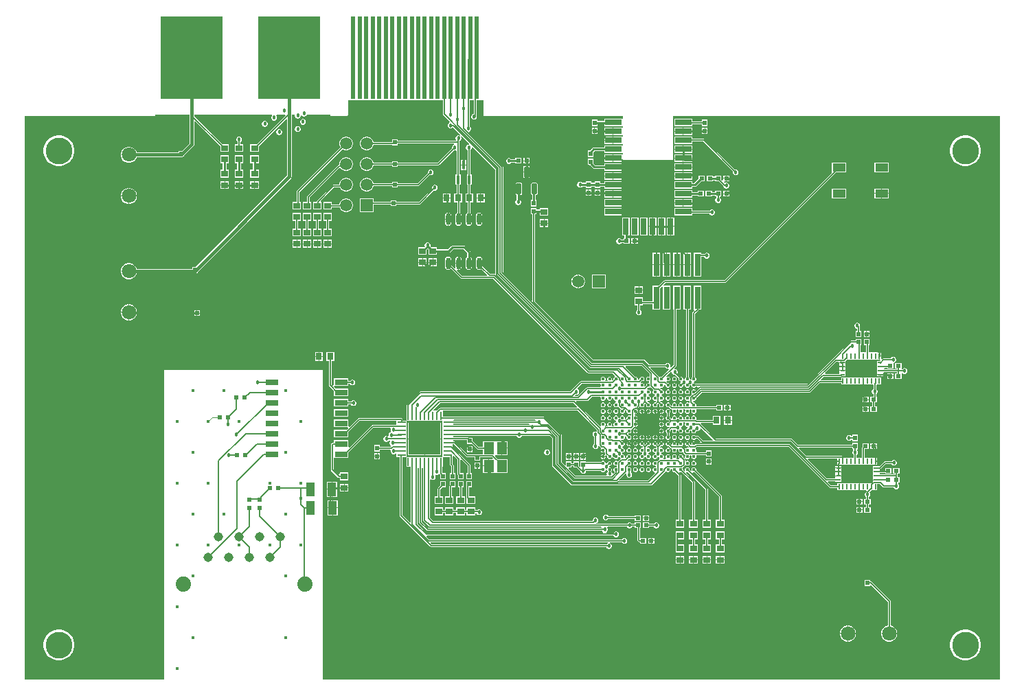
<source format=gtl>
G04*
G04 #@! TF.GenerationSoftware,Altium Limited,Altium Designer,21.6.4 (81)*
G04*
G04 Layer_Physical_Order=1*
G04 Layer_Color=255*
%FSLAX25Y25*%
%MOIN*%
G70*
G04*
G04 #@! TF.SameCoordinates,0BC8A87D-888E-4ED5-B672-7FA6220550FD*
G04*
G04*
G04 #@! TF.FilePolarity,Positive*
G04*
G01*
G75*
%ADD16C,0.01000*%
%ADD24R,0.04200X0.01000*%
%ADD25R,0.01000X0.04200*%
%ADD29R,0.06100X0.03900*%
G04:AMPARAMS|DCode=32|XSize=51.18mil|YSize=23.62mil|CornerRadius=2.01mil|HoleSize=0mil|Usage=FLASHONLY|Rotation=90.000|XOffset=0mil|YOffset=0mil|HoleType=Round|Shape=RoundedRectangle|*
%AMROUNDEDRECTD32*
21,1,0.05118,0.01961,0,0,90.0*
21,1,0.04717,0.02362,0,0,90.0*
1,1,0.00402,0.00980,0.02358*
1,1,0.00402,0.00980,-0.02358*
1,1,0.00402,-0.00980,-0.02358*
1,1,0.00402,-0.00980,0.02358*
%
%ADD32ROUNDEDRECTD32*%
%ADD33R,0.00984X0.02657*%
%ADD34R,0.02264X0.00984*%
%ADD37C,0.01600*%
%ADD40R,0.01775X0.04375*%
%ADD46C,0.07100*%
%ADD51R,0.02362X0.01968*%
%ADD52R,0.01968X0.02362*%
%ADD53R,0.03543X0.03150*%
%ADD54R,0.15200X0.15200*%
%ADD55R,0.05118X0.06102*%
%ADD56R,0.03150X0.03543*%
%ADD57R,0.02913X0.10984*%
%ADD58R,0.02000X0.02000*%
%ADD59R,0.02000X0.02000*%
%ADD60R,0.06496X0.02992*%
%ADD61R,0.04331X0.06693*%
%ADD62R,0.07874X0.02756*%
%ADD63R,0.02756X0.07874*%
%ADD64O,0.02362X0.05709*%
%ADD65R,0.30300X0.40000*%
%ADD66R,0.01968X0.40000*%
%ADD67C,0.00500*%
%ADD68C,0.01500*%
%ADD69C,0.00354*%
%ADD70R,0.05906X0.05906*%
%ADD71C,0.05906*%
%ADD72C,0.04500*%
%ADD73C,0.07400*%
%ADD74R,0.05906X0.05906*%
%ADD75C,0.13000*%
%ADD76C,0.03000*%
%ADD77C,0.01800*%
%ADD78C,0.01772*%
G36*
X223697Y314000D02*
X223758Y313693D01*
X223932Y313432D01*
X224193Y313258D01*
X224500Y313197D01*
X291254D01*
Y311991D01*
X290791Y311902D01*
X290754Y311902D01*
X282209D01*
Y310956D01*
X278839D01*
Y311535D01*
X276161D01*
Y308465D01*
X278839D01*
Y309214D01*
X282209D01*
Y308437D01*
X290754D01*
X290791Y308437D01*
X291254Y308348D01*
Y307638D01*
X290787Y307559D01*
X290754Y307559D01*
X286675D01*
Y305831D01*
Y304103D01*
X290754D01*
X290787Y304103D01*
X291254Y304024D01*
Y303307D01*
X290787Y303228D01*
X290754Y303228D01*
X286675D01*
Y301500D01*
Y299772D01*
X290754D01*
X290787Y299772D01*
X291254Y299693D01*
Y298991D01*
X290791Y298902D01*
X290754Y298902D01*
X282209D01*
Y298040D01*
X277110D01*
X276777Y297974D01*
X276494Y297785D01*
X275295Y296586D01*
X275167Y296561D01*
X275082Y296504D01*
X274161D01*
Y293433D01*
X276839D01*
Y295666D01*
X277471Y296298D01*
X282209D01*
Y295437D01*
X290754D01*
X290791Y295437D01*
X291254Y295347D01*
Y294630D01*
X290787Y294551D01*
X290754Y294551D01*
X286675D01*
Y292823D01*
Y291095D01*
X290787D01*
Y292173D01*
X291254Y292252D01*
X291367Y291981D01*
X291638Y291868D01*
X315260D01*
X315531Y291981D01*
X315643Y292252D01*
Y313197D01*
X474197D01*
Y39703D01*
X145500D01*
Y190000D01*
X68500D01*
Y39803D01*
X803D01*
Y313197D01*
X63500D01*
X63807Y313258D01*
X64068Y313432D01*
X64242Y313693D01*
X64303Y314000D01*
X80974D01*
Y313459D01*
Y300066D01*
X77262Y296354D01*
X75646D01*
Y295626D01*
X55240D01*
X55138Y296007D01*
X54624Y296897D01*
X53897Y297624D01*
X53007Y298138D01*
X52014Y298404D01*
X50986D01*
X49993Y298138D01*
X49103Y297624D01*
X48376Y296897D01*
X47862Y296007D01*
X47596Y295014D01*
Y293986D01*
X47862Y292993D01*
X48376Y292103D01*
X49103Y291376D01*
X49993Y290862D01*
X50986Y290596D01*
X52014D01*
X53007Y290862D01*
X53897Y291376D01*
X54624Y292103D01*
X55138Y292993D01*
X55240Y293374D01*
X77000D01*
X77431Y293460D01*
X77709Y293646D01*
X78354D01*
Y294262D01*
X82896Y298804D01*
X83140Y299169D01*
X83226Y299600D01*
Y310755D01*
X83688Y310946D01*
X95874Y298760D01*
Y295827D01*
X100126D01*
Y299685D01*
X96799D01*
X83226Y313258D01*
Y314000D01*
X120813D01*
X121020Y313500D01*
X120813Y313293D01*
X120600Y312778D01*
Y312222D01*
X120813Y311707D01*
X121207Y311313D01*
X121721Y311100D01*
X122278D01*
X122793Y311313D01*
X123187Y311707D01*
X123400Y312222D01*
Y312778D01*
X123187Y313293D01*
X122980Y313500D01*
X123187Y314000D01*
X127363D01*
X127554Y313538D01*
X113701Y299685D01*
X110374D01*
Y295827D01*
X114626D01*
Y298760D01*
X127812Y311946D01*
X128274Y311755D01*
Y284366D01*
X83762Y239854D01*
X82146D01*
Y239126D01*
X55240D01*
X55138Y239507D01*
X54624Y240397D01*
X53897Y241124D01*
X53007Y241638D01*
X52014Y241904D01*
X50986D01*
X49993Y241638D01*
X49103Y241124D01*
X48376Y240397D01*
X47862Y239507D01*
X47596Y238514D01*
Y237486D01*
X47862Y236493D01*
X48376Y235603D01*
X49103Y234876D01*
X49993Y234362D01*
X50986Y234096D01*
X52014D01*
X53007Y234362D01*
X53897Y234876D01*
X54624Y235603D01*
X55138Y236493D01*
X55240Y236874D01*
X83500D01*
X83931Y236960D01*
X84209Y237146D01*
X84854D01*
Y237762D01*
X130196Y283104D01*
X130440Y283469D01*
X130526Y283900D01*
Y314000D01*
X131952D01*
X132100Y313778D01*
Y313222D01*
X132313Y312707D01*
X132707Y312313D01*
X133221Y312100D01*
X133779D01*
X134293Y312313D01*
X134687Y312707D01*
X134900Y313222D01*
Y313467D01*
X134991Y313520D01*
X135400Y313620D01*
X135707Y313313D01*
X136222Y313100D01*
X136778D01*
X137293Y313313D01*
X137687Y313707D01*
X137808Y314000D01*
X149197D01*
X149258Y313693D01*
X149432Y313432D01*
X149693Y313258D01*
X150000Y313197D01*
X157000D01*
X157307Y313258D01*
X157568Y313432D01*
X157742Y313693D01*
X157803Y314000D01*
Y321000D01*
X203896D01*
Y314200D01*
X204087Y313738D01*
X207238Y310587D01*
X207116Y310002D01*
X206899Y309912D01*
X206505Y309518D01*
X206292Y309003D01*
Y308447D01*
X206505Y307932D01*
X206899Y307538D01*
X207413Y307325D01*
X207970D01*
X208485Y307538D01*
X208782Y307835D01*
X212457Y304160D01*
X212173Y303736D01*
X211778Y303900D01*
X211222D01*
X210707Y303687D01*
X210313Y303293D01*
X210100Y302779D01*
Y302221D01*
X210313Y301707D01*
X210366Y301654D01*
X210159Y301154D01*
X181854D01*
Y301854D01*
X179146D01*
Y300654D01*
X170248D01*
X170082Y301276D01*
X169646Y302031D01*
X169031Y302646D01*
X168277Y303082D01*
X167435Y303307D01*
X166565D01*
X165724Y303082D01*
X164969Y302646D01*
X164354Y302031D01*
X163918Y301276D01*
X163693Y300435D01*
Y299565D01*
X163918Y298724D01*
X164354Y297969D01*
X164969Y297354D01*
X165724Y296918D01*
X166565Y296693D01*
X167435D01*
X168277Y296918D01*
X169031Y297354D01*
X169646Y297969D01*
X170082Y298724D01*
X170248Y299346D01*
X179146D01*
Y299146D01*
X181854D01*
Y299846D01*
X209213D01*
X209313Y299346D01*
X208929Y299187D01*
X208535Y298793D01*
X208322Y298278D01*
Y297722D01*
X208380Y297583D01*
X201451Y290654D01*
X181854D01*
Y291354D01*
X179146D01*
Y290654D01*
X170248D01*
X170082Y291277D01*
X169646Y292031D01*
X169031Y292646D01*
X168277Y293082D01*
X167435Y293307D01*
X166565D01*
X165724Y293082D01*
X164969Y292646D01*
X164354Y292031D01*
X163918Y291277D01*
X163693Y290435D01*
Y289565D01*
X163918Y288723D01*
X164354Y287969D01*
X164969Y287354D01*
X165724Y286918D01*
X166565Y286693D01*
X167435D01*
X168277Y286918D01*
X169031Y287354D01*
X169646Y287969D01*
X170082Y288723D01*
X170248Y289346D01*
X179146D01*
Y288646D01*
X181854D01*
Y289346D01*
X201722D01*
X202185Y289538D01*
X209305Y296657D01*
X209444Y296600D01*
X210000D01*
X210218Y296690D01*
X210718Y296363D01*
Y284998D01*
X210002D01*
Y279915D01*
X210590D01*
Y275626D01*
X209327D01*
Y271374D01*
X210846D01*
Y266311D01*
X210393Y266009D01*
X210054Y265501D01*
X209934Y264902D01*
Y261555D01*
X210054Y260956D01*
X210393Y260448D01*
X210901Y260109D01*
X211500Y259990D01*
X212099Y260109D01*
X212607Y260448D01*
X212946Y260956D01*
X213066Y261555D01*
Y264902D01*
X212946Y265501D01*
X212607Y266009D01*
X212154Y266311D01*
Y271374D01*
X213185D01*
Y275626D01*
X211898D01*
Y279915D01*
X212486D01*
Y284998D01*
X212026D01*
Y300500D01*
Y301203D01*
X212293Y301313D01*
X212687Y301707D01*
X212900Y302221D01*
Y302779D01*
X212736Y303173D01*
X213160Y303457D01*
X216717Y299900D01*
X216510Y299400D01*
X216221D01*
X215707Y299187D01*
X215313Y298793D01*
X215100Y298278D01*
Y297722D01*
X215313Y297207D01*
X215707Y296813D01*
X215974Y296703D01*
Y284998D01*
X215514D01*
Y279915D01*
X216102D01*
Y275626D01*
X214815D01*
Y271374D01*
X215846D01*
Y266311D01*
X215393Y266009D01*
X215054Y265501D01*
X214934Y264902D01*
Y261555D01*
X215054Y260956D01*
X215393Y260448D01*
X215901Y260109D01*
X216500Y259990D01*
X217099Y260109D01*
X217607Y260448D01*
X217946Y260956D01*
X218066Y261555D01*
Y264902D01*
X217946Y265501D01*
X217607Y266009D01*
X217154Y266311D01*
Y271374D01*
X218673D01*
Y275626D01*
X217410D01*
Y279915D01*
X217998D01*
Y284998D01*
X217282D01*
Y296809D01*
X217293Y296813D01*
X217687Y297207D01*
X217900Y297722D01*
Y298010D01*
X218400Y298217D01*
X229283Y287334D01*
Y236683D01*
X229021Y236508D01*
X226917D01*
X223220Y240205D01*
X223065Y240269D01*
Y243445D01*
X222946Y244044D01*
X222607Y244552D01*
X222099Y244891D01*
X221500Y245010D01*
X220901Y244891D01*
X220393Y244552D01*
X220054Y244044D01*
X219935Y243445D01*
Y240098D01*
X220054Y239499D01*
X220393Y238991D01*
X220901Y238652D01*
X221500Y238533D01*
X222099Y238652D01*
X222593Y238982D01*
X225459Y236116D01*
X225268Y235654D01*
X213271D01*
X210700Y238226D01*
X210772Y238380D01*
X210994Y238638D01*
X211325Y238572D01*
Y241597D01*
X209939D01*
Y240098D01*
X210039Y239593D01*
X209782Y239371D01*
X209627Y239298D01*
X208529Y240396D01*
X208066Y240588D01*
X208066D01*
Y243445D01*
X207946Y244044D01*
X207607Y244552D01*
X207099Y244891D01*
X206500Y245010D01*
X205901Y244891D01*
X205393Y244552D01*
X205054Y244044D01*
X204935Y243445D01*
Y240098D01*
X205054Y239499D01*
X205393Y238991D01*
X205901Y238652D01*
X206500Y238533D01*
X207099Y238652D01*
X207607Y238991D01*
X208041Y239034D01*
X212538Y234538D01*
X213000Y234346D01*
X228396D01*
X274122Y188620D01*
X274585Y188429D01*
X286231D01*
X287437Y187223D01*
X287319Y186633D01*
X287299Y186624D01*
X286974Y186300D01*
X286798Y185875D01*
Y185416D01*
X286287Y184905D01*
X285863Y185188D01*
X285958Y185416D01*
Y185875D01*
X285782Y186300D01*
X285457Y186624D01*
X285033Y186800D01*
X284574D01*
X284149Y186624D01*
X283825Y186300D01*
X283649Y185875D01*
Y185416D01*
X283799Y185055D01*
X283695Y184782D01*
X283555Y184555D01*
X282902D01*
X282762Y184782D01*
X282658Y185055D01*
X282808Y185416D01*
Y185875D01*
X282632Y186300D01*
X282307Y186624D01*
X281883Y186800D01*
X281424D01*
X281000Y186624D01*
X280675Y186300D01*
X280499Y185875D01*
Y185416D01*
X280649Y185055D01*
X280545Y184782D01*
X280405Y184555D01*
X270934D01*
X270471Y184363D01*
X265762Y179654D01*
X193000D01*
X192537Y179463D01*
X186538Y173462D01*
X186346Y173000D01*
Y170154D01*
X186146D01*
Y165701D01*
X186146Y165354D01*
X185799Y165354D01*
X184454D01*
Y165750D01*
X184263Y166212D01*
X183970Y166505D01*
X183507Y166697D01*
X163299D01*
X162836Y166505D01*
X158606Y162276D01*
X158106Y162483D01*
Y165850D01*
X150902D01*
Y162150D01*
X157773D01*
X157980Y161650D01*
X157181Y160850D01*
X150902D01*
Y157150D01*
X158106D01*
Y159925D01*
X163570Y165389D01*
X180860D01*
X181346Y165354D01*
Y163854D01*
X181346Y163646D01*
X180987Y163304D01*
X169906D01*
X169443Y163112D01*
X158606Y152276D01*
X158106Y152483D01*
Y155850D01*
X150902D01*
Y154654D01*
X150506D01*
X150043Y154463D01*
X149750Y154170D01*
X149559Y153707D01*
Y141521D01*
X149750Y141059D01*
X153016Y137793D01*
X153478Y137602D01*
X153874D01*
Y136327D01*
X158126D01*
Y140185D01*
X153874D01*
Y139492D01*
X153374Y139285D01*
X150867Y141792D01*
Y146664D01*
X150902Y147150D01*
X151367Y147150D01*
X158106D01*
Y149925D01*
X170177Y161996D01*
X178363D01*
X178690Y161496D01*
X178600Y161278D01*
Y160722D01*
X178789Y160266D01*
X178723Y160026D01*
X178578Y159735D01*
X178136Y159552D01*
X177742Y159159D01*
X177529Y158644D01*
Y158104D01*
X177453Y158025D01*
X177125Y157756D01*
X176778Y157900D01*
X176222D01*
X175707Y157687D01*
X175313Y157293D01*
X175100Y156779D01*
Y156221D01*
X175313Y155707D01*
X175707Y155313D01*
X176222Y155100D01*
X176778D01*
X177293Y155313D01*
X177687Y155707D01*
X177697Y155731D01*
X178089D01*
X178162Y155589D01*
X178304Y155272D01*
X178100Y154779D01*
Y154221D01*
X178313Y153707D01*
X178707Y153313D01*
X178528Y152846D01*
X178371Y152654D01*
X173339D01*
Y153535D01*
X170661D01*
Y150465D01*
X173339D01*
Y151346D01*
X178294D01*
X178628Y150846D01*
X178600Y150778D01*
Y150222D01*
X178813Y149707D01*
X179207Y149313D01*
X179721Y149100D01*
X180279D01*
X180793Y149313D01*
X180854Y149374D01*
X181346Y149159D01*
Y147646D01*
X182846D01*
Y119292D01*
X183037Y118829D01*
X197684Y104183D01*
X198146Y103992D01*
X283195D01*
X283313Y103707D01*
X283707Y103313D01*
X284222Y103100D01*
X284778D01*
X285293Y103313D01*
X285687Y103707D01*
X285900Y104221D01*
Y104779D01*
X285687Y105293D01*
X285293Y105687D01*
X284909Y105846D01*
X285009Y106346D01*
X290756D01*
X290813Y106207D01*
X291207Y105813D01*
X291722Y105600D01*
X292279D01*
X292793Y105813D01*
X293187Y106207D01*
X293400Y106721D01*
Y107279D01*
X293187Y107793D01*
X292793Y108187D01*
X292279Y108400D01*
X291722D01*
X291207Y108187D01*
X290813Y107793D01*
X290756Y107654D01*
X197271D01*
X195929Y108996D01*
X196136Y109496D01*
X286756D01*
X286813Y109357D01*
X287207Y108963D01*
X287721Y108750D01*
X288279D01*
X288793Y108963D01*
X289187Y109357D01*
X289400Y109871D01*
Y110429D01*
X289187Y110943D01*
X288793Y111337D01*
X288279Y111550D01*
X287721D01*
X287207Y111337D01*
X286813Y110943D01*
X286756Y110804D01*
X283371D01*
X283271Y111304D01*
X283293Y111313D01*
X283687Y111707D01*
X283900Y112222D01*
Y112778D01*
X283687Y113293D01*
X283634Y113346D01*
X283841Y113846D01*
X293256D01*
X293313Y113707D01*
X293707Y113313D01*
X294221Y113100D01*
X294778D01*
X295293Y113313D01*
X295687Y113707D01*
X295744Y113846D01*
X296996D01*
Y113161D01*
X298346D01*
Y107293D01*
X298537Y106830D01*
X298830Y106537D01*
X299293Y106346D01*
X299559D01*
Y105661D01*
X302630D01*
Y108339D01*
X299654D01*
Y113161D01*
X300067D01*
Y115839D01*
X296996D01*
Y115154D01*
X295744D01*
X295687Y115293D01*
X295293Y115687D01*
X294778Y115900D01*
X294221D01*
X293707Y115687D01*
X293313Y115293D01*
X293256Y115154D01*
X278509D01*
X278409Y115654D01*
X278793Y115813D01*
X279187Y116207D01*
X279400Y116721D01*
Y117279D01*
X279187Y117793D01*
X278793Y118187D01*
X278278Y118400D01*
X277722D01*
X277207Y118187D01*
X276813Y117793D01*
X276600Y117279D01*
Y116721D01*
X276555Y116654D01*
X199271D01*
X197654Y118271D01*
Y136659D01*
X198154Y136866D01*
X198207Y136813D01*
X198722Y136600D01*
X199278D01*
X199793Y136813D01*
X200187Y137207D01*
X200400Y137722D01*
Y138278D01*
X200193Y138778D01*
X200220Y138837D01*
X200492Y139195D01*
X200722Y139100D01*
X201278D01*
X201793Y139313D01*
X201904Y139425D01*
X202494Y139307D01*
X202537Y139203D01*
X202661Y139079D01*
Y136933D01*
X205339D01*
Y140004D01*
X203654D01*
Y142846D01*
X203854D01*
Y147299D01*
X203854Y147646D01*
X204201Y147646D01*
X207396D01*
Y144050D01*
X207588Y143587D01*
X207846Y143329D01*
Y140004D01*
X207161D01*
Y136933D01*
X209839D01*
Y140004D01*
X209154D01*
Y143600D01*
X208962Y144062D01*
X208704Y144321D01*
Y147964D01*
X209204Y148171D01*
X211112Y146263D01*
Y139203D01*
X211161Y139083D01*
Y136933D01*
X213839D01*
Y140004D01*
X212420D01*
Y146248D01*
X212920Y146455D01*
X215846Y143529D01*
Y140004D01*
X215161D01*
Y136933D01*
X217839D01*
Y140004D01*
X217154D01*
Y143800D01*
X216963Y144263D01*
X208654Y152571D01*
X208654Y153354D01*
X208675Y153846D01*
X209229D01*
X215193Y147882D01*
X215655Y147690D01*
X219161D01*
Y145933D01*
X221839D01*
Y147690D01*
X227715D01*
X228204Y147202D01*
X228013Y146740D01*
X226376D01*
Y143339D01*
Y139937D01*
X229110D01*
Y139937D01*
X229587Y139933D01*
Y139933D01*
X229608Y139933D01*
X235413D01*
Y146744D01*
X230512D01*
X229161Y148095D01*
X229366Y148597D01*
X229612Y148599D01*
X232325D01*
Y152000D01*
Y155401D01*
X229612D01*
X229114Y155405D01*
X229093Y155405D01*
X223287D01*
Y152654D01*
X221215D01*
X218339Y155531D01*
Y157035D01*
X216731D01*
X216444Y157154D01*
X209086D01*
X208872Y157500D01*
X209086Y157846D01*
X239756D01*
X239813Y157707D01*
X240207Y157313D01*
X240722Y157100D01*
X241279D01*
X241793Y157313D01*
X242187Y157707D01*
X242244Y157846D01*
X255813D01*
X256929Y156730D01*
Y143596D01*
X257120Y143133D01*
X266133Y134120D01*
X266596Y133929D01*
X281800D01*
X282000Y133846D01*
X304935D01*
X305397Y134037D01*
X311867Y140507D01*
X312453Y140615D01*
X312496Y140573D01*
X312920Y140397D01*
X313379D01*
X313804Y140573D01*
X314128Y140897D01*
X314304Y141322D01*
Y141781D01*
X314724Y141978D01*
X314764Y141960D01*
X315145Y141543D01*
Y141322D01*
X315321Y140897D01*
X315645Y140573D01*
X316070Y140397D01*
X316529D01*
X318346Y138579D01*
Y117185D01*
X316874D01*
Y113327D01*
X321126D01*
Y117185D01*
X319654D01*
Y138850D01*
X319462Y139313D01*
X318708Y140067D01*
X318991Y140491D01*
X319219Y140397D01*
X319678D01*
X324846Y135229D01*
Y117185D01*
X323374D01*
Y113327D01*
X327626D01*
Y117185D01*
X326154D01*
Y135500D01*
X325962Y135962D01*
X321858Y140067D01*
X322141Y140491D01*
X322369Y140397D01*
X322828D01*
X322869Y140414D01*
X331346Y131937D01*
Y117185D01*
X329874D01*
Y113327D01*
X334126D01*
Y117185D01*
X332654D01*
Y132208D01*
X332463Y132671D01*
X325107Y140026D01*
X325391Y140450D01*
X325518Y140397D01*
X325977D01*
X337846Y128528D01*
Y117185D01*
X336374D01*
Y113327D01*
X340626D01*
Y117185D01*
X339154D01*
Y128799D01*
X338963Y129262D01*
X326902Y141322D01*
Y141781D01*
X326727Y142205D01*
X326402Y142530D01*
X325978Y142706D01*
X325518D01*
X325094Y142530D01*
X324769Y142205D01*
X324594Y141781D01*
Y141322D01*
X324647Y141194D01*
X324223Y140910D01*
X323753Y141381D01*
Y141781D01*
X323577Y142205D01*
X323252Y142530D01*
X322828Y142706D01*
X322369D01*
X321945Y142530D01*
X321620Y142205D01*
X321444Y141781D01*
Y141322D01*
X321538Y141094D01*
X321115Y140810D01*
X320603Y141322D01*
Y141781D01*
X320454Y142141D01*
X320427Y142205D01*
X320465Y142806D01*
X321316Y143657D01*
X321902Y143765D01*
X321945Y143722D01*
X322369Y143546D01*
X322828D01*
X323252Y143722D01*
X323577Y144047D01*
X323753Y144471D01*
Y144930D01*
X323577Y145355D01*
X323252Y145679D01*
X322828Y145855D01*
X322369D01*
X322007Y145705D01*
X321734Y145809D01*
X321507Y145949D01*
Y146446D01*
X321402Y146700D01*
X321397Y146712D01*
X321821Y146995D01*
X321826Y146991D01*
X321945Y146872D01*
X322369Y146696D01*
X322828D01*
X323252Y146872D01*
X323577Y147196D01*
X323753Y147621D01*
Y148080D01*
X323656Y148314D01*
X323920Y148814D01*
X324426D01*
X324691Y148314D01*
X324594Y148080D01*
Y147621D01*
X324769Y147196D01*
X325094Y146872D01*
X325518Y146696D01*
X325978D01*
X326402Y146872D01*
X326727Y147196D01*
X326902Y147621D01*
Y148080D01*
X326805Y148314D01*
X327070Y148814D01*
X331661D01*
Y147933D01*
X334339D01*
Y151004D01*
X331661D01*
Y150123D01*
X327156D01*
X326841Y150623D01*
X326902Y150770D01*
Y151230D01*
X326727Y151654D01*
X326684Y151697D01*
X326792Y152283D01*
X327151Y152641D01*
X371726D01*
X391481Y132886D01*
X391943Y132694D01*
X395295D01*
Y131665D01*
X397126Y131665D01*
X397488Y131665D01*
X399095Y131665D01*
X399457Y131665D01*
X401063Y131665D01*
X401425Y131665D01*
X403031Y131665D01*
X403394Y131665D01*
X404644D01*
X404862Y131665D01*
X405360Y131670D01*
X405809D01*
Y133348D01*
Y135027D01*
X405360D01*
X404862Y135031D01*
X404644Y135031D01*
X403031Y135031D01*
X402669Y135031D01*
X401063Y135031D01*
X400701Y135031D01*
X399095Y135031D01*
X398732Y135031D01*
X397126Y135031D01*
X396764Y135031D01*
X395295D01*
Y134002D01*
X392214D01*
X390786Y135431D01*
X390977Y135893D01*
X394409D01*
Y135701D01*
X397382D01*
Y137175D01*
X397382Y137394D01*
X397378Y137891D01*
Y138341D01*
X395896D01*
X394414D01*
Y137891D01*
X394412Y137659D01*
X394347Y137201D01*
X390224D01*
X380957Y146469D01*
X381148Y146931D01*
X395300D01*
Y145827D01*
X396142D01*
Y145652D01*
X396317D01*
Y143973D01*
X396984D01*
Y143973D01*
X397264Y143968D01*
Y143968D01*
X399095Y143968D01*
X399457Y143968D01*
X401063Y143968D01*
X401425Y143968D01*
X403031Y143968D01*
X403394Y143968D01*
X405000Y143968D01*
X405362Y143968D01*
X406968Y143968D01*
X407331Y143968D01*
X408937Y143968D01*
X409299Y143968D01*
X410906Y143968D01*
X411268Y143968D01*
X412518D01*
X412736Y143968D01*
X413234Y143973D01*
X413683D01*
Y145652D01*
Y147330D01*
X413234D01*
X412736Y147335D01*
X412518Y147335D01*
X410906Y147335D01*
X410543Y147335D01*
X409299D01*
X409075Y147335D01*
X408607Y147412D01*
Y151661D01*
X410567D01*
Y154339D01*
X407496D01*
Y152586D01*
X407490Y152581D01*
X407299Y152118D01*
Y147412D01*
X406831Y147335D01*
X406606Y147335D01*
X405362D01*
X405138Y147335D01*
X404670Y147412D01*
Y148762D01*
X404793Y148813D01*
X405187Y149207D01*
X405400Y149722D01*
Y150278D01*
X405187Y150793D01*
X404984Y150996D01*
X405191Y151496D01*
X405339D01*
Y154567D01*
X402661D01*
Y153686D01*
X376156D01*
X373521Y156321D01*
X373058Y156512D01*
X336413D01*
X329079Y163846D01*
X329286Y164346D01*
X334815D01*
Y163374D01*
X338673D01*
Y167626D01*
X334815D01*
Y165654D01*
X327220D01*
X327211Y165663D01*
X327063Y165724D01*
X327010Y165783D01*
X326820Y166312D01*
X326822Y166324D01*
X326902Y166518D01*
Y166978D01*
X326727Y167402D01*
X326402Y167727D01*
X325978Y167902D01*
X325518D01*
X325094Y167727D01*
X324769Y167402D01*
X324594Y166978D01*
Y166518D01*
X324642Y166402D01*
X324376Y165987D01*
X323970D01*
X323704Y166402D01*
X323753Y166518D01*
Y166978D01*
X323577Y167402D01*
X323252Y167727D01*
X322828Y167902D01*
X322369D01*
X321945Y167727D01*
X321620Y167402D01*
X321444Y166978D01*
Y166518D01*
X321493Y166402D01*
X321227Y165987D01*
X320821D01*
X320555Y166402D01*
X320603Y166518D01*
Y166978D01*
X320427Y167402D01*
X320103Y167727D01*
X319678Y167902D01*
X319219D01*
X318795Y167727D01*
X318470Y167402D01*
X318295Y166978D01*
Y166694D01*
X318154Y166600D01*
X317597D01*
X317454Y166695D01*
Y166978D01*
X317278Y167402D01*
X316953Y167727D01*
X316529Y167902D01*
X316070D01*
X315645Y167727D01*
X315321Y167402D01*
X315145Y166978D01*
Y166518D01*
X314753Y166161D01*
X314685Y166138D01*
X314304Y166519D01*
Y166978D01*
X314128Y167402D01*
X313804Y167726D01*
Y168919D01*
X314128Y169244D01*
X314304Y169668D01*
Y170127D01*
X314128Y170552D01*
X313804Y170876D01*
X313379Y171052D01*
X312920D01*
X312496Y170876D01*
X312171Y170552D01*
X311995Y170127D01*
Y169668D01*
X312171Y169244D01*
X312495Y168919D01*
Y167726D01*
X312171Y167402D01*
X311995Y166978D01*
Y166518D01*
X312171Y166094D01*
X312496Y165769D01*
X312920Y165594D01*
X313379D01*
X313799Y165173D01*
X313379Y164753D01*
X312920D01*
X312496Y164577D01*
X312171Y164252D01*
X311995Y163828D01*
Y163369D01*
X312171Y162945D01*
X312496Y162620D01*
X312920Y162444D01*
X313379D01*
X313607Y162539D01*
X313890Y162115D01*
X313379Y161603D01*
X312920D01*
X312496Y161427D01*
X312171Y161103D01*
X311995Y160678D01*
Y160219D01*
X312171Y159795D01*
X312495Y159470D01*
Y158277D01*
X312171Y157953D01*
X311995Y157529D01*
Y157070D01*
X312171Y156645D01*
X312496Y156321D01*
X312920Y156145D01*
X313379D01*
X313804Y156321D01*
X314128Y156645D01*
X314304Y157070D01*
Y157529D01*
X314128Y157953D01*
X313804Y158277D01*
Y159470D01*
X314128Y159795D01*
X314304Y160219D01*
Y160678D01*
X314815Y161189D01*
X315239Y160906D01*
X315145Y160678D01*
Y160219D01*
X315321Y159795D01*
X315645Y159470D01*
X316070Y159294D01*
X316529D01*
X316953Y159470D01*
X317278Y159795D01*
X317454Y160219D01*
X317596Y160662D01*
X318152D01*
X318295Y160219D01*
X318470Y159795D01*
X318795Y159470D01*
X319219Y159294D01*
X319678D01*
X320103Y159470D01*
X320427Y159795D01*
X320603Y160219D01*
Y160678D01*
X320427Y161103D01*
X320103Y161427D01*
X319678Y161603D01*
X319619Y161630D01*
X319496Y162232D01*
X319678Y162444D01*
X320103Y162620D01*
X320427Y162945D01*
X320603Y163369D01*
Y163828D01*
X320513Y164046D01*
X320787Y164546D01*
X321260D01*
X321534Y164046D01*
X321444Y163828D01*
Y163369D01*
X321620Y162945D01*
X321945Y162620D01*
X322369Y162444D01*
X322704D01*
X322773Y162341D01*
Y161784D01*
X322369Y161603D01*
X321945Y161427D01*
X321620Y161103D01*
X321444Y160678D01*
Y160219D01*
X321620Y159795D01*
X321945Y159470D01*
X322369Y159294D01*
X322828D01*
X323252Y159470D01*
X323577Y159795D01*
X323753Y160219D01*
X323895Y160662D01*
X324452Y160662D01*
X324594Y160219D01*
X324769Y159795D01*
X325094Y159470D01*
X325518Y159294D01*
X325978D01*
X326402Y159470D01*
X326727Y159795D01*
X326902Y160219D01*
X327038Y160310D01*
X327121Y160275D01*
X327678D01*
X328193Y160488D01*
X328587Y160882D01*
X328800Y161397D01*
Y161568D01*
X329300Y161775D01*
X334955Y156120D01*
X334764Y155658D01*
X330267D01*
X328163Y157762D01*
X327701Y157953D01*
X326726D01*
X326402Y158278D01*
X325978Y158454D01*
X325518D01*
X325094Y158278D01*
X324769Y157953D01*
X324594Y157529D01*
Y157070D01*
X324769Y156645D01*
X325094Y156321D01*
X325518Y156145D01*
X325978D01*
X326402Y156321D01*
X326726Y156645D01*
X327430D01*
X328809Y155266D01*
X328618Y154804D01*
X326726D01*
X326402Y155128D01*
X325978Y155304D01*
X325518D01*
X325094Y155128D01*
X324769Y154804D01*
X324594Y154379D01*
Y153920D01*
X324158Y153698D01*
X323753Y154074D01*
Y154379D01*
X323577Y154804D01*
X323252Y155128D01*
X322828Y155304D01*
X322369D01*
X321945Y155128D01*
X321620Y154804D01*
X321444Y154379D01*
Y153920D01*
X321620Y153496D01*
X321945Y153171D01*
X322369Y152995D01*
X322828D01*
X323339Y152484D01*
X323056Y152060D01*
X322828Y152154D01*
X322369D01*
X322008Y152005D01*
X321945Y151979D01*
X321343Y152016D01*
X320397Y152963D01*
X320424Y153493D01*
X320427Y153496D01*
X320603Y153920D01*
Y154379D01*
X320427Y154804D01*
X320103Y155128D01*
X319678Y155304D01*
X319219D01*
X318795Y155128D01*
X318470Y154804D01*
X318295Y154379D01*
Y153920D01*
X318405Y153654D01*
X318200Y153238D01*
X318112Y153154D01*
X317636D01*
X317548Y153238D01*
X317343Y153654D01*
X317454Y153920D01*
Y154379D01*
X317278Y154804D01*
X316953Y155128D01*
X316529Y155304D01*
X316070D01*
X315645Y155128D01*
X315321Y154804D01*
X315145Y154379D01*
Y153987D01*
X314967Y153851D01*
X314683Y153742D01*
X314304Y154121D01*
Y154379D01*
X314128Y154804D01*
X313804Y155128D01*
X313379Y155304D01*
X312920D01*
X312496Y155128D01*
X312171Y154804D01*
X311995Y154379D01*
Y153920D01*
X312171Y153496D01*
X312496Y153171D01*
X312920Y152995D01*
X313379D01*
X313521Y153054D01*
X314538Y152038D01*
X314900Y151887D01*
X315095Y151600D01*
X315193Y151346D01*
X315145Y151230D01*
Y150770D01*
X315321Y150346D01*
X315645Y150021D01*
X316070Y149846D01*
X316529D01*
X316953Y150021D01*
X317278Y150346D01*
X317454Y150770D01*
Y151230D01*
X317791Y151614D01*
X317957D01*
X318158Y151385D01*
X318295Y151168D01*
Y150770D01*
X318470Y150346D01*
X318795Y150021D01*
X319219Y149846D01*
X319678D01*
X320076Y150011D01*
X320081Y150011D01*
X320127Y150014D01*
X320642Y149853D01*
X320732Y149636D01*
X321362Y149006D01*
X321399Y148991D01*
X321492Y148787D01*
X321568Y148379D01*
X321444Y148080D01*
Y147621D01*
X321534Y147405D01*
X321538Y147393D01*
X321115Y147110D01*
X321110Y147114D01*
X320603Y147621D01*
Y148080D01*
X320427Y148504D01*
X320103Y148829D01*
X319678Y149005D01*
X319219D01*
X318795Y148829D01*
X318470Y148504D01*
X318295Y148080D01*
Y147621D01*
X318470Y147196D01*
X318594Y147073D01*
X318311Y146649D01*
X318044Y146759D01*
X317548D01*
X317407Y146986D01*
X317304Y147259D01*
X317454Y147621D01*
Y148080D01*
X317278Y148504D01*
X316953Y148829D01*
X316529Y149005D01*
X316070D01*
X315645Y148829D01*
X315321Y148504D01*
X315145Y148080D01*
Y147621D01*
X315295Y147259D01*
X315191Y146986D01*
X315051Y146759D01*
X314398D01*
X314258Y146986D01*
X314154Y147259D01*
X314304Y147621D01*
Y148080D01*
X314128Y148504D01*
X313804Y148829D01*
X313379Y149005D01*
X312920D01*
X312496Y148829D01*
X312171Y148504D01*
X311995Y148080D01*
Y147621D01*
X312145Y147259D01*
X312041Y146986D01*
X311901Y146759D01*
X311248D01*
X311108Y146986D01*
X311005Y147259D01*
X311154Y147621D01*
Y148080D01*
X310979Y148504D01*
X310654Y148829D01*
X310230Y149005D01*
X309958D01*
X309863Y149147D01*
Y149704D01*
X309958Y149846D01*
X310230D01*
X310654Y150021D01*
X310979Y150346D01*
X311154Y150770D01*
Y151230D01*
X310979Y151654D01*
X310654Y151979D01*
X310230Y152154D01*
X309770D01*
X309432Y152555D01*
X309407Y152632D01*
X309771Y152995D01*
X310230D01*
X310654Y153171D01*
X310979Y153496D01*
X311154Y153920D01*
Y154379D01*
X310979Y154804D01*
X310654Y155128D01*
X310230Y155304D01*
X309770D01*
X309346Y155128D01*
X309021Y154804D01*
X308846Y154379D01*
Y153920D01*
X308425Y153500D01*
X308005Y153920D01*
Y154379D01*
X307829Y154804D01*
X307504Y155128D01*
X307080Y155304D01*
X306621D01*
X306196Y155128D01*
X305872Y154804D01*
X305696Y154379D01*
Y153920D01*
X305872Y153496D01*
X306196Y153171D01*
X306621Y152995D01*
X307080D01*
X307591Y152484D01*
X307308Y152060D01*
X307080Y152154D01*
X306621D01*
X306196Y151979D01*
X305872Y151654D01*
X305696Y151230D01*
Y150770D01*
X305872Y150346D01*
X306196Y150021D01*
X306621Y149846D01*
X307064Y149704D01*
Y149147D01*
X306621Y149005D01*
X306196Y148829D01*
X305872Y148504D01*
X305696Y148080D01*
Y147621D01*
X305872Y147196D01*
X306196Y146872D01*
X306621Y146696D01*
X307080D01*
X307504Y146872D01*
X307829Y147196D01*
X308005Y147621D01*
X308031Y147680D01*
X308633Y147803D01*
X308846Y147621D01*
X309021Y147196D01*
X309064Y147154D01*
X308956Y146568D01*
X308105Y145717D01*
X307504Y145679D01*
X307441Y145706D01*
X307080Y145855D01*
X306621D01*
X306196Y145679D01*
X305872Y145355D01*
X305696Y144930D01*
Y144471D01*
X305872Y144047D01*
X306196Y143722D01*
X306621Y143546D01*
X307080D01*
X307277Y143126D01*
X307259Y143087D01*
X306842Y142706D01*
X306621D01*
X306196Y142530D01*
X305872Y142205D01*
X305696Y141781D01*
Y141322D01*
X305872Y140897D01*
X306196Y140573D01*
X306621Y140397D01*
X306765D01*
X306972Y139897D01*
X303229Y136154D01*
X289575D01*
X289384Y136616D01*
X292622Y139855D01*
X293046Y139571D01*
X292976Y139402D01*
Y138846D01*
X293189Y138331D01*
X293583Y137937D01*
X294097Y137724D01*
X294654D01*
X295169Y137937D01*
X295563Y138331D01*
X295776Y138846D01*
Y139402D01*
X295563Y139917D01*
X295169Y140311D01*
X295181Y140847D01*
X295231Y140897D01*
X295406Y141322D01*
Y141781D01*
X295231Y142205D01*
X294906Y142530D01*
X294482Y142706D01*
X294022D01*
X293794Y142611D01*
X293511Y143035D01*
X294023Y143546D01*
X294482D01*
X294906Y143722D01*
X295231Y144047D01*
X295406Y144471D01*
Y144930D01*
X295231Y145355D01*
X294906Y145679D01*
X294482Y145855D01*
X294022D01*
X293794Y145761D01*
X293511Y146185D01*
X294023Y146696D01*
X294482D01*
X294906Y146872D01*
X295231Y147196D01*
X295406Y147621D01*
Y148080D01*
X295231Y148504D01*
X294906Y148829D01*
X294482Y149005D01*
X294022D01*
X293598Y148829D01*
X293273Y148504D01*
X293098Y148080D01*
Y147621D01*
X292699Y147222D01*
X292637Y147245D01*
X292257Y147621D01*
Y148080D01*
X292081Y148504D01*
X291756Y148829D01*
X291332Y149005D01*
X291061D01*
X290966Y149147D01*
Y149704D01*
X291061Y149846D01*
X291332D01*
X291756Y150021D01*
X292081Y150346D01*
X292257Y150770D01*
Y151230D01*
X292081Y151654D01*
X291756Y151979D01*
X291332Y152154D01*
X291045D01*
X291000Y152222D01*
Y152778D01*
X291145Y152995D01*
X291332D01*
X291756Y153171D01*
X292081Y153496D01*
X292257Y153920D01*
Y154379D01*
X292081Y154804D01*
X291756Y155128D01*
X291332Y155304D01*
X290873D01*
X290362Y155815D01*
X290645Y156239D01*
X290873Y156145D01*
X291332D01*
X291756Y156321D01*
X292081Y156645D01*
X292257Y157070D01*
Y157529D01*
X292621Y157930D01*
X292675Y157951D01*
X293098Y157528D01*
Y157070D01*
X293273Y156645D01*
X293598Y156321D01*
X294022Y156145D01*
X294482D01*
X294906Y156321D01*
X295231Y156645D01*
X295406Y157070D01*
Y157529D01*
X295231Y157953D01*
X294906Y158278D01*
X294482Y158454D01*
X294282D01*
X294035Y158700D01*
X294025Y159195D01*
X294066Y159294D01*
X294482D01*
X294906Y159470D01*
X295231Y159795D01*
X295406Y160219D01*
Y160678D01*
X295391Y160715D01*
X295388Y160751D01*
X295660Y161326D01*
X295816Y161391D01*
X296462Y162038D01*
X296527Y162193D01*
X297102Y162465D01*
X297139Y162463D01*
X297173Y162448D01*
X297227D01*
Y163598D01*
Y164748D01*
X297173D01*
X296962Y165173D01*
X296985Y165219D01*
X297227Y165439D01*
Y166748D01*
Y167898D01*
X297173D01*
X296962Y168323D01*
X296985Y168369D01*
X297227Y168589D01*
Y169898D01*
X297402D01*
Y170073D01*
X298552D01*
Y170126D01*
X298390Y170516D01*
X298377Y170572D01*
X298449Y171184D01*
X299289Y172024D01*
X299463Y172197D01*
X299943Y172050D01*
X300322Y171893D01*
X300781D01*
X301205Y172069D01*
X301530Y172393D01*
X301706Y172818D01*
Y173276D01*
X302126Y173697D01*
X302547Y173276D01*
Y172818D01*
X302722Y172393D01*
X303047Y172069D01*
X303471Y171893D01*
X303930D01*
X304355Y172069D01*
X304679Y172393D01*
X304855Y172818D01*
Y173277D01*
X304679Y173701D01*
X304355Y174026D01*
X303930Y174202D01*
X303471D01*
X303050Y174623D01*
X303071Y174677D01*
X303471Y175042D01*
X303930D01*
X304355Y175218D01*
X304679Y175543D01*
X304855Y175967D01*
Y176426D01*
X304679Y176851D01*
X304355Y177175D01*
X303930Y177351D01*
X303871Y177378D01*
X303748Y177980D01*
X303930Y178192D01*
X304355Y178368D01*
X304679Y178693D01*
X304855Y179117D01*
Y179576D01*
X304679Y180000D01*
X304355Y180325D01*
X303930Y180501D01*
X303471D01*
X303243Y180406D01*
X302960Y180830D01*
X303471Y181342D01*
X303930D01*
X304291Y181491D01*
X304355Y181518D01*
X304956Y181480D01*
X305834Y180601D01*
X305872Y180000D01*
X305845Y179937D01*
X305696Y179576D01*
Y179117D01*
X305872Y178693D01*
X306196Y178368D01*
X306621Y178192D01*
X306803Y177980D01*
X306680Y177378D01*
X306621Y177351D01*
X306196Y177175D01*
X305872Y176851D01*
X305696Y176426D01*
Y175967D01*
X305872Y175543D01*
X306196Y175218D01*
X306621Y175042D01*
X307080D01*
X307480Y174677D01*
X307501Y174623D01*
X307080Y174202D01*
X306621D01*
X306196Y174026D01*
X305872Y173701D01*
X305696Y173277D01*
Y172818D01*
X305872Y172393D01*
X306196Y172069D01*
X306621Y171893D01*
X307080D01*
X307504Y172069D01*
X307829Y172393D01*
X308005Y172818D01*
Y173276D01*
X308425Y173697D01*
X308846Y173276D01*
Y172818D01*
X309021Y172393D01*
X309346Y172069D01*
X309770Y171893D01*
X310230D01*
X310654Y172069D01*
X310979Y172393D01*
X311154Y172818D01*
Y173277D01*
X310979Y173701D01*
X310654Y174026D01*
X310230Y174202D01*
X309771D01*
X309350Y174623D01*
X309371Y174677D01*
X309770Y175042D01*
X310230D01*
X310654Y175218D01*
X310979Y175543D01*
X311154Y175967D01*
Y176426D01*
X310979Y176851D01*
X310654Y177175D01*
X310230Y177351D01*
X310170Y177378D01*
X310048Y177980D01*
X310230Y178192D01*
X310654Y178368D01*
X310979Y178693D01*
X311154Y179117D01*
Y179576D01*
X310979Y180000D01*
X310654Y180325D01*
X310230Y180501D01*
X309771D01*
X309259Y181012D01*
X309542Y181436D01*
X309770Y181342D01*
X310230D01*
X310654Y181518D01*
X310979Y181842D01*
X311154Y182266D01*
Y182726D01*
X311578Y183010D01*
X311617Y183020D01*
X311995Y182695D01*
Y182266D01*
X312171Y181842D01*
X312496Y181518D01*
X312920Y181342D01*
X313379D01*
X313804Y181518D01*
X314128Y181842D01*
X314304Y182266D01*
Y182726D01*
X314128Y183150D01*
X313804Y183475D01*
X313379Y183650D01*
X312920D01*
X312409Y184162D01*
X312692Y184586D01*
X312920Y184491D01*
X313379D01*
X313804Y184667D01*
X314128Y184992D01*
X314304Y185416D01*
Y185875D01*
X314128Y186300D01*
X313804Y186624D01*
X313379Y186800D01*
X312920D01*
X312692Y186706D01*
X312409Y187129D01*
X314630Y189350D01*
X315100Y189113D01*
Y188722D01*
X315313Y188207D01*
X315707Y187813D01*
X316221Y187600D01*
X316772D01*
X318354Y186018D01*
X318295Y185875D01*
Y185416D01*
X318470Y184992D01*
X318795Y184667D01*
X319219Y184491D01*
X319270Y184463D01*
X319418Y183837D01*
X319304Y183650D01*
X319219D01*
X318795Y183475D01*
X318470Y183150D01*
X318295Y182726D01*
Y182266D01*
X318470Y181842D01*
X318795Y181518D01*
X319219Y181342D01*
X319678D01*
X320103Y181518D01*
X320427Y181842D01*
X320603Y182266D01*
Y182527D01*
X320718Y182604D01*
X321275D01*
X321444Y182490D01*
Y182266D01*
X321620Y181842D01*
X321945Y181518D01*
X322369Y181342D01*
X322828D01*
X323252Y181518D01*
X323577Y181842D01*
X323753Y182266D01*
Y182571D01*
X324303D01*
X324594Y182377D01*
Y182266D01*
X324769Y181842D01*
X325094Y181518D01*
X325518Y181342D01*
X325978D01*
X326402Y181518D01*
X326726Y181842D01*
X327443D01*
X327634Y181380D01*
X326491Y180236D01*
X326402Y180325D01*
X325978Y180501D01*
X325518D01*
X325094Y180325D01*
X324769Y180000D01*
X324594Y179576D01*
Y179117D01*
X324743Y178756D01*
X324743Y178756D01*
X324769Y178693D01*
X324732Y178092D01*
X323887Y177247D01*
X323881Y177241D01*
X323295Y177133D01*
X323252Y177175D01*
X322828Y177351D01*
X322369D01*
X321945Y177175D01*
X321620Y176851D01*
X321444Y176426D01*
Y175967D01*
X321620Y175543D01*
X321945Y175218D01*
X322369Y175042D01*
X322828D01*
X323190Y175192D01*
X323463Y175089D01*
X323690Y174948D01*
Y174452D01*
X323800Y174185D01*
X323376Y173902D01*
X323252Y174026D01*
X322828Y174202D01*
X322369D01*
X321945Y174026D01*
X321620Y173701D01*
X321444Y173277D01*
Y172818D01*
X321491Y172704D01*
X321224Y172288D01*
X320823D01*
X320556Y172704D01*
X320603Y172818D01*
Y173277D01*
X320427Y173701D01*
X320103Y174026D01*
X319678Y174202D01*
X319219D01*
X318795Y174026D01*
X318470Y173701D01*
X318295Y173277D01*
Y172818D01*
X318341Y172704D01*
X318075Y172288D01*
X317673D01*
X317407Y172704D01*
X317454Y172818D01*
Y173277D01*
X317278Y173701D01*
X316953Y174026D01*
X316529Y174202D01*
X316070D01*
X315645Y174026D01*
X315321Y173701D01*
X315145Y173277D01*
Y172872D01*
X315005Y172760D01*
X314683Y172627D01*
X314304Y173006D01*
Y173277D01*
X314128Y173701D01*
X313804Y174026D01*
X313379Y174202D01*
X312920D01*
X312496Y174026D01*
X312171Y173701D01*
X311995Y173277D01*
Y172818D01*
X312171Y172393D01*
X312496Y172069D01*
X312920Y171893D01*
X313379D01*
X313512Y171948D01*
X314422Y171037D01*
X314885Y170846D01*
X314962D01*
X315235Y170346D01*
X315145Y170127D01*
Y169668D01*
X315321Y169244D01*
X315645Y168919D01*
X316070Y168743D01*
X316529D01*
X316953Y168919D01*
X317278Y169244D01*
X317454Y169668D01*
Y170127D01*
X317363Y170346D01*
X317637Y170846D01*
X318111D01*
X318385Y170346D01*
X318295Y170127D01*
Y169668D01*
X318470Y169244D01*
X318795Y168919D01*
X319219Y168743D01*
X319678D01*
X320103Y168919D01*
X320427Y169244D01*
X320603Y169668D01*
Y170127D01*
X320513Y170346D01*
X320786Y170846D01*
X321261D01*
X321535Y170346D01*
X321444Y170127D01*
Y169668D01*
X321620Y169244D01*
X321945Y168919D01*
X322369Y168743D01*
X322828D01*
X323252Y168919D01*
X323577Y169244D01*
X323753Y169668D01*
Y170127D01*
X323662Y170346D01*
X323936Y170846D01*
X324411D01*
X324684Y170346D01*
X324594Y170127D01*
Y169668D01*
X324769Y169244D01*
X325094Y168919D01*
X325518Y168743D01*
X325978D01*
X326402Y168919D01*
X326727Y169244D01*
X326902Y169668D01*
Y170127D01*
X326812Y170346D01*
X327085Y170846D01*
X336496D01*
Y170161D01*
X339567D01*
Y172839D01*
X336496D01*
Y172154D01*
X327141D01*
X326835Y172654D01*
X326902Y172818D01*
Y173277D01*
X326727Y173701D01*
X326402Y174026D01*
X325978Y174202D01*
X325673D01*
X325297Y174607D01*
X325518Y175042D01*
X325978D01*
X326402Y175218D01*
X326727Y175543D01*
X326902Y175967D01*
Y176426D01*
X327070Y176594D01*
X327146Y176625D01*
X329512Y178992D01*
X381855D01*
X382317Y179183D01*
X386828Y183694D01*
X397217D01*
Y182817D01*
X399047Y182817D01*
X399410Y182817D01*
X401016Y182817D01*
X401378Y182817D01*
X402984Y182817D01*
X403346Y182817D01*
X404953Y182817D01*
X405315Y182817D01*
X406565D01*
X406783Y182817D01*
X407281Y182821D01*
X407730D01*
Y184500D01*
Y186179D01*
X407281D01*
X406783Y186183D01*
X406565Y186183D01*
X404953Y186183D01*
X404591Y186183D01*
X402984Y186183D01*
X402622Y186183D01*
X401016Y186183D01*
X400654Y186183D01*
X399047Y186183D01*
X398685Y186183D01*
X397217D01*
Y185003D01*
X387582D01*
X387390Y185465D01*
X388728Y186803D01*
X397305D01*
X397425Y186852D01*
X399303D01*
Y188327D01*
X399303Y188545D01*
X399299Y189043D01*
Y189492D01*
X397817D01*
X396335D01*
Y189043D01*
X396331Y188545D01*
Y188464D01*
X395977Y188111D01*
X389482D01*
X389290Y188573D01*
X394764Y194047D01*
X395982D01*
X396249Y193779D01*
X397817D01*
X399299D01*
Y194309D01*
X400110Y195120D01*
X401016Y195120D01*
X401378Y195120D01*
X402984Y195120D01*
X403346Y195120D01*
X404953Y195120D01*
X405315Y195120D01*
X406921Y195120D01*
X407283Y195120D01*
X408890Y195120D01*
X409252Y195120D01*
X410858Y195120D01*
X411221Y195120D01*
X412827Y195120D01*
X413189Y195120D01*
X414439D01*
X414657Y195120D01*
X415155Y195124D01*
X415604D01*
Y196803D01*
Y198482D01*
X415155D01*
X414657Y198486D01*
X414439Y198486D01*
X412827Y198486D01*
X412465Y198486D01*
X411221D01*
X410996Y198486D01*
X410654Y198845D01*
Y201996D01*
X410839D01*
Y205067D01*
X408161D01*
Y201996D01*
X409346D01*
Y198840D01*
X408992Y198486D01*
X408528Y198486D01*
X407283D01*
X407059Y198486D01*
X406654Y198716D01*
Y201996D01*
X406839D01*
Y205067D01*
X404161D01*
Y204186D01*
X402116D01*
X401653Y203994D01*
X393095Y195436D01*
X380809Y183150D01*
X326726D01*
X326402Y183475D01*
X325978Y183650D01*
X325887D01*
X325717Y183666D01*
X325627Y183829D01*
X325804Y184457D01*
X325866Y184491D01*
X325978D01*
X326402Y184667D01*
X326727Y184992D01*
X326902Y185416D01*
Y185875D01*
X326727Y186300D01*
X326402Y186624D01*
Y217442D01*
X327962Y219002D01*
X328025Y219153D01*
X329311D01*
Y230847D01*
X325689D01*
Y219154D01*
X325689D01*
X325857Y218747D01*
X325286Y218175D01*
X325094Y217713D01*
Y186624D01*
X324769Y186300D01*
X324594Y185875D01*
Y185792D01*
X324316Y185389D01*
X324238Y185381D01*
X323753Y185580D01*
X323753Y185875D01*
X323577Y186300D01*
X323253Y186624D01*
Y219153D01*
X324311D01*
Y230847D01*
X320689D01*
Y219153D01*
X321944D01*
Y186624D01*
X321620Y186300D01*
X321444Y185875D01*
Y185866D01*
X321277Y185412D01*
X321024Y185405D01*
X320715Y185413D01*
X320603Y185866D01*
Y185875D01*
X320427Y186300D01*
X320103Y186624D01*
X319678Y186800D01*
X319422D01*
X317783Y188439D01*
X317900Y188722D01*
Y189278D01*
X317687Y189793D01*
X317293Y190187D01*
X316778Y190400D01*
X316387D01*
X316150Y190870D01*
X316963Y191683D01*
X317154Y192146D01*
Y219153D01*
X319311D01*
Y230847D01*
X315689D01*
Y219153D01*
X315846D01*
Y192417D01*
X314793Y191364D01*
X314369Y191647D01*
X314400Y191721D01*
Y192279D01*
X314187Y192793D01*
X313793Y193187D01*
X313279Y193400D01*
X312721D01*
X312207Y193187D01*
X311813Y192793D01*
X311756Y192654D01*
X303961D01*
X301799Y194817D01*
X301336Y195008D01*
X276917D01*
X248654Y223271D01*
Y265496D01*
X249339D01*
Y266160D01*
X250874D01*
Y264827D01*
X255126D01*
Y268685D01*
X250874D01*
Y267903D01*
X249339D01*
Y268567D01*
X246661D01*
Y265496D01*
X247346D01*
Y223941D01*
X246884Y223749D01*
X233154Y237479D01*
Y288667D01*
X232962Y289129D01*
X216704Y305388D01*
X216826Y305973D01*
X217043Y306063D01*
X217437Y306457D01*
X217650Y306972D01*
Y307528D01*
X217437Y308043D01*
X217070Y308410D01*
Y321000D01*
X218846D01*
Y314400D01*
X218722D01*
X218207Y314187D01*
X217813Y313793D01*
X217600Y313279D01*
Y312721D01*
X217813Y312207D01*
X218207Y311813D01*
X218722Y311600D01*
X219279D01*
X219793Y311813D01*
X220187Y312207D01*
X220400Y312721D01*
Y313279D01*
X220187Y313793D01*
X220154Y313826D01*
Y321000D01*
X223697D01*
Y314000D01*
D02*
G37*
G36*
X304451Y187898D02*
Y187126D01*
X303951Y186792D01*
X303930Y186800D01*
X303471D01*
X303047Y186624D01*
X302722Y186300D01*
X302547Y185875D01*
Y185416D01*
X302722Y184992D01*
X303047Y184667D01*
X303471Y184491D01*
X303930D01*
X304128Y184071D01*
X304110Y184032D01*
X303693Y183650D01*
X303471D01*
X303047Y183475D01*
X302722Y183150D01*
X302547Y182726D01*
Y182267D01*
X302126Y181846D01*
X302071Y181867D01*
X301706Y182266D01*
Y182726D01*
X301530Y183150D01*
X301205Y183475D01*
X300781Y183650D01*
X300322D01*
X300094Y183556D01*
X299810Y183980D01*
X300322Y184491D01*
X300781D01*
X301205Y184667D01*
X301530Y184992D01*
X301706Y185416D01*
Y185875D01*
X301530Y186300D01*
X301205Y186624D01*
X300781Y186800D01*
X300322D01*
X299897Y186624D01*
X299573Y186300D01*
X299397Y185875D01*
Y185570D01*
X298992Y185194D01*
X298556Y185416D01*
Y185875D01*
X298380Y186300D01*
X298056Y186624D01*
X297631Y186800D01*
X297172D01*
X292588Y191384D01*
X292780Y191846D01*
X300503D01*
X304451Y187898D01*
D02*
G37*
G36*
X311813Y191207D02*
X312207Y190813D01*
X312721Y190600D01*
X313279D01*
X313353Y190631D01*
X313636Y190207D01*
X310229Y186800D01*
X309770D01*
X309346Y186624D01*
X309303Y186582D01*
X308717Y186690D01*
X304523Y190884D01*
X304715Y191346D01*
X311756D01*
X311813Y191207D01*
D02*
G37*
G36*
X280508Y182746D02*
X280499Y182726D01*
Y182266D01*
X280546Y182154D01*
X280212Y181654D01*
X274000D01*
X273537Y181463D01*
X273411Y181336D01*
X273354Y181313D01*
X272388Y180346D01*
X272364Y180289D01*
X269229Y177154D01*
X268099D01*
X267908Y177616D01*
X268266Y177974D01*
X268405Y177917D01*
X268962D01*
X269477Y178130D01*
X269870Y178524D01*
X270083Y179038D01*
Y179595D01*
X269870Y180110D01*
X269477Y180503D01*
X269259Y180594D01*
X269137Y181178D01*
X271205Y183246D01*
X280174D01*
X280508Y182746D01*
D02*
G37*
G36*
X268959Y172116D02*
X268767Y171654D01*
X202700D01*
X202238Y171463D01*
X200929Y170154D01*
X200146D01*
Y170154D01*
X199854D01*
X199506Y170226D01*
X199333Y170708D01*
X202471Y173846D01*
X267229D01*
X268959Y172116D01*
D02*
G37*
G36*
X280508Y176447D02*
X280499Y176426D01*
Y175967D01*
X280675Y175543D01*
X281000Y175218D01*
X281424Y175042D01*
X281883D01*
X282307Y175218D01*
X282632Y175543D01*
X282808Y175967D01*
Y176426D01*
X283228Y176624D01*
X283268Y176605D01*
X283649Y176189D01*
Y175967D01*
X283825Y175543D01*
X284149Y175218D01*
X284574Y175042D01*
X285033D01*
X285457Y175218D01*
X285782Y175543D01*
X285958Y175967D01*
Y176426D01*
X286378Y176624D01*
X286417Y176605D01*
X286798Y176189D01*
Y175967D01*
X286974Y175543D01*
X287299Y175218D01*
X287723Y175042D01*
X287783Y175016D01*
X287905Y174414D01*
X287723Y174202D01*
X287299Y174026D01*
X286974Y173701D01*
X286798Y173277D01*
Y172818D01*
X286974Y172393D01*
X287299Y172069D01*
X287723Y171893D01*
X288182D01*
X288573Y172055D01*
X289065Y172174D01*
X289215Y172024D01*
X290206Y171033D01*
X290128Y170577D01*
X290115Y170529D01*
X289948Y170127D01*
Y169668D01*
X290124Y169244D01*
X290448Y168919D01*
X290873Y168743D01*
X291332D01*
X291756Y168919D01*
X292081Y169244D01*
X292257Y169668D01*
Y170127D01*
X292677Y170547D01*
X293098Y170127D01*
Y169668D01*
X293273Y169244D01*
X293598Y168919D01*
X294022Y168743D01*
X294482D01*
X294843Y168893D01*
X295116Y168789D01*
X295343Y168649D01*
Y167996D01*
X295116Y167856D01*
X294843Y167753D01*
X294482Y167902D01*
X294022D01*
X293598Y167727D01*
X293273Y167402D01*
X293098Y166978D01*
Y166519D01*
X292586Y166007D01*
X292178Y166280D01*
X292168Y166304D01*
X292257Y166518D01*
Y166978D01*
X292081Y167402D01*
X291756Y167727D01*
X291332Y167902D01*
X290873D01*
X290448Y167727D01*
X290124Y167402D01*
X289948Y166978D01*
X289804Y166550D01*
X289527Y166550D01*
X289247Y166550D01*
X289107Y166978D01*
X288931Y167402D01*
X288607Y167727D01*
X288182Y167902D01*
X287723D01*
X287299Y167727D01*
X286974Y167402D01*
X286798Y166978D01*
Y166518D01*
X286974Y166094D01*
X287299Y165769D01*
X287723Y165594D01*
X287788Y165567D01*
X287914Y164975D01*
X287723Y164753D01*
X287299Y164577D01*
X286974Y164252D01*
X286798Y163828D01*
Y163369D01*
X286948Y163007D01*
X286844Y162734D01*
X286704Y162507D01*
X286052D01*
X285911Y162734D01*
X285808Y163007D01*
X285958Y163369D01*
Y163828D01*
X285782Y164252D01*
X285457Y164577D01*
X285033Y164753D01*
X284574D01*
X284149Y164577D01*
X283825Y164252D01*
X283649Y163828D01*
Y163369D01*
X283799Y163007D01*
X283695Y162734D01*
X283555Y162507D01*
X283058D01*
X282792Y162397D01*
X282508Y162821D01*
X282632Y162945D01*
X282808Y163369D01*
Y163828D01*
X282632Y164252D01*
X282307Y164577D01*
X281883Y164753D01*
X281424D01*
X281000Y164577D01*
X280675Y164252D01*
X280499Y163828D01*
Y163369D01*
X280675Y162945D01*
X280312Y162613D01*
X268541Y174384D01*
X268733Y174846D01*
X274000D01*
X274463Y175038D01*
X276372Y176947D01*
X280174D01*
X280508Y176447D01*
D02*
G37*
G36*
X203746Y163646D02*
X203746D01*
Y163354D01*
X203746D01*
Y161646D01*
X203746D01*
Y161354D01*
X203746D01*
Y159646D01*
X203746D01*
Y159354D01*
X203746D01*
X203746Y157500D01*
X203746Y157146D01*
Y155646D01*
X203746D01*
Y155354D01*
X203746D01*
X203746Y153500D01*
X203746Y153146D01*
Y151854D01*
X203746Y151646D01*
X203746D01*
Y151354D01*
X203746D01*
Y149854D01*
X203746Y149646D01*
X203746D01*
Y149354D01*
X203746D01*
Y148101D01*
X203746Y147754D01*
X203399Y147754D01*
X202146D01*
Y147754D01*
X201854D01*
Y147754D01*
X200146D01*
Y147754D01*
X199854D01*
Y147754D01*
X198146D01*
Y147754D01*
X197854D01*
Y147754D01*
X196000Y147754D01*
X195646Y147754D01*
X194146D01*
Y147754D01*
X193854D01*
Y147754D01*
X192000Y147754D01*
X191646Y147754D01*
X190000Y147754D01*
X189646Y147754D01*
X188146D01*
Y147754D01*
X187854D01*
Y147754D01*
X186611D01*
X186254Y148111D01*
X186254Y149500D01*
X186254Y149854D01*
Y151354D01*
X186254D01*
Y151646D01*
X186254D01*
Y153354D01*
X186254D01*
Y153646D01*
X186254D01*
Y155354D01*
X186254D01*
Y155646D01*
X186254D01*
Y157354D01*
X186254D01*
Y157646D01*
X186254D01*
X186254Y159500D01*
X186254Y159854D01*
Y161146D01*
X186254Y161354D01*
X186254D01*
Y161646D01*
X186254D01*
X186254Y163500D01*
X186254Y163854D01*
Y164899D01*
X186254Y165246D01*
X186601Y165246D01*
X187854D01*
Y165246D01*
X188146D01*
Y165246D01*
X189854D01*
Y165246D01*
X190146D01*
Y165246D01*
X191854D01*
Y165246D01*
X192146D01*
Y165246D01*
X193646D01*
X193854Y165246D01*
Y165246D01*
X194146D01*
Y165246D01*
X195646D01*
X195854Y165246D01*
Y165246D01*
X196146D01*
Y165246D01*
X197646D01*
X197854Y165246D01*
Y165246D01*
X198146D01*
Y165246D01*
X199854D01*
Y165246D01*
X200146D01*
Y165246D01*
X201646D01*
X201854Y165246D01*
Y165246D01*
X202146D01*
Y165246D01*
X203746D01*
Y163646D01*
D02*
G37*
G36*
X249032Y165346D02*
X248904Y165154D01*
X209071D01*
X209070Y165155D01*
X208916Y165346D01*
X209155Y165846D01*
X248765D01*
X249032Y165346D01*
D02*
G37*
G36*
X245830Y163346D02*
X245695Y163154D01*
X209086D01*
X208872Y163500D01*
X209086Y163846D01*
X245571D01*
X245830Y163346D01*
D02*
G37*
G36*
X278741Y160834D02*
Y160336D01*
X278325Y160058D01*
X278242Y160092D01*
X277685D01*
X277170Y159879D01*
X276777Y159485D01*
X276564Y158971D01*
Y158414D01*
X276777Y157899D01*
X277170Y157506D01*
X277328Y157440D01*
Y154237D01*
X277207Y154187D01*
X276813Y153793D01*
X276600Y153279D01*
Y152722D01*
X276813Y152207D01*
X277207Y151813D01*
X277722Y151600D01*
X278278D01*
X278793Y151813D01*
X279187Y152207D01*
X279400Y152722D01*
Y152832D01*
X279900Y152992D01*
X280609Y152283D01*
X280722Y151695D01*
X280679Y151651D01*
X280504Y151229D01*
Y151175D01*
X281653D01*
Y151000D01*
X281828D01*
Y149850D01*
X281882D01*
X282245Y150000D01*
X282511Y149899D01*
X282745Y149758D01*
Y149255D01*
X282846Y149011D01*
X282859Y148978D01*
X282435Y148695D01*
X282416Y148714D01*
X282305Y148825D01*
X281882Y149000D01*
X281828D01*
Y148025D01*
X282804D01*
Y148079D01*
X282719Y148283D01*
X282705Y148316D01*
X283129Y148599D01*
X283149Y148580D01*
X283649Y148080D01*
Y147621D01*
X283825Y147196D01*
X284149Y146872D01*
X284574Y146696D01*
X285033D01*
X285457Y146872D01*
X285782Y147196D01*
X285900Y147481D01*
X286041Y147509D01*
X286556Y147296D01*
X286933D01*
X286974Y147196D01*
X287299Y146872D01*
X287723Y146696D01*
X288182D01*
X288607Y146872D01*
X288931Y147196D01*
X289107Y147621D01*
X289134Y147680D01*
X289736Y147803D01*
X289948Y147621D01*
X290107Y147238D01*
X290244Y146753D01*
X290079Y146588D01*
X289240Y145750D01*
X289186Y145716D01*
X288607Y145679D01*
X288543Y145706D01*
X288543Y145706D01*
X288411Y145760D01*
X288182Y145855D01*
X287723D01*
X287299Y145679D01*
X286974Y145355D01*
X286798Y144930D01*
Y144471D01*
X286974Y144047D01*
X287299Y143722D01*
X287723Y143546D01*
X288182D01*
X288380Y143126D01*
X288361Y143087D01*
X287945Y142706D01*
X287723D01*
X287299Y142530D01*
X286974Y142205D01*
X286798Y141781D01*
Y141322D01*
X286974Y140897D01*
X287299Y140573D01*
Y140224D01*
X286740Y139665D01*
X286240Y139872D01*
Y139928D01*
X286027Y140443D01*
X285677Y140793D01*
X285782Y140897D01*
X285958Y141322D01*
Y141781D01*
X285782Y142205D01*
X285457Y142530D01*
X285033Y142706D01*
X284590Y142848D01*
X284590Y143404D01*
X285033Y143546D01*
X285457Y143722D01*
X285782Y144047D01*
X285958Y144471D01*
Y144930D01*
X285782Y145355D01*
X285457Y145679D01*
X285033Y145855D01*
X284574D01*
X284149Y145679D01*
X283825Y145355D01*
X283649Y144930D01*
X283468Y144526D01*
X282911D01*
X282808Y144595D01*
Y144930D01*
X282632Y145355D01*
X282307Y145679D01*
X281883Y145855D01*
X281424D01*
X281000Y145679D01*
X280675Y145355D01*
X273339D01*
Y145567D01*
X270661D01*
Y143252D01*
X270199Y143060D01*
X269839Y143421D01*
Y145567D01*
X267161D01*
Y144686D01*
X266339D01*
Y145567D01*
X263661D01*
Y143928D01*
X263199Y143737D01*
X261654Y145282D01*
Y158500D01*
X261462Y158963D01*
X253463Y166963D01*
X253000Y167154D01*
X203854D01*
Y170154D01*
X204275Y170346D01*
X269229D01*
X278741Y160834D01*
D02*
G37*
G36*
X215661Y153965D02*
X218055D01*
X218489Y153530D01*
X218218Y153094D01*
X217882Y153094D01*
X217175D01*
Y151738D01*
X218334D01*
Y152609D01*
X218334Y152978D01*
X218770Y153249D01*
X220482Y151538D01*
X220944Y151346D01*
X223287D01*
Y148999D01*
X221839D01*
Y149004D01*
X219161D01*
Y148999D01*
X215927D01*
X209963Y154963D01*
X209500Y155154D01*
X209086D01*
X208872Y155500D01*
X209086Y155846D01*
X215661D01*
Y153965D01*
D02*
G37*
G36*
X402661Y151496D02*
X402809D01*
X403016Y150996D01*
X402813Y150793D01*
X402600Y150278D01*
Y149722D01*
X402813Y149207D01*
X403207Y148813D01*
X403362Y148749D01*
Y147412D01*
X402894Y147335D01*
X402669Y147335D01*
X401063Y147335D01*
X400701Y147335D01*
X399095Y147335D01*
X398505Y147335D01*
X398331Y147754D01*
X398039Y148047D01*
X397576Y148239D01*
X380395D01*
X376718Y151915D01*
X376909Y152377D01*
X402661D01*
Y151496D01*
D02*
G37*
G36*
X267161Y142496D02*
X268914D01*
X270600Y140810D01*
Y140721D01*
X270813Y140207D01*
X271207Y139813D01*
X271722Y139600D01*
X272278D01*
X272793Y139813D01*
X273187Y140207D01*
X273400Y140721D01*
Y140897D01*
X280675D01*
X281000Y140573D01*
X281424Y140397D01*
X281883D01*
X282307Y140573D01*
X282632Y140897D01*
X282808Y141322D01*
X283020Y141504D01*
X283622Y141381D01*
X283649Y141322D01*
X283825Y140897D01*
X283966Y140756D01*
X283653Y140443D01*
X283440Y139928D01*
Y139372D01*
X283530Y139154D01*
X283203Y138654D01*
X268283D01*
X264902Y142034D01*
X265094Y142496D01*
X266339D01*
Y143377D01*
X267161D01*
Y142496D01*
D02*
G37*
G36*
X185799Y147646D02*
X186146Y147646D01*
X186146Y147299D01*
Y142846D01*
X187854D01*
X187854Y142846D01*
X188346Y142825D01*
Y116024D01*
X187884Y115833D01*
X184154Y119563D01*
Y147646D01*
X185799D01*
D02*
G37*
G36*
X194346Y142414D02*
Y117000D01*
X194537Y116537D01*
X197037Y114038D01*
X197500Y113846D01*
X280765D01*
X281032Y113346D01*
X280904Y113154D01*
X196771D01*
X193654Y116271D01*
Y142414D01*
X194000Y142628D01*
X194346Y142414D01*
D02*
G37*
G36*
X192346D02*
Y116000D01*
X192537Y115538D01*
X196037Y112038D01*
X196500Y111846D01*
X281256D01*
X281313Y111707D01*
X281707Y111313D01*
X281729Y111304D01*
X281629Y110804D01*
X196121D01*
X191654Y115271D01*
Y142414D01*
X192000Y142628D01*
X192346Y142414D01*
D02*
G37*
G36*
X284091Y105846D02*
X283707Y105687D01*
X283320Y105300D01*
X198417D01*
X197833Y105884D01*
X198024Y106346D01*
X283991D01*
X284091Y105846D01*
D02*
G37*
%LPC*%
G36*
X136278Y311900D02*
X135722D01*
X135207Y311687D01*
X134813Y311293D01*
X134600Y310778D01*
Y310222D01*
X134813Y309707D01*
X135207Y309313D01*
X135722Y309100D01*
X136278D01*
X136793Y309313D01*
X137187Y309707D01*
X137400Y310222D01*
Y310778D01*
X137187Y311293D01*
X136793Y311687D01*
X136278Y311900D01*
D02*
G37*
G36*
X324807Y311902D02*
X316224D01*
Y308437D01*
X324807D01*
Y309314D01*
X329661D01*
Y308433D01*
X332339D01*
Y311504D01*
X329661D01*
Y310623D01*
X324807D01*
Y311902D01*
D02*
G37*
G36*
X117779Y310900D02*
X117221D01*
X116707Y310687D01*
X116313Y310293D01*
X116100Y309778D01*
Y309222D01*
X116313Y308707D01*
X116707Y308313D01*
X117221Y308100D01*
X117779D01*
X118293Y308313D01*
X118687Y308707D01*
X118900Y309222D01*
Y309778D01*
X118687Y310293D01*
X118293Y310687D01*
X117779Y310900D01*
D02*
G37*
G36*
X278834Y307594D02*
X277675D01*
Y306238D01*
X278834D01*
Y307594D01*
D02*
G37*
G36*
X277325D02*
X276166D01*
Y306238D01*
X277325D01*
Y307594D01*
D02*
G37*
G36*
X332334Y307563D02*
X331175D01*
Y306206D01*
X332334D01*
Y307563D01*
D02*
G37*
G36*
X330825D02*
X329666D01*
Y306206D01*
X330825D01*
Y307563D01*
D02*
G37*
G36*
X324803Y307559D02*
X320691D01*
Y306006D01*
X324803D01*
Y307559D01*
D02*
G37*
G36*
X320341D02*
X316229D01*
Y306006D01*
X320341D01*
Y307559D01*
D02*
G37*
G36*
X286325D02*
X282213D01*
Y306006D01*
X286325D01*
Y307559D01*
D02*
G37*
G36*
X133779Y308400D02*
X133221D01*
X132707Y308187D01*
X132313Y307793D01*
X132100Y307278D01*
Y306721D01*
X132313Y306207D01*
X132707Y305813D01*
X133221Y305600D01*
X133779D01*
X134293Y305813D01*
X134687Y306207D01*
X134900Y306721D01*
Y307278D01*
X134687Y307793D01*
X134293Y308187D01*
X133779Y308400D01*
D02*
G37*
G36*
X278834Y305888D02*
X277675D01*
Y304532D01*
X278834D01*
Y305888D01*
D02*
G37*
G36*
X277325D02*
X276166D01*
Y304532D01*
X277325D01*
Y305888D01*
D02*
G37*
G36*
X332334Y305856D02*
X331175D01*
Y304500D01*
X332334D01*
Y305856D01*
D02*
G37*
G36*
X330825D02*
X329666D01*
Y304500D01*
X330825D01*
Y305856D01*
D02*
G37*
G36*
X324803Y305656D02*
X320691D01*
Y304103D01*
X324803D01*
Y305656D01*
D02*
G37*
G36*
X320341D02*
X316229D01*
Y304103D01*
X320341D01*
Y305656D01*
D02*
G37*
G36*
X286325D02*
X282213D01*
Y304103D01*
X286325D01*
Y305656D01*
D02*
G37*
G36*
X124778Y306900D02*
X124222D01*
X123707Y306687D01*
X123313Y306293D01*
X123100Y305779D01*
Y305222D01*
X123313Y304707D01*
X123707Y304313D01*
X124222Y304100D01*
X124778D01*
X125293Y304313D01*
X125687Y304707D01*
X125900Y305222D01*
Y305779D01*
X125687Y306293D01*
X125293Y306687D01*
X124778Y306900D01*
D02*
G37*
G36*
X286325Y303228D02*
X282213D01*
Y301675D01*
X286325D01*
Y303228D01*
D02*
G37*
G36*
Y301325D02*
X282213D01*
Y299772D01*
X286325D01*
Y301325D01*
D02*
G37*
G36*
X324803Y298897D02*
X320691D01*
Y297344D01*
X324803D01*
Y298897D01*
D02*
G37*
G36*
X320341D02*
X316229D01*
Y297344D01*
X320341D01*
Y298897D01*
D02*
G37*
G36*
X157435Y303307D02*
X156565D01*
X155724Y303082D01*
X154969Y302646D01*
X154354Y302031D01*
X153918Y301276D01*
X153693Y300435D01*
Y299565D01*
X153918Y298724D01*
X154241Y298165D01*
X133037Y276962D01*
X132846Y276500D01*
Y271685D01*
X130874D01*
Y267827D01*
X135126D01*
Y271685D01*
X134154D01*
Y276229D01*
X155166Y297240D01*
X155724Y296918D01*
X156565Y296693D01*
X157435D01*
X158276Y296918D01*
X159031Y297354D01*
X159646Y297969D01*
X160082Y298724D01*
X160307Y299565D01*
Y300435D01*
X160082Y301276D01*
X159646Y302031D01*
X159031Y302646D01*
X158276Y303082D01*
X157435Y303307D01*
D02*
G37*
G36*
X105279Y303400D02*
X104721D01*
X104207Y303187D01*
X103813Y302793D01*
X103600Y302278D01*
Y301722D01*
X103813Y301207D01*
X104207Y300813D01*
X104346Y300756D01*
Y299685D01*
X102874D01*
Y295827D01*
X107126D01*
Y299685D01*
X105654D01*
Y300756D01*
X105793Y300813D01*
X106187Y301207D01*
X106400Y301722D01*
Y302278D01*
X106187Y302793D01*
X105793Y303187D01*
X105279Y303400D01*
D02*
G37*
G36*
X324803Y296994D02*
X320691D01*
Y295441D01*
X324803D01*
Y296994D01*
D02*
G37*
G36*
X320341D02*
X316229D01*
Y295441D01*
X320341D01*
Y296994D01*
D02*
G37*
G36*
X324803Y294551D02*
X320691D01*
Y292998D01*
X324803D01*
Y294551D01*
D02*
G37*
G36*
X320341D02*
X316229D01*
Y292998D01*
X320341D01*
Y294551D01*
D02*
G37*
G36*
X286325D02*
X282213D01*
Y292998D01*
X286325D01*
Y294551D01*
D02*
G37*
G36*
X246000Y292834D02*
X244643D01*
Y291675D01*
X246000D01*
Y292834D01*
D02*
G37*
G36*
X244293D02*
X242937D01*
Y291675D01*
X244293D01*
Y292834D01*
D02*
G37*
G36*
X324803Y292648D02*
X320691D01*
Y291095D01*
X324803D01*
Y292648D01*
D02*
G37*
G36*
X320341D02*
X316229D01*
Y291095D01*
X320341D01*
Y292648D01*
D02*
G37*
G36*
X286325D02*
X282213D01*
Y291095D01*
X286325D01*
Y292648D01*
D02*
G37*
G36*
X246000Y291325D02*
X244643D01*
Y290166D01*
X246000D01*
Y291325D01*
D02*
G37*
G36*
X244293D02*
X242937D01*
Y290166D01*
X244293D01*
Y291325D01*
D02*
G37*
G36*
X236279Y292900D02*
X235721D01*
X235207Y292687D01*
X234813Y292293D01*
X234600Y291778D01*
Y291221D01*
X234813Y290707D01*
X235207Y290313D01*
X235721Y290100D01*
X236279D01*
X236793Y290313D01*
X237109Y290629D01*
X238996D01*
Y290161D01*
X242067D01*
Y292839D01*
X238996D01*
Y292371D01*
X237109D01*
X236793Y292687D01*
X236279Y292900D01*
D02*
G37*
G36*
X215237Y292081D02*
X214175D01*
Y289718D01*
X215237D01*
Y292081D01*
D02*
G37*
G36*
X213825D02*
X212763D01*
Y289718D01*
X213825D01*
Y292081D01*
D02*
G37*
G36*
X458287Y303935D02*
X456813D01*
X455367Y303647D01*
X454005Y303083D01*
X452779Y302264D01*
X451737Y301221D01*
X450918Y299995D01*
X450353Y298633D01*
X450066Y297187D01*
Y295713D01*
X450353Y294267D01*
X450918Y292905D01*
X451737Y291679D01*
X452779Y290637D01*
X454005Y289818D01*
X455367Y289254D01*
X456813Y288966D01*
X458287D01*
X459733Y289254D01*
X461095Y289818D01*
X462321Y290637D01*
X463363Y291679D01*
X464182Y292905D01*
X464747Y294267D01*
X465034Y295713D01*
Y297187D01*
X464747Y298633D01*
X464182Y299995D01*
X463363Y301221D01*
X462321Y302264D01*
X461095Y303083D01*
X459733Y303647D01*
X458287Y303935D01*
D02*
G37*
G36*
X18287D02*
X16813D01*
X15367Y303647D01*
X14005Y303083D01*
X12779Y302264D01*
X11737Y301221D01*
X10917Y299995D01*
X10353Y298633D01*
X10066Y297187D01*
Y295713D01*
X10353Y294267D01*
X10917Y292905D01*
X11737Y291679D01*
X12779Y290637D01*
X14005Y289818D01*
X15367Y289254D01*
X16813Y288966D01*
X18287D01*
X19733Y289254D01*
X21095Y289818D01*
X22321Y290637D01*
X23363Y291679D01*
X24182Y292905D01*
X24747Y294267D01*
X25034Y295713D01*
Y297187D01*
X24747Y298633D01*
X24182Y299995D01*
X23363Y301221D01*
X22321Y302264D01*
X21095Y303083D01*
X19733Y303647D01*
X18287Y303935D01*
D02*
G37*
G36*
X324803Y290228D02*
X320691D01*
Y288675D01*
X324803D01*
Y290228D01*
D02*
G37*
G36*
X320341D02*
X316229D01*
Y288675D01*
X320341D01*
Y290228D01*
D02*
G37*
G36*
X215237Y289368D02*
X214175D01*
Y287006D01*
X215237D01*
Y289368D01*
D02*
G37*
G36*
X213825D02*
X212763D01*
Y287006D01*
X213825D01*
Y289368D01*
D02*
G37*
G36*
X324803Y288325D02*
X320691D01*
Y286772D01*
X324803D01*
Y288325D01*
D02*
G37*
G36*
X320341D02*
X316229D01*
Y286772D01*
X320341D01*
Y288325D01*
D02*
G37*
G36*
X276839Y292567D02*
X274161D01*
Y289496D01*
X275082D01*
X275167Y289439D01*
X275295Y289414D01*
X276825Y287884D01*
X277108Y287695D01*
X277441Y287629D01*
X282209D01*
Y286768D01*
X290791D01*
Y290232D01*
X282209D01*
Y289371D01*
X277802D01*
X276839Y290334D01*
Y292567D01*
D02*
G37*
G36*
X157435Y293307D02*
X156565D01*
X155724Y293082D01*
X154969Y292646D01*
X154354Y292031D01*
X153918Y291277D01*
X153693Y290435D01*
Y289786D01*
X153632D01*
X153169Y289594D01*
X138038Y274463D01*
X137846Y274000D01*
Y271685D01*
X135874D01*
Y267827D01*
X140126D01*
Y271685D01*
X139154D01*
Y273729D01*
X153637Y288211D01*
X154260Y288132D01*
X154354Y287969D01*
X154969Y287354D01*
X155724Y286918D01*
X156565Y286693D01*
X157435D01*
X158276Y286918D01*
X159031Y287354D01*
X159646Y287969D01*
X160082Y288723D01*
X160307Y289565D01*
Y290435D01*
X160082Y291277D01*
X159646Y292031D01*
X159031Y292646D01*
X158276Y293082D01*
X157435Y293307D01*
D02*
G37*
G36*
X245480Y289088D02*
X244675D01*
Y286309D01*
X246076D01*
Y288492D01*
X245902Y288914D01*
X245480Y289088D01*
D02*
G37*
G36*
X244325D02*
X243520D01*
X243098Y288914D01*
X242923Y288492D01*
Y286309D01*
X244325D01*
Y289088D01*
D02*
G37*
G36*
X399570Y290603D02*
X392761D01*
Y285995D01*
X392761Y285995D01*
X392761D01*
X392534Y285593D01*
X340595Y233654D01*
X311708D01*
X311246Y233463D01*
X308660Y230877D01*
X308587Y230847D01*
X305689D01*
Y223398D01*
X301126D01*
Y225173D01*
X296874D01*
Y221315D01*
X298346D01*
Y219244D01*
X298207Y219187D01*
X297813Y218793D01*
X297600Y218279D01*
Y217722D01*
X297813Y217207D01*
X298207Y216813D01*
X298722Y216600D01*
X299278D01*
X299793Y216813D01*
X300187Y217207D01*
X300400Y217722D01*
Y218279D01*
X300187Y218793D01*
X299793Y219187D01*
X299654Y219244D01*
Y221315D01*
X301126D01*
Y222090D01*
X305689D01*
Y219153D01*
X309311D01*
Y229737D01*
X309413Y229780D01*
X310189Y230556D01*
X310689Y230348D01*
Y219153D01*
X314311D01*
Y230847D01*
X311187D01*
X310980Y231347D01*
X311979Y232346D01*
X340866D01*
X341329Y232538D01*
X394786Y285995D01*
X399570D01*
Y290603D01*
D02*
G37*
G36*
X420239D02*
X413430D01*
Y285995D01*
X420239D01*
Y290603D01*
D02*
G37*
G36*
X324807Y303232D02*
X316224D01*
Y299768D01*
X324807D01*
Y300846D01*
X330229D01*
X344657Y286417D01*
X344600Y286279D01*
Y285721D01*
X344813Y285207D01*
X345207Y284813D01*
X345722Y284600D01*
X346279D01*
X346793Y284813D01*
X347187Y285207D01*
X347400Y285721D01*
Y286279D01*
X347187Y286793D01*
X346793Y287187D01*
X346279Y287400D01*
X345722D01*
X345583Y287343D01*
X330962Y301962D01*
X330500Y302154D01*
X324807D01*
Y303232D01*
D02*
G37*
G36*
X198278Y287400D02*
X197722D01*
X197207Y287187D01*
X196813Y286793D01*
X196600Y286279D01*
Y285721D01*
X196658Y285583D01*
X191729Y280654D01*
X181854D01*
Y281354D01*
X179146D01*
Y280654D01*
X170248D01*
X170082Y281276D01*
X169646Y282031D01*
X169031Y282646D01*
X168277Y283082D01*
X167435Y283307D01*
X166565D01*
X165724Y283082D01*
X164969Y282646D01*
X164354Y282031D01*
X163918Y281276D01*
X163693Y280435D01*
Y279565D01*
X163918Y278724D01*
X164354Y277969D01*
X164969Y277354D01*
X165724Y276918D01*
X166565Y276693D01*
X167435D01*
X168277Y276918D01*
X169031Y277354D01*
X169646Y277969D01*
X170082Y278724D01*
X170248Y279346D01*
X179146D01*
Y278646D01*
X181854D01*
Y279346D01*
X192000D01*
X192463Y279538D01*
X197583Y284658D01*
X197722Y284600D01*
X198278D01*
X198793Y284813D01*
X199187Y285207D01*
X199400Y285721D01*
Y286279D01*
X199187Y286793D01*
X198793Y287187D01*
X198278Y287400D01*
D02*
G37*
G36*
X324803Y285897D02*
X320691D01*
Y284344D01*
X324803D01*
Y285897D01*
D02*
G37*
G36*
X320341D02*
X316229D01*
Y284344D01*
X320341D01*
Y285897D01*
D02*
G37*
G36*
X290787D02*
X286675D01*
Y284344D01*
X290787D01*
Y285897D01*
D02*
G37*
G36*
X286325D02*
X282213D01*
Y284344D01*
X286325D01*
Y285897D01*
D02*
G37*
G36*
X114626Y294173D02*
X110374D01*
Y290315D01*
X111629D01*
Y287185D01*
X110374D01*
Y283327D01*
X114626D01*
Y287185D01*
X113371D01*
Y290315D01*
X114626D01*
Y294173D01*
D02*
G37*
G36*
X107126D02*
X102874D01*
Y290315D01*
X104129D01*
Y287185D01*
X102874D01*
Y283327D01*
X107126D01*
Y287185D01*
X105871D01*
Y290315D01*
X107126D01*
Y294173D01*
D02*
G37*
G36*
X100126D02*
X95874D01*
Y290315D01*
X97129D01*
Y287185D01*
X95874D01*
Y283327D01*
X100126D01*
Y287185D01*
X98871D01*
Y290315D01*
X100126D01*
Y294173D01*
D02*
G37*
G36*
X246076Y285959D02*
X244675D01*
Y283179D01*
X245480D01*
X245902Y283354D01*
X246076Y283776D01*
Y285959D01*
D02*
G37*
G36*
X244325D02*
X242923D01*
Y283776D01*
X243098Y283354D01*
X243520Y283179D01*
X244325D01*
Y285959D01*
D02*
G37*
G36*
X343000Y284334D02*
X341644D01*
Y283175D01*
X343000D01*
Y284334D01*
D02*
G37*
G36*
X341294D02*
X339937D01*
Y283175D01*
X341294D01*
Y284334D01*
D02*
G37*
G36*
X324803Y283994D02*
X320691D01*
Y282441D01*
X324803D01*
Y283994D01*
D02*
G37*
G36*
X320341D02*
X316229D01*
Y282441D01*
X320341D01*
Y283994D01*
D02*
G37*
G36*
X290787D02*
X286675D01*
Y282441D01*
X290787D01*
Y283994D01*
D02*
G37*
G36*
X286325D02*
X282213D01*
Y282441D01*
X286325D01*
Y283994D01*
D02*
G37*
G36*
X343000Y282825D02*
X341644D01*
Y281666D01*
X343000D01*
Y282825D01*
D02*
G37*
G36*
X331067Y284339D02*
X327996D01*
Y282893D01*
X325889Y280786D01*
X324807D01*
Y281563D01*
X316224D01*
Y278098D01*
X324807D01*
Y279044D01*
X326250D01*
X326583Y279111D01*
X326866Y279299D01*
X329228Y281661D01*
X331067D01*
Y284339D01*
D02*
G37*
G36*
X290791Y281563D02*
X282209D01*
Y280771D01*
X280339D01*
Y281504D01*
X277661D01*
Y280840D01*
X275839D01*
Y281504D01*
X273161D01*
Y280855D01*
X271625D01*
X271293Y281187D01*
X270778Y281400D01*
X270221D01*
X269707Y281187D01*
X269313Y280793D01*
X269100Y280278D01*
Y279721D01*
X269313Y279207D01*
X269707Y278813D01*
X270221Y278600D01*
X270778D01*
X271293Y278813D01*
X271593Y279113D01*
X273161D01*
Y278433D01*
X275839D01*
Y279097D01*
X277661D01*
Y278433D01*
X280339D01*
Y279029D01*
X282209D01*
Y278098D01*
X290791D01*
Y281563D01*
D02*
G37*
G36*
X114622Y281669D02*
X112675D01*
Y279919D01*
X114622D01*
Y281669D01*
D02*
G37*
G36*
X112325D02*
X110378D01*
Y279919D01*
X112325D01*
Y281669D01*
D02*
G37*
G36*
X107122D02*
X105175D01*
Y279919D01*
X107122D01*
Y281669D01*
D02*
G37*
G36*
X104825D02*
X102878D01*
Y279919D01*
X104825D01*
Y281669D01*
D02*
G37*
G36*
X100122D02*
X98175D01*
Y279919D01*
X100122D01*
Y281669D01*
D02*
G37*
G36*
X97825D02*
X95878D01*
Y279919D01*
X97825D01*
Y281669D01*
D02*
G37*
G36*
X335004Y284339D02*
X331933D01*
Y281661D01*
X335004D01*
Y282129D01*
X335996D01*
Y281661D01*
X337977D01*
X338000Y281606D01*
X340100Y279506D01*
Y279222D01*
X340313Y278707D01*
X340707Y278313D01*
X341221Y278100D01*
X341778D01*
X342293Y278313D01*
X342687Y278707D01*
X342900Y279222D01*
Y279779D01*
X342687Y280293D01*
X342293Y280687D01*
X341778Y280900D01*
X341221D01*
X340751Y280705D01*
X340291Y281166D01*
X340498Y281666D01*
X341294D01*
Y282825D01*
X339937D01*
Y282226D01*
X339437Y282019D01*
X339067Y282390D01*
Y284339D01*
X335996D01*
Y283871D01*
X335004D01*
Y284339D01*
D02*
G37*
G36*
X114622Y279569D02*
X112675D01*
Y277819D01*
X114622D01*
Y279569D01*
D02*
G37*
G36*
X112325D02*
X110378D01*
Y277819D01*
X112325D01*
Y279569D01*
D02*
G37*
G36*
X107122D02*
X105175D01*
Y277819D01*
X107122D01*
Y279569D01*
D02*
G37*
G36*
X104825D02*
X102878D01*
Y277819D01*
X104825D01*
Y279569D01*
D02*
G37*
G36*
X100122D02*
X98175D01*
Y277819D01*
X100122D01*
Y279569D01*
D02*
G37*
G36*
X97825D02*
X95878D01*
Y277819D01*
X97825D01*
Y279569D01*
D02*
G37*
G36*
X200278Y279900D02*
X199722D01*
X199207Y279687D01*
X198813Y279293D01*
X198600Y278779D01*
Y278222D01*
X198658Y278083D01*
X192229Y271654D01*
X181354D01*
Y272354D01*
X178646D01*
Y271654D01*
X170307D01*
Y273307D01*
X163693D01*
Y266693D01*
X170307D01*
Y270346D01*
X178646D01*
Y269646D01*
X181354D01*
Y270346D01*
X192500D01*
X192963Y270537D01*
X199583Y277157D01*
X199722Y277100D01*
X200278D01*
X200793Y277313D01*
X201187Y277707D01*
X201400Y278222D01*
Y278779D01*
X201187Y279293D01*
X200793Y279687D01*
X200278Y279900D01*
D02*
G37*
G36*
X157435Y283307D02*
X156565D01*
X155724Y283082D01*
X154969Y282646D01*
X154354Y282031D01*
X153918Y281276D01*
X153693Y280435D01*
Y279908D01*
X150754D01*
X150292Y279717D01*
X142825Y272250D01*
X142634Y271788D01*
Y271685D01*
X140874D01*
Y267827D01*
X145126D01*
Y271685D01*
X144763D01*
X144572Y272147D01*
X151025Y278600D01*
X153990D01*
X154354Y277969D01*
X154969Y277354D01*
X155724Y276918D01*
X156565Y276693D01*
X157435D01*
X158276Y276918D01*
X159031Y277354D01*
X159646Y277969D01*
X160082Y278724D01*
X160307Y279565D01*
Y280435D01*
X160082Y281276D01*
X159646Y282031D01*
X159031Y282646D01*
X158276Y283082D01*
X157435Y283307D01*
D02*
G37*
G36*
X280334Y277563D02*
X279175D01*
Y276206D01*
X280334D01*
Y277563D01*
D02*
G37*
G36*
X275834D02*
X274675D01*
Y276206D01*
X275834D01*
Y277563D01*
D02*
G37*
G36*
X278825D02*
X277666D01*
Y276206D01*
X278825D01*
Y277563D01*
D02*
G37*
G36*
X274325D02*
X273166D01*
Y276206D01*
X274325D01*
Y277563D01*
D02*
G37*
G36*
X420235Y278001D02*
X417010D01*
Y275876D01*
X420235D01*
Y278001D01*
D02*
G37*
G36*
X416660D02*
X413435D01*
Y275876D01*
X416660D01*
Y278001D01*
D02*
G37*
G36*
X290787Y277228D02*
X286675D01*
Y275675D01*
X290787D01*
Y277228D01*
D02*
G37*
G36*
X286325D02*
X282213D01*
Y275675D01*
X286325D01*
Y277228D01*
D02*
G37*
G36*
X343000Y276834D02*
X341644D01*
Y275675D01*
X343000D01*
Y276834D01*
D02*
G37*
G36*
X341294D02*
X339937D01*
Y275675D01*
X341294D01*
Y276834D01*
D02*
G37*
G36*
X52013Y278400D02*
X51675D01*
Y274675D01*
X55400D01*
Y275013D01*
X55134Y276005D01*
X54621Y276895D01*
X53895Y277621D01*
X53005Y278134D01*
X52013Y278400D01*
D02*
G37*
G36*
X51325D02*
X50987D01*
X49995Y278134D01*
X49105Y277621D01*
X48379Y276895D01*
X47866Y276005D01*
X47600Y275013D01*
Y274675D01*
X51325D01*
Y278400D01*
D02*
G37*
G36*
X280334Y275856D02*
X279175D01*
Y274500D01*
X280334D01*
Y275856D01*
D02*
G37*
G36*
X278825D02*
X277666D01*
Y274500D01*
X278825D01*
Y275856D01*
D02*
G37*
G36*
X275834D02*
X274675D01*
Y274500D01*
X275834D01*
Y275856D01*
D02*
G37*
G36*
X274325D02*
X273166D01*
Y274500D01*
X274325D01*
Y275856D01*
D02*
G37*
G36*
X343000Y275325D02*
X341644D01*
Y274166D01*
X343000D01*
Y275325D01*
D02*
G37*
G36*
X341294D02*
X339937D01*
Y274166D01*
X341294D01*
Y275325D01*
D02*
G37*
G36*
X324807Y277232D02*
X316224D01*
Y273768D01*
X324807D01*
Y274629D01*
X327496D01*
Y274161D01*
X330567D01*
Y276839D01*
X327496D01*
Y276371D01*
X324807D01*
Y277232D01*
D02*
G37*
G36*
X290787Y275325D02*
X286675D01*
Y273772D01*
X290787D01*
Y275325D01*
D02*
G37*
G36*
X286325D02*
X282213D01*
Y273772D01*
X286325D01*
Y275325D01*
D02*
G37*
G36*
X207669Y275622D02*
X205919D01*
Y273675D01*
X207669D01*
Y275622D01*
D02*
G37*
G36*
X224181Y275622D02*
X222431D01*
Y273675D01*
X224181D01*
Y275622D01*
D02*
G37*
G36*
X222081D02*
X220331D01*
Y273675D01*
X222081D01*
Y275622D01*
D02*
G37*
G36*
X205569Y275622D02*
X203819D01*
Y273675D01*
X205569D01*
Y275622D01*
D02*
G37*
G36*
X420235Y275526D02*
X417010D01*
Y273401D01*
X420235D01*
Y275526D01*
D02*
G37*
G36*
X416660D02*
X413435D01*
Y273401D01*
X416660D01*
Y275526D01*
D02*
G37*
G36*
X399570Y278005D02*
X392761D01*
Y273396D01*
X399570D01*
Y278005D01*
D02*
G37*
G36*
X207669Y273325D02*
X205919D01*
Y271378D01*
X207669D01*
Y273325D01*
D02*
G37*
G36*
X205569D02*
X203819D01*
Y271378D01*
X205569D01*
Y273325D01*
D02*
G37*
G36*
X224181D02*
X222431D01*
Y271378D01*
X224181D01*
Y273325D01*
D02*
G37*
G36*
X222081D02*
X220331D01*
Y271378D01*
X222081D01*
Y273325D01*
D02*
G37*
G36*
X324803Y272897D02*
X320691D01*
Y271344D01*
X324803D01*
Y272897D01*
D02*
G37*
G36*
X320341D02*
X316229D01*
Y271344D01*
X320341D01*
Y272897D01*
D02*
G37*
G36*
X334504Y276839D02*
X331433D01*
Y274161D01*
X334504D01*
Y274629D01*
X335996D01*
Y274161D01*
X336528D01*
X336638Y273929D01*
X336682Y273661D01*
X336345Y273324D01*
X336132Y272810D01*
Y272253D01*
X336345Y271739D01*
X336738Y271345D01*
X337253Y271131D01*
X337810D01*
X338324Y271345D01*
X338718Y271739D01*
X338931Y272253D01*
Y272810D01*
X338718Y273324D01*
X338382Y273661D01*
X338425Y273929D01*
X338535Y274161D01*
X339067D01*
Y276839D01*
X335996D01*
Y276371D01*
X334504D01*
Y276839D01*
D02*
G37*
G36*
X55400Y274325D02*
X51675D01*
Y270600D01*
X52013D01*
X53005Y270866D01*
X53895Y271379D01*
X54621Y272105D01*
X55134Y272995D01*
X55400Y273987D01*
Y274325D01*
D02*
G37*
G36*
X51325D02*
X47600D01*
Y273987D01*
X47866Y272995D01*
X48379Y272105D01*
X49105Y271379D01*
X49995Y270866D01*
X50987Y270600D01*
X51325D01*
Y274325D01*
D02*
G37*
G36*
X157435Y273307D02*
X156565D01*
X155724Y273082D01*
X154969Y272646D01*
X154354Y272031D01*
X153918Y271276D01*
X153693Y270435D01*
Y270410D01*
X150126D01*
Y271685D01*
X145874D01*
Y267827D01*
X150126D01*
Y269102D01*
X153817D01*
X153918Y268724D01*
X154354Y267969D01*
X154969Y267354D01*
X155724Y266918D01*
X156565Y266693D01*
X157435D01*
X158276Y266918D01*
X159031Y267354D01*
X159646Y267969D01*
X160082Y268724D01*
X160307Y269565D01*
Y270435D01*
X160082Y271276D01*
X159646Y272031D01*
X159031Y272646D01*
X158276Y273082D01*
X157435Y273307D01*
D02*
G37*
G36*
X241740Y280825D02*
X239779D01*
X239355Y280649D01*
X239179Y280224D01*
Y275508D01*
X239355Y275083D01*
X239629Y274969D01*
Y272609D01*
X239313Y272293D01*
X239100Y271778D01*
Y271221D01*
X239313Y270707D01*
X239707Y270313D01*
X240222Y270100D01*
X240778D01*
X241293Y270313D01*
X241687Y270707D01*
X241900Y271221D01*
Y271778D01*
X241687Y272293D01*
X241371Y272609D01*
Y274907D01*
X241740D01*
X242165Y275083D01*
X242341Y275508D01*
Y280224D01*
X242165Y280649D01*
X241740Y280825D01*
D02*
G37*
G36*
X324803Y270994D02*
X320691D01*
Y269441D01*
X324803D01*
Y270994D01*
D02*
G37*
G36*
X320341D02*
X316229D01*
Y269441D01*
X320341D01*
Y270994D01*
D02*
G37*
G36*
X290791Y272902D02*
X282209D01*
Y269437D01*
X290791D01*
Y272902D01*
D02*
G37*
G36*
X249220Y280825D02*
X247260D01*
X246835Y280649D01*
X246659Y280224D01*
Y275508D01*
X246835Y275083D01*
X247249Y274911D01*
Y272504D01*
X246661D01*
Y269433D01*
X249339D01*
Y272504D01*
X248991D01*
Y274907D01*
X249220D01*
X249645Y275083D01*
X249821Y275508D01*
Y280224D01*
X249645Y280649D01*
X249220Y280825D01*
D02*
G37*
G36*
X290791Y268571D02*
X282209D01*
Y265106D01*
X290791D01*
Y268571D01*
D02*
G37*
G36*
X324807D02*
X316224D01*
Y265106D01*
X324807D01*
Y265846D01*
X333256D01*
X333313Y265707D01*
X333707Y265313D01*
X334222Y265100D01*
X334778D01*
X335293Y265313D01*
X335687Y265707D01*
X335900Y266221D01*
Y266778D01*
X335687Y267293D01*
X335293Y267687D01*
X334778Y267900D01*
X334222D01*
X333707Y267687D01*
X333313Y267293D01*
X333256Y267154D01*
X324807D01*
Y268571D01*
D02*
G37*
G36*
X206675Y266428D02*
Y263403D01*
X208061D01*
Y264902D01*
X207942Y265499D01*
X207604Y266005D01*
X207097Y266344D01*
X206675Y266428D01*
D02*
G37*
G36*
X206325D02*
X205903Y266344D01*
X205396Y266005D01*
X205058Y265499D01*
X204939Y264902D01*
Y263403D01*
X206325D01*
Y266428D01*
D02*
G37*
G36*
X255122Y263169D02*
X253175D01*
Y261419D01*
X255122D01*
Y263169D01*
D02*
G37*
G36*
X252825D02*
X250878D01*
Y261419D01*
X252825D01*
Y263169D01*
D02*
G37*
G36*
X208061Y263053D02*
X206675D01*
Y260029D01*
X207097Y260113D01*
X207604Y260451D01*
X207942Y260958D01*
X208061Y261555D01*
Y263053D01*
D02*
G37*
G36*
X206325D02*
X204939D01*
Y261555D01*
X205058Y260958D01*
X205396Y260451D01*
X205903Y260113D01*
X206325Y260029D01*
Y263053D01*
D02*
G37*
G36*
X221500Y266467D02*
X220901Y266348D01*
X220393Y266009D01*
X220054Y265501D01*
X219935Y264902D01*
Y261555D01*
X220054Y260956D01*
X220393Y260448D01*
X220901Y260109D01*
X221500Y259990D01*
X222099Y260109D01*
X222607Y260448D01*
X222946Y260956D01*
X223065Y261555D01*
Y264902D01*
X222946Y265501D01*
X222607Y266009D01*
X222099Y266348D01*
X221500Y266467D01*
D02*
G37*
G36*
X316141Y264039D02*
X314588D01*
Y259927D01*
X316141D01*
Y264039D01*
D02*
G37*
G36*
X314238D02*
X312685D01*
Y259927D01*
X314238D01*
Y264039D01*
D02*
G37*
G36*
X311811D02*
X310258D01*
Y259927D01*
X311811D01*
Y264039D01*
D02*
G37*
G36*
X309908D02*
X308355D01*
Y259927D01*
X309908D01*
Y264039D01*
D02*
G37*
G36*
X307480D02*
X305927D01*
Y259927D01*
X307480D01*
Y264039D01*
D02*
G37*
G36*
X305577D02*
X304024D01*
Y259927D01*
X305577D01*
Y264039D01*
D02*
G37*
G36*
X255122Y261069D02*
X253175D01*
Y259319D01*
X255122D01*
Y261069D01*
D02*
G37*
G36*
X252825D02*
X250878D01*
Y259319D01*
X252825D01*
Y261069D01*
D02*
G37*
G36*
X316141Y259577D02*
X314588D01*
Y255465D01*
X316141D01*
Y259577D01*
D02*
G37*
G36*
X314238D02*
X312685D01*
Y255465D01*
X314238D01*
Y259577D01*
D02*
G37*
G36*
X311811D02*
X310258D01*
Y255465D01*
X311811D01*
Y259577D01*
D02*
G37*
G36*
X309908D02*
X308355D01*
Y255465D01*
X309908D01*
Y259577D01*
D02*
G37*
G36*
X307480D02*
X305927D01*
Y255465D01*
X307480D01*
Y259577D01*
D02*
G37*
G36*
X305577D02*
X304024D01*
Y255465D01*
X305577D01*
Y259577D01*
D02*
G37*
G36*
X303153Y264043D02*
X299689D01*
Y255461D01*
X303153D01*
Y264043D01*
D02*
G37*
G36*
X298823D02*
X295358D01*
Y255461D01*
X298823D01*
Y264043D01*
D02*
G37*
G36*
X150126Y266173D02*
X145874D01*
Y262315D01*
X147346D01*
Y258685D01*
X145874D01*
Y254827D01*
X150126D01*
Y258685D01*
X148654D01*
Y262315D01*
X150126D01*
Y266173D01*
D02*
G37*
G36*
X145126D02*
X140874D01*
Y262315D01*
X142346D01*
Y258685D01*
X140874D01*
Y254827D01*
X145126D01*
Y258685D01*
X143654D01*
Y262315D01*
X145126D01*
Y266173D01*
D02*
G37*
G36*
X140126D02*
X135874D01*
Y262315D01*
X137346D01*
Y258685D01*
X135874D01*
Y254827D01*
X140126D01*
Y258685D01*
X138654D01*
Y262315D01*
X140126D01*
Y266173D01*
D02*
G37*
G36*
X135126D02*
X130874D01*
Y262315D01*
X132346D01*
Y258685D01*
X130874D01*
Y254827D01*
X135126D01*
Y258685D01*
X133654D01*
Y262315D01*
X135126D01*
Y266173D01*
D02*
G37*
G36*
X294492Y264043D02*
X291028D01*
Y255461D01*
X292025D01*
Y253839D01*
X291496D01*
Y253371D01*
X290609D01*
X290293Y253687D01*
X289778Y253900D01*
X289222D01*
X288707Y253687D01*
X288313Y253293D01*
X288100Y252779D01*
Y252221D01*
X288313Y251707D01*
X288707Y251313D01*
X289222Y251100D01*
X289778D01*
X290293Y251313D01*
X290609Y251629D01*
X291496D01*
Y251161D01*
X294567D01*
Y253839D01*
X293767D01*
Y255461D01*
X294492D01*
Y264043D01*
D02*
G37*
G36*
X298500Y253834D02*
X297144D01*
Y252675D01*
X298500D01*
Y253834D01*
D02*
G37*
G36*
X296794D02*
X295437D01*
Y252675D01*
X296794D01*
Y253834D01*
D02*
G37*
G36*
X150122Y253169D02*
X148175D01*
Y251419D01*
X150122D01*
Y253169D01*
D02*
G37*
G36*
X147825D02*
X145878D01*
Y251419D01*
X147825D01*
Y253169D01*
D02*
G37*
G36*
X145122D02*
X143175D01*
Y251419D01*
X145122D01*
Y253169D01*
D02*
G37*
G36*
X142825D02*
X140878D01*
Y251419D01*
X142825D01*
Y253169D01*
D02*
G37*
G36*
X140122D02*
X138175D01*
Y251419D01*
X140122D01*
Y253169D01*
D02*
G37*
G36*
X137825D02*
X135878D01*
Y251419D01*
X137825D01*
Y253169D01*
D02*
G37*
G36*
X135122D02*
X133175D01*
Y251419D01*
X135122D01*
Y253169D01*
D02*
G37*
G36*
X132825D02*
X130878D01*
Y251419D01*
X132825D01*
Y253169D01*
D02*
G37*
G36*
X298500Y252325D02*
X297144D01*
Y251166D01*
X298500D01*
Y252325D01*
D02*
G37*
G36*
X296794D02*
X295437D01*
Y251166D01*
X296794D01*
Y252325D01*
D02*
G37*
G36*
X150122Y251069D02*
X148175D01*
Y249319D01*
X150122D01*
Y251069D01*
D02*
G37*
G36*
X147825D02*
X145878D01*
Y249319D01*
X147825D01*
Y251069D01*
D02*
G37*
G36*
X145122D02*
X143175D01*
Y249319D01*
X145122D01*
Y251069D01*
D02*
G37*
G36*
X142825D02*
X140878D01*
Y249319D01*
X142825D01*
Y251069D01*
D02*
G37*
G36*
X140122D02*
X138175D01*
Y249319D01*
X140122D01*
Y251069D01*
D02*
G37*
G36*
X137825D02*
X135878D01*
Y249319D01*
X137825D01*
Y251069D01*
D02*
G37*
G36*
X135122D02*
X133175D01*
Y249319D01*
X135122D01*
Y251069D01*
D02*
G37*
G36*
X132825D02*
X130878D01*
Y249319D01*
X132825D01*
Y251069D01*
D02*
G37*
G36*
X332278Y246900D02*
X331721D01*
X331207Y246687D01*
X330813Y246293D01*
X330756Y246154D01*
X329311D01*
Y246870D01*
X325689D01*
Y235177D01*
X329311D01*
Y244846D01*
X330756D01*
X330813Y244707D01*
X331207Y244313D01*
X331721Y244100D01*
X332278D01*
X332793Y244313D01*
X333187Y244707D01*
X333400Y245221D01*
Y245778D01*
X333187Y246293D01*
X332793Y246687D01*
X332278Y246900D01*
D02*
G37*
G36*
X201122Y244169D02*
X199175D01*
Y242419D01*
X201122D01*
Y244169D01*
D02*
G37*
G36*
X198825D02*
X196878D01*
Y242419D01*
X198825D01*
Y244169D01*
D02*
G37*
G36*
X196122Y244169D02*
X194175D01*
Y242419D01*
X196122D01*
Y244169D01*
D02*
G37*
G36*
X193825D02*
X191878D01*
Y242419D01*
X193825D01*
Y244169D01*
D02*
G37*
G36*
X211675Y244971D02*
Y241947D01*
X213061D01*
Y243445D01*
X212942Y244042D01*
X212604Y244549D01*
X212097Y244887D01*
X211675Y244971D01*
D02*
G37*
G36*
X211325D02*
X210903Y244887D01*
X210396Y244549D01*
X210058Y244042D01*
X209939Y243445D01*
Y241947D01*
X211325D01*
Y244971D01*
D02*
G37*
G36*
X314307Y246866D02*
X312675D01*
Y241199D01*
X314307D01*
Y246866D01*
D02*
G37*
G36*
X324307D02*
X322675D01*
Y241199D01*
X324307D01*
Y246866D01*
D02*
G37*
G36*
X309307D02*
X307675D01*
Y241199D01*
X309307D01*
Y246866D01*
D02*
G37*
G36*
X319307D02*
X317675D01*
Y241199D01*
X319307D01*
Y246866D01*
D02*
G37*
G36*
X312325D02*
X310693D01*
Y241199D01*
X312325D01*
Y246866D01*
D02*
G37*
G36*
X322325D02*
X320693D01*
Y241199D01*
X322325D01*
Y246866D01*
D02*
G37*
G36*
X307325D02*
X305693D01*
Y241199D01*
X307325D01*
Y246866D01*
D02*
G37*
G36*
X317325D02*
X315693D01*
Y241199D01*
X317325D01*
Y246866D01*
D02*
G37*
G36*
X201122Y242069D02*
X199175D01*
Y240319D01*
X201122D01*
Y242069D01*
D02*
G37*
G36*
X198825D02*
X196878D01*
Y240319D01*
X198825D01*
Y242069D01*
D02*
G37*
G36*
X196122Y242069D02*
X194175D01*
Y240319D01*
X196122D01*
Y242069D01*
D02*
G37*
G36*
X193825D02*
X191878D01*
Y240319D01*
X193825D01*
Y242069D01*
D02*
G37*
G36*
X213061Y241597D02*
X211675D01*
Y238572D01*
X212097Y238656D01*
X212604Y238995D01*
X212942Y239501D01*
X213061Y240098D01*
Y241597D01*
D02*
G37*
G36*
X196779Y251900D02*
X196221D01*
X195707Y251687D01*
X195313Y251293D01*
X195100Y250779D01*
Y250221D01*
X195161Y250075D01*
X194846Y249685D01*
X191874D01*
Y245827D01*
X196126D01*
Y248453D01*
X196500Y248827D01*
X196874Y248453D01*
Y245827D01*
X201126D01*
Y246885D01*
X206764D01*
X207097Y246951D01*
X207380Y247140D01*
X208869Y248629D01*
X214053D01*
X215629Y247053D01*
Y244709D01*
X215393Y244552D01*
X215054Y244044D01*
X214934Y243445D01*
Y240098D01*
X215054Y239499D01*
X215393Y238991D01*
X215901Y238652D01*
X216500Y238533D01*
X217099Y238652D01*
X217607Y238991D01*
X217946Y239499D01*
X218066Y240098D01*
Y243445D01*
X217946Y244044D01*
X217607Y244552D01*
X217371Y244709D01*
Y247414D01*
X217305Y247748D01*
X217116Y248030D01*
X215030Y250116D01*
X214748Y250305D01*
X214414Y250371D01*
X208508D01*
X208174Y250305D01*
X207892Y250116D01*
X206403Y248627D01*
X201126D01*
Y249685D01*
X198154D01*
X197839Y250075D01*
X197900Y250221D01*
Y250779D01*
X197687Y251293D01*
X197293Y251687D01*
X196779Y251900D01*
D02*
G37*
G36*
X324307Y240849D02*
X322675D01*
Y235181D01*
X324307D01*
Y240849D01*
D02*
G37*
G36*
X322325D02*
X320693D01*
Y235181D01*
X322325D01*
Y240849D01*
D02*
G37*
G36*
X319307D02*
X317675D01*
Y235181D01*
X319307D01*
Y240849D01*
D02*
G37*
G36*
X317325D02*
X315693D01*
Y235181D01*
X317325D01*
Y240849D01*
D02*
G37*
G36*
X314307D02*
X312675D01*
Y235181D01*
X314307D01*
Y240849D01*
D02*
G37*
G36*
X312325D02*
X310693D01*
Y235181D01*
X312325D01*
Y240849D01*
D02*
G37*
G36*
X309307D02*
X307675D01*
Y235181D01*
X309307D01*
Y240849D01*
D02*
G37*
G36*
X307325D02*
X305693D01*
Y235181D01*
X307325D01*
Y240849D01*
D02*
G37*
G36*
X269935Y236303D02*
X269675D01*
Y233175D01*
X272803D01*
Y233435D01*
X272578Y234275D01*
X272143Y235028D01*
X271528Y235643D01*
X270775Y236078D01*
X269935Y236303D01*
D02*
G37*
G36*
X269325D02*
X269065D01*
X268225Y236078D01*
X267472Y235643D01*
X266857Y235028D01*
X266422Y234275D01*
X266197Y233435D01*
Y233175D01*
X269325D01*
Y236303D01*
D02*
G37*
G36*
X272803Y232825D02*
X269675D01*
Y229697D01*
X269935D01*
X270775Y229922D01*
X271528Y230357D01*
X272143Y230972D01*
X272578Y231725D01*
X272803Y232565D01*
Y232825D01*
D02*
G37*
G36*
X269325D02*
X266197D01*
Y232565D01*
X266422Y231725D01*
X266857Y230972D01*
X267472Y230357D01*
X268225Y229922D01*
X269065Y229697D01*
X269325D01*
Y232825D01*
D02*
G37*
G36*
X282807Y236307D02*
X276193D01*
Y229693D01*
X282807D01*
Y236307D01*
D02*
G37*
G36*
X301122Y230681D02*
X299175D01*
Y228931D01*
X301122D01*
Y230681D01*
D02*
G37*
G36*
X298825D02*
X296878D01*
Y228931D01*
X298825D01*
Y230681D01*
D02*
G37*
G36*
X301122Y228581D02*
X299175D01*
Y226831D01*
X301122D01*
Y228581D01*
D02*
G37*
G36*
X298825D02*
X296878D01*
Y226831D01*
X298825D01*
Y228581D01*
D02*
G37*
G36*
X52013Y221900D02*
X51675D01*
Y218175D01*
X55400D01*
Y218513D01*
X55134Y219505D01*
X54621Y220395D01*
X53895Y221121D01*
X53005Y221634D01*
X52013Y221900D01*
D02*
G37*
G36*
X51325D02*
X50987D01*
X49995Y221634D01*
X49105Y221121D01*
X48379Y220395D01*
X47866Y219505D01*
X47600Y218513D01*
Y218175D01*
X51325D01*
Y221900D01*
D02*
G37*
G36*
X85850Y218850D02*
X84675D01*
Y217675D01*
X85850D01*
Y218850D01*
D02*
G37*
G36*
X84325D02*
X83150D01*
Y217675D01*
X84325D01*
Y218850D01*
D02*
G37*
G36*
X85850Y217325D02*
X84675D01*
Y216150D01*
X85850D01*
Y217325D01*
D02*
G37*
G36*
X84325D02*
X83150D01*
Y216150D01*
X84325D01*
Y217325D01*
D02*
G37*
G36*
X55400Y217825D02*
X51675D01*
Y214100D01*
X52013D01*
X53005Y214366D01*
X53895Y214879D01*
X54621Y215605D01*
X55134Y216495D01*
X55400Y217487D01*
Y217825D01*
D02*
G37*
G36*
X51325D02*
X47600D01*
Y217487D01*
X47866Y216495D01*
X48379Y215605D01*
X49105Y214879D01*
X49995Y214366D01*
X50987Y214100D01*
X51325D01*
Y217825D01*
D02*
G37*
G36*
X410834Y209000D02*
X409675D01*
Y207644D01*
X410834D01*
Y209000D01*
D02*
G37*
G36*
X409325D02*
X408166D01*
Y207644D01*
X409325D01*
Y209000D01*
D02*
G37*
G36*
X410834Y207294D02*
X409675D01*
Y205937D01*
X410834D01*
Y207294D01*
D02*
G37*
G36*
X409325D02*
X408166D01*
Y205937D01*
X409325D01*
Y207294D01*
D02*
G37*
G36*
X405278Y212900D02*
X404721D01*
X404207Y212687D01*
X403813Y212293D01*
X403600Y211778D01*
Y211222D01*
X403813Y210707D01*
X404207Y210313D01*
X404721Y210100D01*
X404846D01*
Y209004D01*
X404161D01*
Y205933D01*
X406839D01*
Y209004D01*
X406154D01*
Y210674D01*
X406187Y210707D01*
X406400Y211222D01*
Y211778D01*
X406187Y212293D01*
X405793Y212687D01*
X405278Y212900D01*
D02*
G37*
G36*
X415954Y198482D02*
Y196978D01*
X416622D01*
Y198482D01*
X415954D01*
D02*
G37*
G36*
X145669Y198622D02*
X143919D01*
Y196675D01*
X145669D01*
Y198622D01*
D02*
G37*
G36*
X143569D02*
X141819D01*
Y196675D01*
X143569D01*
Y198622D01*
D02*
G37*
G36*
X145669Y196325D02*
X143919D01*
Y194378D01*
X145669D01*
Y196325D01*
D02*
G37*
G36*
X143569D02*
X141819D01*
Y194378D01*
X143569D01*
Y196325D01*
D02*
G37*
G36*
X399299Y193429D02*
X397817D01*
X396335D01*
X396335Y192620D01*
X396335Y192262D01*
Y191811D01*
X397817D01*
X399299D01*
X399299Y192620D01*
X399299Y192978D01*
Y193429D01*
D02*
G37*
G36*
Y191461D02*
X397817D01*
X396335D01*
X396335Y190652D01*
X396335Y190294D01*
Y189842D01*
X397817D01*
X399299D01*
Y190652D01*
X399299Y191009D01*
Y191461D01*
D02*
G37*
G36*
X416622Y196628D02*
X415954D01*
Y194993D01*
X416145Y194624D01*
X416021Y194451D01*
X414539D01*
X414539Y192620D01*
X414539Y192258D01*
X414539Y190652D01*
X414539Y190289D01*
Y189039D01*
X414539Y188821D01*
X414544Y188323D01*
Y187874D01*
X416026D01*
X417508D01*
Y188323D01*
X417509Y188542D01*
X417881Y188846D01*
X424314D01*
Y188339D01*
X423433D01*
Y185661D01*
X426504D01*
Y188309D01*
X426878Y188642D01*
X427207Y188313D01*
X427722Y188100D01*
X428278D01*
X428793Y188313D01*
X429187Y188707D01*
X429400Y189222D01*
Y189778D01*
X429187Y190293D01*
X428793Y190687D01*
X428278Y190900D01*
X427722D01*
X427207Y190687D01*
X426878Y190358D01*
X426504Y190691D01*
Y193339D01*
X423433D01*
Y190661D01*
X424314D01*
Y190154D01*
X417865D01*
X417858Y190162D01*
X417780Y190372D01*
X418142Y190830D01*
X419496D01*
Y190661D01*
X422567D01*
Y193158D01*
X422717Y193473D01*
X422932Y193664D01*
X423293Y193813D01*
X423687Y194207D01*
X423900Y194721D01*
Y195279D01*
X423687Y195793D01*
X423293Y196187D01*
X422779Y196400D01*
X422222D01*
X421707Y196187D01*
X421313Y195793D01*
X421256Y195654D01*
X417791D01*
X417329Y195463D01*
X417122Y195255D01*
X416622Y195463D01*
Y196628D01*
D02*
G37*
G36*
X422563Y188334D02*
X421207D01*
Y187175D01*
X422563D01*
Y188334D01*
D02*
G37*
G36*
X420857D02*
X419500D01*
Y187175D01*
X420857D01*
Y188334D01*
D02*
G37*
G36*
X417508Y187524D02*
X416201D01*
Y186857D01*
X417508D01*
Y187524D01*
D02*
G37*
G36*
X415851D02*
X414544D01*
Y186857D01*
X415851D01*
Y187524D01*
D02*
G37*
G36*
X409028Y186183D02*
X408530Y186179D01*
X408080D01*
Y184500D01*
Y182821D01*
X408530D01*
X409028Y182817D01*
X409246Y182817D01*
X410858Y182817D01*
X411221Y182817D01*
X412465D01*
X412689Y182817D01*
X413001Y182446D01*
Y180809D01*
X412707Y180687D01*
X412313Y180293D01*
X412100Y179779D01*
Y179221D01*
X412313Y178707D01*
X412707Y178313D01*
X412846Y178256D01*
Y176839D01*
X411433D01*
Y174161D01*
X412314D01*
Y172339D01*
X411433D01*
Y169661D01*
X414504D01*
Y172339D01*
X413623D01*
Y174161D01*
X414504D01*
Y176839D01*
X414154D01*
Y178256D01*
X414293Y178313D01*
X414687Y178707D01*
X414900Y179221D01*
Y179779D01*
X414687Y180293D01*
X414310Y180670D01*
Y182463D01*
X414663Y182817D01*
X416626Y182817D01*
Y186183D01*
X414795Y186183D01*
X414433Y186183D01*
X412827Y186183D01*
X412465Y186183D01*
X410858Y186183D01*
X410496Y186183D01*
X409246D01*
X409028Y186183D01*
D02*
G37*
G36*
X422563Y186825D02*
X421207D01*
Y185666D01*
X422563D01*
Y186825D01*
D02*
G37*
G36*
X420857D02*
X419500D01*
Y185666D01*
X420857D01*
Y186825D01*
D02*
G37*
G36*
X316529Y186800D02*
X316070D01*
X315645Y186624D01*
X315321Y186300D01*
X315145Y185875D01*
Y185416D01*
X315321Y184992D01*
X315645Y184667D01*
X316070Y184491D01*
X316529D01*
X316953Y184667D01*
X317278Y184992D01*
X317454Y185416D01*
Y185875D01*
X317278Y186300D01*
X316953Y186624D01*
X316529Y186800D01*
D02*
G37*
G36*
X151185Y198626D02*
X147327D01*
Y194374D01*
X148602D01*
Y182496D01*
X148793Y182034D01*
X150902Y179925D01*
Y177150D01*
X158106D01*
Y180850D01*
X151827D01*
X151027Y181650D01*
X151234Y182150D01*
X158106D01*
Y183346D01*
X158715D01*
X158813Y183108D01*
X159207Y182714D01*
X159722Y182501D01*
X160278D01*
X160793Y182714D01*
X161187Y183108D01*
X161400Y183623D01*
Y184180D01*
X161187Y184694D01*
X160793Y185088D01*
X160278Y185301D01*
X159722D01*
X159207Y185088D01*
X158813Y184694D01*
X158797Y184654D01*
X158106D01*
Y185850D01*
X150902D01*
Y182483D01*
X150402Y182275D01*
X149910Y182767D01*
Y194374D01*
X151185D01*
Y198626D01*
D02*
G37*
G36*
X316529Y183650D02*
X316070D01*
X315645Y183475D01*
X315321Y183150D01*
X315145Y182726D01*
Y182266D01*
X315321Y181842D01*
X315645Y181518D01*
X316070Y181342D01*
X316529D01*
X316953Y181518D01*
X317278Y181842D01*
X317454Y182266D01*
Y182726D01*
X317278Y183150D01*
X316953Y183475D01*
X316529Y183650D01*
D02*
G37*
G36*
X322828Y180501D02*
X322369D01*
X321945Y180325D01*
X321620Y180000D01*
X321444Y179576D01*
Y179117D01*
X321620Y178693D01*
X321945Y178368D01*
X322369Y178192D01*
X322828D01*
X323252Y178368D01*
X323577Y178693D01*
X323753Y179117D01*
Y179576D01*
X323577Y180000D01*
X323252Y180325D01*
X322828Y180501D01*
D02*
G37*
G36*
X319678D02*
X319219D01*
X318795Y180325D01*
X318470Y180000D01*
X318295Y179576D01*
Y179117D01*
X318470Y178693D01*
X318795Y178368D01*
X319219Y178192D01*
X319678D01*
X320103Y178368D01*
X320427Y178693D01*
X320603Y179117D01*
Y179576D01*
X320427Y180000D01*
X320103Y180325D01*
X319678Y180501D01*
D02*
G37*
G36*
X316529D02*
X316070D01*
X315645Y180325D01*
X315321Y180000D01*
X315145Y179576D01*
Y179117D01*
X315321Y178693D01*
X315645Y178368D01*
X316070Y178192D01*
X316529D01*
X316953Y178368D01*
X317278Y178693D01*
X317454Y179117D01*
Y179576D01*
X317278Y180000D01*
X316953Y180325D01*
X316529Y180501D01*
D02*
G37*
G36*
X313379D02*
X312920D01*
X312496Y180325D01*
X312171Y180000D01*
X311995Y179576D01*
Y179117D01*
X312171Y178693D01*
X312496Y178368D01*
X312920Y178192D01*
X313379D01*
X313804Y178368D01*
X314128Y178693D01*
X314304Y179117D01*
Y179576D01*
X314128Y180000D01*
X313804Y180325D01*
X313379Y180501D01*
D02*
G37*
G36*
X410563Y176834D02*
X409206D01*
Y175675D01*
X410563D01*
Y176834D01*
D02*
G37*
G36*
X408856D02*
X407500D01*
Y175675D01*
X408856D01*
Y176834D01*
D02*
G37*
G36*
X319678Y177351D02*
X319219D01*
X318795Y177175D01*
X318470Y176851D01*
X318295Y176426D01*
Y175967D01*
X318470Y175543D01*
X318795Y175218D01*
X319219Y175042D01*
X319678D01*
X320103Y175218D01*
X320427Y175543D01*
X320603Y175967D01*
Y176426D01*
X320427Y176851D01*
X320103Y177175D01*
X319678Y177351D01*
D02*
G37*
G36*
X316529D02*
X316070D01*
X315645Y177175D01*
X315321Y176851D01*
X315145Y176426D01*
Y175967D01*
X315321Y175543D01*
X315645Y175218D01*
X316070Y175042D01*
X316529D01*
X316953Y175218D01*
X317278Y175543D01*
X317454Y175967D01*
Y176426D01*
X317278Y176851D01*
X316953Y177175D01*
X316529Y177351D01*
D02*
G37*
G36*
X313379D02*
X312920D01*
X312496Y177175D01*
X312171Y176851D01*
X311995Y176426D01*
Y175967D01*
X312171Y175543D01*
X312496Y175218D01*
X312920Y175042D01*
X313379D01*
X313804Y175218D01*
X314128Y175543D01*
X314304Y175967D01*
Y176426D01*
X314128Y176851D01*
X313804Y177175D01*
X313379Y177351D01*
D02*
G37*
G36*
X410563Y175325D02*
X409206D01*
Y174166D01*
X410563D01*
Y175325D01*
D02*
G37*
G36*
X408856D02*
X407500D01*
Y174166D01*
X408856D01*
Y175325D01*
D02*
G37*
G36*
X158106Y175850D02*
X150902D01*
Y172150D01*
X158106D01*
Y173346D01*
X159215D01*
X159313Y173108D01*
X159707Y172714D01*
X160222Y172501D01*
X160778D01*
X161293Y172714D01*
X161687Y173108D01*
X161900Y173623D01*
Y174180D01*
X161687Y174694D01*
X161293Y175088D01*
X160778Y175301D01*
X160222D01*
X159707Y175088D01*
X159313Y174694D01*
X159297Y174654D01*
X158106D01*
Y175850D01*
D02*
G37*
G36*
X343500Y172834D02*
X342144D01*
Y171675D01*
X343500D01*
Y172834D01*
D02*
G37*
G36*
X341793D02*
X340437D01*
Y171675D01*
X341793D01*
Y172834D01*
D02*
G37*
G36*
X410563Y172334D02*
X409206D01*
Y171175D01*
X410563D01*
Y172334D01*
D02*
G37*
G36*
X408856D02*
X407500D01*
Y171175D01*
X408856D01*
Y172334D01*
D02*
G37*
G36*
X343500Y171325D02*
X342144D01*
Y170166D01*
X343500D01*
Y171325D01*
D02*
G37*
G36*
X341793D02*
X340437D01*
Y170166D01*
X341793D01*
Y171325D01*
D02*
G37*
G36*
X310229Y171048D02*
X310175D01*
Y170073D01*
X311150D01*
Y170126D01*
X310975Y170549D01*
X310651Y170873D01*
X310229Y171048D01*
D02*
G37*
G36*
X309825D02*
X309771D01*
X309349Y170873D01*
X309025Y170549D01*
X308850Y170126D01*
Y170073D01*
X309825D01*
Y171048D01*
D02*
G37*
G36*
X307079D02*
X307025D01*
Y170073D01*
X308000D01*
Y170126D01*
X307825Y170549D01*
X307502Y170873D01*
X307079Y171048D01*
D02*
G37*
G36*
X306675D02*
X306622D01*
X306199Y170873D01*
X305875Y170549D01*
X305700Y170126D01*
Y170073D01*
X306675D01*
Y171048D01*
D02*
G37*
G36*
X303929D02*
X303876D01*
Y170073D01*
X304851D01*
Y170126D01*
X304676Y170549D01*
X304352Y170873D01*
X303929Y171048D01*
D02*
G37*
G36*
X303526D02*
X303472D01*
X303049Y170873D01*
X302726Y170549D01*
X302551Y170126D01*
Y170073D01*
X303526D01*
Y171048D01*
D02*
G37*
G36*
X300780D02*
X300726D01*
Y170073D01*
X301701D01*
Y170126D01*
X301526Y170549D01*
X301203Y170873D01*
X300780Y171048D01*
D02*
G37*
G36*
X300376D02*
X300322D01*
X299900Y170873D01*
X299576Y170549D01*
X299401Y170126D01*
Y170073D01*
X300376D01*
Y171048D01*
D02*
G37*
G36*
X410563Y170825D02*
X409206D01*
Y169666D01*
X410563D01*
Y170825D01*
D02*
G37*
G36*
X408856D02*
X407500D01*
Y169666D01*
X408856D01*
Y170825D01*
D02*
G37*
G36*
X311150Y169723D02*
X310175D01*
Y168748D01*
X310229D01*
X310651Y168923D01*
X310975Y169246D01*
X311150Y169669D01*
Y169723D01*
D02*
G37*
G36*
X309825D02*
X308850D01*
Y169669D01*
X309025Y169246D01*
X309349Y168923D01*
X309771Y168748D01*
X309825D01*
Y169723D01*
D02*
G37*
G36*
X308000D02*
X307025D01*
Y168748D01*
X307079D01*
X307502Y168923D01*
X307825Y169246D01*
X308000Y169669D01*
Y169723D01*
D02*
G37*
G36*
X306675D02*
X305700D01*
Y169669D01*
X305875Y169246D01*
X306199Y168923D01*
X306622Y168748D01*
X306675D01*
Y169723D01*
D02*
G37*
G36*
X304851D02*
X303876D01*
Y168748D01*
X303929D01*
X304352Y168923D01*
X304676Y169246D01*
X304851Y169669D01*
Y169723D01*
D02*
G37*
G36*
X303526D02*
X302551D01*
Y169669D01*
X302726Y169246D01*
X303049Y168923D01*
X303472Y168748D01*
X303526D01*
Y169723D01*
D02*
G37*
G36*
X301701D02*
X300726D01*
Y168748D01*
X300780D01*
X301203Y168923D01*
X301526Y169246D01*
X301701Y169669D01*
Y169723D01*
D02*
G37*
G36*
X300376D02*
X299401D01*
Y169669D01*
X299576Y169246D01*
X299900Y168923D01*
X300322Y168748D01*
X300376D01*
Y169723D01*
D02*
G37*
G36*
X298552D02*
X297577D01*
Y168748D01*
X297630D01*
X298053Y168923D01*
X298376Y169246D01*
X298552Y169669D01*
Y169723D01*
D02*
G37*
G36*
X158106Y170850D02*
X150902D01*
Y167150D01*
X158106D01*
Y170850D01*
D02*
G37*
G36*
X310229Y167898D02*
X310175D01*
Y166923D01*
X311150D01*
Y166977D01*
X310975Y167400D01*
X310651Y167723D01*
X310229Y167898D01*
D02*
G37*
G36*
X309825D02*
X309771D01*
X309349Y167723D01*
X309025Y167400D01*
X308850Y166977D01*
Y166923D01*
X309825D01*
Y167898D01*
D02*
G37*
G36*
X297630D02*
X297577D01*
Y166923D01*
X298552D01*
Y166977D01*
X298376Y167400D01*
X298053Y167723D01*
X297630Y167898D01*
D02*
G37*
G36*
X344181Y167622D02*
X342431D01*
Y165675D01*
X344181D01*
Y167622D01*
D02*
G37*
G36*
X342081D02*
X340331D01*
Y165675D01*
X342081D01*
Y167622D01*
D02*
G37*
G36*
X311150Y166573D02*
X310175D01*
Y165598D01*
X310229D01*
X310651Y165773D01*
X310975Y166097D01*
X311150Y166519D01*
Y166573D01*
D02*
G37*
G36*
X309825D02*
X308850D01*
Y166519D01*
X309025Y166097D01*
X309349Y165773D01*
X309771Y165598D01*
X309825D01*
Y166573D01*
D02*
G37*
G36*
X298552D02*
X297577D01*
Y165598D01*
X297630D01*
X298053Y165773D01*
X298376Y166097D01*
X298552Y166519D01*
Y166573D01*
D02*
G37*
G36*
X310229Y164748D02*
X310175D01*
Y163773D01*
X311150D01*
Y163827D01*
X310975Y164250D01*
X310651Y164573D01*
X310229Y164748D01*
D02*
G37*
G36*
X309825D02*
X309771D01*
X309349Y164573D01*
X309025Y164250D01*
X308850Y163827D01*
Y163773D01*
X309825D01*
Y164748D01*
D02*
G37*
G36*
X297630D02*
X297577D01*
Y163773D01*
X298552D01*
Y163827D01*
X298376Y164250D01*
X298053Y164573D01*
X297630Y164748D01*
D02*
G37*
G36*
X344181Y165325D02*
X342431D01*
Y163378D01*
X344181D01*
Y165325D01*
D02*
G37*
G36*
X342081D02*
X340331D01*
Y163378D01*
X342081D01*
Y165325D01*
D02*
G37*
G36*
X311150Y163423D02*
X310175D01*
Y162448D01*
X310229D01*
X310651Y162624D01*
X310975Y162947D01*
X311150Y163370D01*
Y163423D01*
D02*
G37*
G36*
X309825D02*
X308850D01*
Y163370D01*
X309025Y162947D01*
X309349Y162624D01*
X309771Y162448D01*
X309825D01*
Y163423D01*
D02*
G37*
G36*
X298552D02*
X297577D01*
Y162448D01*
X297630D01*
X298053Y162624D01*
X298376Y162947D01*
X298552Y163370D01*
Y163423D01*
D02*
G37*
G36*
X310229Y161599D02*
X310175D01*
Y160624D01*
X311150D01*
Y160678D01*
X310975Y161100D01*
X310651Y161424D01*
X310229Y161599D01*
D02*
G37*
G36*
X309825D02*
X309771D01*
X309349Y161424D01*
X309025Y161100D01*
X308850Y160678D01*
Y160624D01*
X309825D01*
Y161599D01*
D02*
G37*
G36*
X297630D02*
X297577D01*
Y160624D01*
X298552D01*
Y160678D01*
X298376Y161100D01*
X298053Y161424D01*
X297630Y161599D01*
D02*
G37*
G36*
X297227D02*
X297173D01*
X296750Y161424D01*
X296427Y161100D01*
X296252Y160678D01*
Y160624D01*
X297227D01*
Y161599D01*
D02*
G37*
G36*
X311150Y160274D02*
X310175D01*
Y159299D01*
X310229D01*
X310651Y159474D01*
X310975Y159797D01*
X311150Y160220D01*
Y160274D01*
D02*
G37*
G36*
X309825D02*
X308850D01*
Y160220D01*
X309025Y159797D01*
X309349Y159474D01*
X309771Y159299D01*
X309825D01*
Y160274D01*
D02*
G37*
G36*
X298552D02*
X297577D01*
Y159299D01*
X297630D01*
X298053Y159474D01*
X298376Y159797D01*
X298552Y160220D01*
Y160274D01*
D02*
G37*
G36*
X297227D02*
X296252D01*
Y160220D01*
X296427Y159797D01*
X296750Y159474D01*
X297173Y159299D01*
X297227D01*
Y160274D01*
D02*
G37*
G36*
X405339Y158504D02*
X402661D01*
Y157954D01*
X402289Y157828D01*
X402161Y157818D01*
X401793Y158187D01*
X401278Y158400D01*
X400722D01*
X400207Y158187D01*
X399813Y157793D01*
X399600Y157279D01*
Y156721D01*
X399813Y156207D01*
X400207Y155813D01*
X400722Y155600D01*
X401278D01*
X401793Y155813D01*
X402161Y156182D01*
X402289Y156172D01*
X402661Y156046D01*
Y155433D01*
X405339D01*
Y158504D01*
D02*
G37*
G36*
X310229Y158449D02*
X310175D01*
Y157474D01*
X311150D01*
Y157528D01*
X310975Y157951D01*
X310651Y158274D01*
X310229Y158449D01*
D02*
G37*
G36*
X309825D02*
X309771D01*
X309349Y158274D01*
X309025Y157951D01*
X308850Y157528D01*
Y157474D01*
X309825D01*
Y158449D01*
D02*
G37*
G36*
X307079D02*
X307025D01*
Y157474D01*
X308000D01*
Y157528D01*
X307825Y157951D01*
X307502Y158274D01*
X307079Y158449D01*
D02*
G37*
G36*
X306675D02*
X306622D01*
X306199Y158274D01*
X305875Y157951D01*
X305700Y157528D01*
Y157474D01*
X306675D01*
Y158449D01*
D02*
G37*
G36*
X303929D02*
X303876D01*
Y157474D01*
X304851D01*
Y157528D01*
X304676Y157951D01*
X304352Y158274D01*
X303929Y158449D01*
D02*
G37*
G36*
X303526D02*
X303472D01*
X303049Y158274D01*
X302726Y157951D01*
X302551Y157528D01*
Y157474D01*
X303526D01*
Y158449D01*
D02*
G37*
G36*
X300780D02*
X300726D01*
Y157474D01*
X301701D01*
Y157528D01*
X301526Y157951D01*
X301203Y158274D01*
X300780Y158449D01*
D02*
G37*
G36*
X300376D02*
X300322D01*
X299900Y158274D01*
X299576Y157951D01*
X299401Y157528D01*
Y157474D01*
X300376D01*
Y158449D01*
D02*
G37*
G36*
X297630D02*
X297577D01*
Y157474D01*
X298552D01*
Y157528D01*
X298376Y157951D01*
X298053Y158274D01*
X297630Y158449D01*
D02*
G37*
G36*
X297227D02*
X297173D01*
X296750Y158274D01*
X296427Y157951D01*
X296252Y157528D01*
Y157474D01*
X297227D01*
Y158449D01*
D02*
G37*
G36*
X311150Y157124D02*
X310175D01*
Y156149D01*
X310229D01*
X310651Y156324D01*
X310975Y156648D01*
X311150Y157071D01*
Y157124D01*
D02*
G37*
G36*
X309825D02*
X308850D01*
Y157071D01*
X309025Y156648D01*
X309349Y156324D01*
X309771Y156149D01*
X309825D01*
Y157124D01*
D02*
G37*
G36*
X308000D02*
X307025D01*
Y156149D01*
X307079D01*
X307502Y156324D01*
X307825Y156648D01*
X308000Y157071D01*
Y157124D01*
D02*
G37*
G36*
X306675D02*
X305700D01*
Y157071D01*
X305875Y156648D01*
X306199Y156324D01*
X306622Y156149D01*
X306675D01*
Y157124D01*
D02*
G37*
G36*
X304851D02*
X303876D01*
Y156149D01*
X303929D01*
X304352Y156324D01*
X304676Y156648D01*
X304851Y157071D01*
Y157124D01*
D02*
G37*
G36*
X303526D02*
X302551D01*
Y157071D01*
X302726Y156648D01*
X303049Y156324D01*
X303472Y156149D01*
X303526D01*
Y157124D01*
D02*
G37*
G36*
X301701D02*
X300726D01*
Y156149D01*
X300780D01*
X301203Y156324D01*
X301526Y156648D01*
X301701Y157071D01*
Y157124D01*
D02*
G37*
G36*
X300376D02*
X299401D01*
Y157071D01*
X299576Y156648D01*
X299900Y156324D01*
X300322Y156149D01*
X300376D01*
Y157124D01*
D02*
G37*
G36*
X298552D02*
X297577D01*
Y156149D01*
X297630D01*
X298053Y156324D01*
X298376Y156648D01*
X298552Y157071D01*
Y157124D01*
D02*
G37*
G36*
X297227D02*
X296252D01*
Y157071D01*
X296427Y156648D01*
X296750Y156324D01*
X297173Y156149D01*
X297227D01*
Y157124D01*
D02*
G37*
G36*
X322828Y158454D02*
X322369D01*
X321945Y158278D01*
X321620Y157953D01*
X321444Y157529D01*
Y157070D01*
X321620Y156645D01*
X321945Y156321D01*
X322369Y156145D01*
X322828D01*
X323252Y156321D01*
X323577Y156645D01*
X323753Y157070D01*
Y157529D01*
X323577Y157953D01*
X323252Y158278D01*
X322828Y158454D01*
D02*
G37*
G36*
X319678D02*
X319219D01*
X318795Y158278D01*
X318470Y157953D01*
X318295Y157529D01*
Y157070D01*
X318470Y156645D01*
X318795Y156321D01*
X319219Y156145D01*
X319678D01*
X320103Y156321D01*
X320427Y156645D01*
X320603Y157070D01*
Y157529D01*
X320427Y157953D01*
X320103Y158278D01*
X319678Y158454D01*
D02*
G37*
G36*
X316529D02*
X316070D01*
X315645Y158278D01*
X315321Y157953D01*
X315145Y157529D01*
Y157070D01*
X315321Y156645D01*
X315645Y156321D01*
X316070Y156145D01*
X316529D01*
X316953Y156321D01*
X317278Y156645D01*
X317454Y157070D01*
Y157529D01*
X317278Y157953D01*
X316953Y158278D01*
X316529Y158454D01*
D02*
G37*
G36*
X297630Y155300D02*
X297577D01*
Y154325D01*
X298552D01*
Y154378D01*
X298376Y154801D01*
X298053Y155124D01*
X297630Y155300D01*
D02*
G37*
G36*
X297227D02*
X297173D01*
X296750Y155124D01*
X296427Y154801D01*
X296252Y154378D01*
Y154325D01*
X297227D01*
Y155300D01*
D02*
G37*
G36*
X294481D02*
X294427D01*
Y154325D01*
X295402D01*
Y154378D01*
X295227Y154801D01*
X294903Y155124D01*
X294481Y155300D01*
D02*
G37*
G36*
X294077D02*
X294023D01*
X293601Y155124D01*
X293277Y154801D01*
X293102Y154378D01*
Y154325D01*
X294077D01*
Y155300D01*
D02*
G37*
G36*
X303930Y155304D02*
X303471D01*
X303047Y155128D01*
X302722Y154804D01*
X302547Y154379D01*
Y153920D01*
X302126Y153500D01*
X301706Y153920D01*
Y154379D01*
X301530Y154804D01*
X301205Y155128D01*
X300781Y155304D01*
X300322D01*
X299897Y155128D01*
X299573Y154804D01*
X299397Y154379D01*
Y153920D01*
X299573Y153496D01*
X299897Y153171D01*
X300322Y152995D01*
X300781D01*
X301144Y152632D01*
X301119Y152555D01*
X300781Y152154D01*
X300322D01*
X299897Y151979D01*
X299573Y151654D01*
X299397Y151230D01*
Y150770D01*
X299573Y150346D01*
X299897Y150021D01*
X300322Y149846D01*
X300593D01*
X300688Y149704D01*
Y149147D01*
X300593Y149005D01*
X300322D01*
X299897Y148829D01*
X299573Y148504D01*
X299397Y148080D01*
Y147621D01*
X299573Y147196D01*
X299897Y146872D01*
X300322Y146696D01*
X300781D01*
X301205Y146872D01*
X301530Y147196D01*
X301706Y147621D01*
X301918Y147803D01*
X302520Y147680D01*
X302547Y147621D01*
X302722Y147196D01*
X303047Y146872D01*
X303471Y146696D01*
X303930D01*
X304355Y146872D01*
X304679Y147196D01*
X304855Y147621D01*
Y148080D01*
X304679Y148504D01*
X304355Y148829D01*
X303930Y149005D01*
X303488Y149147D01*
Y149704D01*
X303930Y149846D01*
X304355Y150021D01*
X304679Y150346D01*
X304855Y150770D01*
Y151230D01*
X304679Y151654D01*
X304355Y151979D01*
X303930Y152154D01*
X303471D01*
X303243Y152060D01*
X302960Y152484D01*
X303471Y152995D01*
X303930D01*
X304355Y153171D01*
X304679Y153496D01*
X304855Y153920D01*
Y154379D01*
X304679Y154804D01*
X304355Y155128D01*
X303930Y155304D01*
D02*
G37*
G36*
X414500Y154334D02*
X413143D01*
Y153175D01*
X414500D01*
Y154334D01*
D02*
G37*
G36*
X412793D02*
X411437D01*
Y153175D01*
X412793D01*
Y154334D01*
D02*
G37*
G36*
X298552Y153975D02*
X297577D01*
Y153000D01*
X297630D01*
X298053Y153175D01*
X298376Y153498D01*
X298552Y153921D01*
Y153975D01*
D02*
G37*
G36*
X297227D02*
X296252D01*
Y153921D01*
X296427Y153498D01*
X296750Y153175D01*
X297173Y153000D01*
X297227D01*
Y153975D01*
D02*
G37*
G36*
X295402D02*
X294427D01*
Y153000D01*
X294481D01*
X294903Y153175D01*
X295227Y153498D01*
X295402Y153921D01*
Y153975D01*
D02*
G37*
G36*
X294077D02*
X293102D01*
Y153921D01*
X293277Y153498D01*
X293601Y153175D01*
X294023Y153000D01*
X294077D01*
Y153975D01*
D02*
G37*
G36*
X232675Y155401D02*
Y152175D01*
X235409D01*
Y155401D01*
X232675D01*
D02*
G37*
G36*
X414500Y152825D02*
X413143D01*
Y151666D01*
X414500D01*
Y152825D01*
D02*
G37*
G36*
X412793D02*
X411437D01*
Y151666D01*
X412793D01*
Y152825D01*
D02*
G37*
G36*
X313379Y152154D02*
X312920D01*
X312496Y151979D01*
X312171Y151654D01*
X311995Y151230D01*
Y150770D01*
X312171Y150346D01*
X312496Y150021D01*
X312920Y149846D01*
X313379D01*
X313804Y150021D01*
X314128Y150346D01*
X314304Y150770D01*
Y151230D01*
X314128Y151654D01*
X313804Y151979D01*
X313379Y152154D01*
D02*
G37*
G36*
X297631D02*
X297172D01*
X296748Y151979D01*
X296423Y151654D01*
X296247Y151230D01*
Y150770D01*
X296423Y150346D01*
X296748Y150021D01*
X297172Y149846D01*
X297631D01*
X298056Y150021D01*
X298380Y150346D01*
X298556Y150770D01*
Y151230D01*
X298380Y151654D01*
X298056Y151979D01*
X297631Y152154D01*
D02*
G37*
G36*
X294482D02*
X294022D01*
X293598Y151979D01*
X293273Y151654D01*
X293098Y151230D01*
Y150770D01*
X293273Y150346D01*
X293598Y150021D01*
X294022Y149846D01*
X294482D01*
X294906Y150021D01*
X295231Y150346D01*
X295406Y150770D01*
Y151230D01*
X295231Y151654D01*
X294906Y151979D01*
X294482Y152154D01*
D02*
G37*
G36*
X254779Y151400D02*
X254222D01*
X253707Y151187D01*
X253313Y150793D01*
X253100Y150278D01*
Y149722D01*
X253313Y149207D01*
X253707Y148813D01*
X254222Y148600D01*
X254779D01*
X255293Y148813D01*
X255687Y149207D01*
X255900Y149722D01*
Y150278D01*
X255687Y150793D01*
X255293Y151187D01*
X254779Y151400D01*
D02*
G37*
G36*
X235409Y151825D02*
X232675D01*
Y148599D01*
X235409D01*
Y151825D01*
D02*
G37*
G36*
X173334Y149594D02*
X172175D01*
Y148238D01*
X173334D01*
Y149594D01*
D02*
G37*
G36*
X171825D02*
X170666D01*
Y148238D01*
X171825D01*
Y149594D01*
D02*
G37*
G36*
X297631Y149005D02*
X297172D01*
X296748Y148829D01*
X296423Y148504D01*
X296247Y148080D01*
Y147621D01*
X296423Y147196D01*
X296748Y146872D01*
X297172Y146696D01*
X297631D01*
X298056Y146872D01*
X298380Y147196D01*
X298556Y147621D01*
Y148080D01*
X298380Y148504D01*
X298056Y148829D01*
X297631Y149005D01*
D02*
G37*
G36*
X173334Y147888D02*
X172175D01*
Y146532D01*
X173334D01*
Y147888D01*
D02*
G37*
G36*
X171825D02*
X170666D01*
Y146532D01*
X171825D01*
Y147888D01*
D02*
G37*
G36*
X414033Y147330D02*
Y145827D01*
X414700D01*
Y147330D01*
X414033D01*
D02*
G37*
G36*
X334334Y147063D02*
X333175D01*
Y145706D01*
X334334D01*
Y147063D01*
D02*
G37*
G36*
X332825D02*
X331666D01*
Y145706D01*
X332825D01*
Y147063D01*
D02*
G37*
G36*
X334334Y145357D02*
X333175D01*
Y144000D01*
X334334D01*
Y145357D01*
D02*
G37*
G36*
X332825D02*
X331666D01*
Y144000D01*
X332825D01*
Y145357D01*
D02*
G37*
G36*
X395967Y145477D02*
X395300D01*
Y143973D01*
X395967D01*
Y145477D01*
D02*
G37*
G36*
X414700Y145477D02*
X414033D01*
Y143973D01*
X414700D01*
Y145477D01*
D02*
G37*
G36*
X221834Y145063D02*
X220675D01*
Y143707D01*
X221834D01*
Y145063D01*
D02*
G37*
G36*
X220325D02*
X219166D01*
Y143707D01*
X220325D01*
Y145063D01*
D02*
G37*
G36*
X423129Y146355D02*
X422572D01*
X422057Y146142D01*
X421664Y145748D01*
X421625Y145654D01*
X418534D01*
X418071Y145463D01*
X416037Y143429D01*
X415590Y143299D01*
Y143299D01*
X412618D01*
X412618Y141469D01*
X412618Y141106D01*
X412618Y139500D01*
X412618Y139138D01*
Y137669D01*
X412618D01*
X412622Y137389D01*
X412622D01*
Y136722D01*
X414104D01*
Y136372D01*
X412622D01*
Y135785D01*
X412524Y135744D01*
X411811Y135031D01*
X411268D01*
X411043Y135031D01*
Y135031D01*
X410768D01*
X410768Y135031D01*
X408937Y135031D01*
X408575Y135031D01*
X407325D01*
X407106Y135031D01*
X406608Y135027D01*
X406159D01*
Y133348D01*
Y131670D01*
X406608D01*
X407106Y131665D01*
X407325Y131665D01*
X408575D01*
X408799Y131665D01*
X409465Y131665D01*
X409656Y131203D01*
X409506Y131053D01*
X409385Y130761D01*
X409207Y130687D01*
X408813Y130293D01*
X408600Y129779D01*
Y129221D01*
X408813Y128707D01*
X409207Y128313D01*
X409314Y128269D01*
Y127339D01*
X408433D01*
Y124661D01*
X409314D01*
Y123339D01*
X408433D01*
Y120661D01*
X411504D01*
Y123339D01*
X410623D01*
Y124661D01*
X411504D01*
Y127339D01*
X410623D01*
Y128243D01*
X410793Y128313D01*
X411187Y128707D01*
X411400Y129221D01*
Y129779D01*
X411187Y130293D01*
X410891Y130588D01*
X411968Y131665D01*
X412512D01*
X412736Y131665D01*
Y131665D01*
X413012D01*
Y131665D01*
X414705D01*
Y134627D01*
X415906D01*
X417495Y133037D01*
X417958Y132846D01*
X422756D01*
X422813Y132707D01*
X423207Y132313D01*
X423722Y132100D01*
X424278D01*
X424793Y132313D01*
X425187Y132707D01*
X425400Y133221D01*
Y133779D01*
X425187Y134293D01*
X424819Y134661D01*
X424828Y134789D01*
X424954Y135161D01*
X425504D01*
Y137839D01*
X424623D01*
Y139661D01*
X425504D01*
Y142339D01*
X422433D01*
Y139661D01*
X423314D01*
Y139154D01*
X416008D01*
X415846Y139422D01*
X416091Y139830D01*
X418496D01*
Y139661D01*
X421567D01*
Y142339D01*
X418496D01*
Y141138D01*
X416075D01*
X415882Y141464D01*
X416042Y141822D01*
X416449Y141990D01*
X418804Y144346D01*
X421587D01*
X421664Y144162D01*
X422057Y143768D01*
X422572Y143555D01*
X423129D01*
X423643Y143768D01*
X424037Y144162D01*
X424250Y144676D01*
Y145233D01*
X424037Y145748D01*
X423643Y146142D01*
X423129Y146355D01*
D02*
G37*
G36*
X325978Y145855D02*
X325518D01*
X325094Y145679D01*
X324769Y145355D01*
X324594Y144930D01*
Y144471D01*
X324769Y144047D01*
X325094Y143722D01*
X325518Y143546D01*
X325978D01*
X326402Y143722D01*
X326727Y144047D01*
X326902Y144471D01*
Y144930D01*
X326727Y145355D01*
X326402Y145679D01*
X325978Y145855D01*
D02*
G37*
G36*
X303930D02*
X303471D01*
X303047Y145679D01*
X302722Y145355D01*
X302547Y144930D01*
Y144471D01*
X302722Y144047D01*
X303047Y143722D01*
X303471Y143546D01*
X303930D01*
X304355Y143722D01*
X304679Y144047D01*
X304855Y144471D01*
Y144930D01*
X304679Y145355D01*
X304355Y145679D01*
X303930Y145855D01*
D02*
G37*
G36*
X300781D02*
X300322D01*
X299897Y145679D01*
X299573Y145355D01*
X299397Y144930D01*
Y144471D01*
X299573Y144047D01*
X299897Y143722D01*
X300322Y143546D01*
X300781D01*
X301205Y143722D01*
X301530Y144047D01*
X301706Y144471D01*
Y144930D01*
X301530Y145355D01*
X301205Y145679D01*
X300781Y145855D01*
D02*
G37*
G36*
X297631D02*
X297172D01*
X296748Y145679D01*
X296423Y145355D01*
X296247Y144930D01*
Y144471D01*
X296423Y144047D01*
X296748Y143722D01*
X297172Y143546D01*
X297631D01*
X298056Y143722D01*
X298380Y144047D01*
X298556Y144471D01*
Y144930D01*
X298380Y145355D01*
X298056Y145679D01*
X297631Y145855D01*
D02*
G37*
G36*
X226026Y146740D02*
X223292D01*
Y143514D01*
X226026D01*
Y146740D01*
D02*
G37*
G36*
X397378Y143295D02*
X396071D01*
Y142628D01*
X397378D01*
Y143295D01*
D02*
G37*
G36*
X395721D02*
X394414D01*
Y142628D01*
X395721D01*
Y143295D01*
D02*
G37*
G36*
X221834Y143357D02*
X220675D01*
Y142000D01*
X221834D01*
Y143357D01*
D02*
G37*
G36*
X220325D02*
X219166D01*
Y142000D01*
X220325D01*
Y143357D01*
D02*
G37*
G36*
X397378Y142278D02*
X395896D01*
X394414D01*
X394414Y141469D01*
X394414Y141111D01*
Y140659D01*
X395896D01*
X397378D01*
X397378Y141469D01*
X397378Y141826D01*
Y142278D01*
D02*
G37*
G36*
X303930Y142706D02*
X303471D01*
X303047Y142530D01*
X302722Y142205D01*
X302547Y141781D01*
Y141322D01*
X302722Y140897D01*
X303047Y140573D01*
X303471Y140397D01*
X303930D01*
X304355Y140573D01*
X304679Y140897D01*
X304855Y141322D01*
Y141781D01*
X304679Y142205D01*
X304355Y142530D01*
X303930Y142706D01*
D02*
G37*
G36*
X300781D02*
X300322D01*
X299897Y142530D01*
X299573Y142205D01*
X299397Y141781D01*
Y141322D01*
X299573Y140897D01*
X299897Y140573D01*
X300322Y140397D01*
X300781D01*
X301205Y140573D01*
X301530Y140897D01*
X301706Y141322D01*
Y141781D01*
X301530Y142205D01*
X301205Y142530D01*
X300781Y142706D01*
D02*
G37*
G36*
X297631D02*
X297172D01*
X296748Y142530D01*
X296423Y142205D01*
X296247Y141781D01*
Y141322D01*
X296423Y140897D01*
X296748Y140573D01*
X297172Y140397D01*
X297631D01*
X298056Y140573D01*
X298380Y140897D01*
X298556Y141322D01*
Y141781D01*
X298380Y142205D01*
X298056Y142530D01*
X297631Y142706D01*
D02*
G37*
G36*
X226026Y143164D02*
X223292D01*
Y139937D01*
X226026D01*
Y143164D01*
D02*
G37*
G36*
X397378Y140309D02*
X395896D01*
X394414D01*
X394414Y139500D01*
X394414Y139142D01*
Y138691D01*
X395896D01*
X397378D01*
Y139500D01*
X397378Y139858D01*
Y140309D01*
D02*
G37*
G36*
X158122Y134669D02*
X156175D01*
Y132919D01*
X158122D01*
Y134669D01*
D02*
G37*
G36*
X155825D02*
X153878D01*
Y132919D01*
X155825D01*
Y134669D01*
D02*
G37*
G36*
X152645Y135696D02*
X150305D01*
Y132175D01*
X152645D01*
Y135696D01*
D02*
G37*
G36*
X149955D02*
X147615D01*
Y132175D01*
X149955D01*
Y135696D01*
D02*
G37*
G36*
X158122Y132569D02*
X156175D01*
Y130819D01*
X158122D01*
Y132569D01*
D02*
G37*
G36*
X155825D02*
X153878D01*
Y130819D01*
X155825D01*
Y132569D01*
D02*
G37*
G36*
X152645Y131825D02*
X150305D01*
Y128304D01*
X152645D01*
Y131825D01*
D02*
G37*
G36*
X149955D02*
X147615D01*
Y128304D01*
X149955D01*
Y131825D01*
D02*
G37*
G36*
X407563Y127334D02*
X406207D01*
Y126175D01*
X407563D01*
Y127334D01*
D02*
G37*
G36*
X405857D02*
X404500D01*
Y126175D01*
X405857D01*
Y127334D01*
D02*
G37*
G36*
X217839Y136067D02*
X215161D01*
Y132996D01*
X215324D01*
Y128081D01*
X215374Y127961D01*
Y124827D01*
X219626D01*
Y128685D01*
X216633D01*
Y132996D01*
X217839D01*
Y136067D01*
D02*
G37*
G36*
X213839D02*
X211161D01*
Y132996D01*
X211846D01*
Y128685D01*
X210374D01*
Y124827D01*
X214626D01*
Y128685D01*
X213154D01*
Y132996D01*
X213839D01*
Y136067D01*
D02*
G37*
G36*
X209839D02*
X207161D01*
Y133917D01*
X207112Y133797D01*
Y128685D01*
X204874D01*
Y124827D01*
X209126D01*
Y128685D01*
X208420D01*
Y132996D01*
X209839D01*
Y136067D01*
D02*
G37*
G36*
X205339D02*
X202661D01*
Y133921D01*
X201537Y132797D01*
X201346Y132335D01*
Y128685D01*
X199874D01*
Y124827D01*
X204126D01*
Y128013D01*
X204154Y128081D01*
X204126Y128149D01*
Y128685D01*
X203620D01*
X203500Y128735D01*
X203380Y128685D01*
X202654D01*
Y132064D01*
X203587Y132996D01*
X205339D01*
Y136067D01*
D02*
G37*
G36*
X407563Y125825D02*
X406207D01*
Y124666D01*
X407563D01*
Y125825D01*
D02*
G37*
G36*
X405857D02*
X404500D01*
Y124666D01*
X405857D01*
Y125825D01*
D02*
G37*
G36*
X152830Y126697D02*
X150490D01*
Y123175D01*
X152830D01*
Y126697D01*
D02*
G37*
G36*
X150140D02*
X147800D01*
Y123175D01*
X150140D01*
Y126697D01*
D02*
G37*
G36*
X407563Y123334D02*
X406207D01*
Y122175D01*
X407563D01*
Y123334D01*
D02*
G37*
G36*
X405857D02*
X404500D01*
Y122175D01*
X405857D01*
Y123334D01*
D02*
G37*
G36*
X219626Y123173D02*
X215374D01*
Y121898D01*
X214626D01*
Y123173D01*
X210374D01*
Y121898D01*
X209126D01*
Y123173D01*
X204874D01*
Y121898D01*
X204126D01*
Y123173D01*
X199874D01*
Y119315D01*
X204126D01*
Y120590D01*
X204874D01*
Y119315D01*
X209126D01*
Y120590D01*
X210374D01*
Y119315D01*
X214626D01*
Y120590D01*
X215374D01*
Y119315D01*
X219626D01*
Y120590D01*
X220113D01*
X220313Y120108D01*
X220707Y119714D01*
X221221Y119501D01*
X221778D01*
X222293Y119714D01*
X222687Y120108D01*
X222900Y120623D01*
Y121180D01*
X222687Y121694D01*
X222293Y122088D01*
X221778Y122301D01*
X221221D01*
X220707Y122088D01*
X220517Y121898D01*
X219626D01*
Y123173D01*
D02*
G37*
G36*
X407563Y121825D02*
X406207D01*
Y120666D01*
X407563D01*
Y121825D01*
D02*
G37*
G36*
X405857D02*
X404500D01*
Y120666D01*
X405857D01*
Y121825D01*
D02*
G37*
G36*
X152830Y122825D02*
X150490D01*
Y119304D01*
X152830D01*
Y122825D01*
D02*
G37*
G36*
X150140D02*
X147800D01*
Y119304D01*
X150140D01*
Y122825D01*
D02*
G37*
G36*
X304031Y119334D02*
X302675D01*
Y118175D01*
X304031D01*
Y119334D01*
D02*
G37*
G36*
X302325D02*
X300969D01*
Y118175D01*
X302325D01*
Y119334D01*
D02*
G37*
G36*
X304031Y117825D02*
X302675D01*
Y116666D01*
X304031D01*
Y117825D01*
D02*
G37*
G36*
X302325D02*
X300969D01*
Y116666D01*
X302325D01*
Y117825D01*
D02*
G37*
G36*
X283278Y119801D02*
X282721D01*
X282207Y119588D01*
X281813Y119194D01*
X281600Y118680D01*
Y118123D01*
X281813Y117608D01*
X282207Y117214D01*
X282721Y117001D01*
X283278D01*
X283793Y117214D01*
X284187Y117608D01*
X284244Y117747D01*
X297028D01*
Y116661D01*
X300098D01*
Y119339D01*
X297028D01*
Y119055D01*
X284244D01*
X284187Y119194D01*
X283793Y119588D01*
X283278Y119801D01*
D02*
G37*
G36*
X307779Y115900D02*
X307222D01*
X306707Y115687D01*
X306313Y115293D01*
X306256Y115154D01*
X304004D01*
Y115839D01*
X300933D01*
Y113161D01*
X304004D01*
Y113846D01*
X306256D01*
X306313Y113707D01*
X306707Y113313D01*
X307222Y113100D01*
X307779D01*
X308293Y113313D01*
X308687Y113707D01*
X308900Y114222D01*
Y114778D01*
X308687Y115293D01*
X308293Y115687D01*
X307779Y115900D01*
D02*
G37*
G36*
X306563Y108334D02*
X305206D01*
Y107175D01*
X306563D01*
Y108334D01*
D02*
G37*
G36*
X304856D02*
X303500D01*
Y107175D01*
X304856D01*
Y108334D01*
D02*
G37*
G36*
X306563Y106825D02*
X305206D01*
Y105666D01*
X306563D01*
Y106825D01*
D02*
G37*
G36*
X304856D02*
X303500D01*
Y105666D01*
X304856D01*
Y106825D01*
D02*
G37*
G36*
X340626Y111673D02*
X336374D01*
Y107815D01*
X337846D01*
Y105185D01*
X336374D01*
Y101327D01*
X340626D01*
Y105185D01*
X339154D01*
Y107815D01*
X340626D01*
Y111673D01*
D02*
G37*
G36*
X334126D02*
X329874D01*
Y107815D01*
X331346D01*
Y105185D01*
X329874D01*
Y101327D01*
X334126D01*
Y105185D01*
X332654D01*
Y107815D01*
X334126D01*
Y111673D01*
D02*
G37*
G36*
X327626D02*
X323374D01*
Y107815D01*
X324846D01*
Y105185D01*
X323374D01*
Y101327D01*
X327626D01*
Y105185D01*
X326154D01*
Y107815D01*
X327626D01*
Y111673D01*
D02*
G37*
G36*
X321126D02*
X316874D01*
Y108539D01*
X316824Y108419D01*
Y104581D01*
X316874Y104461D01*
Y101327D01*
X321126D01*
Y105185D01*
X318132D01*
Y107815D01*
X321126D01*
Y111673D01*
D02*
G37*
G36*
X340622Y99669D02*
X338675D01*
Y97919D01*
X340622D01*
Y99669D01*
D02*
G37*
G36*
X338325D02*
X336378D01*
Y97919D01*
X338325D01*
Y99669D01*
D02*
G37*
G36*
X334122D02*
X332175D01*
Y97919D01*
X334122D01*
Y99669D01*
D02*
G37*
G36*
X331825D02*
X329878D01*
Y97919D01*
X331825D01*
Y99669D01*
D02*
G37*
G36*
X327622D02*
X325675D01*
Y97919D01*
X327622D01*
Y99669D01*
D02*
G37*
G36*
X325325D02*
X323378D01*
Y97919D01*
X325325D01*
Y99669D01*
D02*
G37*
G36*
X321122D02*
X319175D01*
Y97919D01*
X321122D01*
Y99669D01*
D02*
G37*
G36*
X318825D02*
X316878D01*
Y97919D01*
X318825D01*
Y99669D01*
D02*
G37*
G36*
X340622Y97569D02*
X338675D01*
Y95819D01*
X340622D01*
Y97569D01*
D02*
G37*
G36*
X338325D02*
X336378D01*
Y95819D01*
X338325D01*
Y97569D01*
D02*
G37*
G36*
X334122D02*
X332175D01*
Y95819D01*
X334122D01*
Y97569D01*
D02*
G37*
G36*
X331825D02*
X329878D01*
Y95819D01*
X331825D01*
Y97569D01*
D02*
G37*
G36*
X327622D02*
X325675D01*
Y95819D01*
X327622D01*
Y97569D01*
D02*
G37*
G36*
X325325D02*
X323378D01*
Y95819D01*
X325325D01*
Y97569D01*
D02*
G37*
G36*
X321122D02*
X319175D01*
Y95819D01*
X321122D01*
Y97569D01*
D02*
G37*
G36*
X318825D02*
X316878D01*
Y95819D01*
X318825D01*
Y97569D01*
D02*
G37*
G36*
X401013Y65900D02*
X400675D01*
Y62175D01*
X404400D01*
Y62513D01*
X404134Y63505D01*
X403621Y64395D01*
X402895Y65121D01*
X402005Y65634D01*
X401013Y65900D01*
D02*
G37*
G36*
X400325D02*
X399987D01*
X398995Y65634D01*
X398105Y65121D01*
X397379Y64395D01*
X396866Y63505D01*
X396600Y62513D01*
Y62175D01*
X400325D01*
Y65900D01*
D02*
G37*
G36*
X404400Y61825D02*
X400675D01*
Y58100D01*
X401013D01*
X402005Y58366D01*
X402895Y58879D01*
X403621Y59605D01*
X404134Y60495D01*
X404400Y61487D01*
Y61825D01*
D02*
G37*
G36*
X400325D02*
X396600D01*
Y61487D01*
X396866Y60495D01*
X397379Y59605D01*
X398105Y58879D01*
X398995Y58366D01*
X399987Y58100D01*
X400325D01*
Y61825D01*
D02*
G37*
G36*
X411354Y87854D02*
X408646D01*
Y85146D01*
X411354D01*
Y85264D01*
X411854Y85471D01*
X419846Y77479D01*
Y65867D01*
X418993Y65638D01*
X418103Y65124D01*
X417376Y64397D01*
X416862Y63507D01*
X416596Y62514D01*
Y61486D01*
X416862Y60493D01*
X417376Y59603D01*
X418103Y58876D01*
X418993Y58362D01*
X419986Y58096D01*
X421014D01*
X422007Y58362D01*
X422897Y58876D01*
X423624Y59603D01*
X424138Y60493D01*
X424404Y61486D01*
Y62514D01*
X424138Y63507D01*
X423624Y64397D01*
X422897Y65124D01*
X422007Y65638D01*
X421154Y65867D01*
Y77750D01*
X420962Y78212D01*
X412213Y86962D01*
X411750Y87154D01*
X411354D01*
Y87854D01*
D02*
G37*
G36*
X458287Y63935D02*
X456813D01*
X455367Y63647D01*
X454005Y63083D01*
X452779Y62264D01*
X451737Y61221D01*
X450918Y59995D01*
X450353Y58633D01*
X450066Y57187D01*
Y55713D01*
X450353Y54267D01*
X450918Y52905D01*
X451737Y51679D01*
X452779Y50637D01*
X454005Y49818D01*
X455367Y49254D01*
X456813Y48966D01*
X458287D01*
X459733Y49254D01*
X461095Y49818D01*
X462321Y50637D01*
X463363Y51679D01*
X464182Y52905D01*
X464747Y54267D01*
X465034Y55713D01*
Y57187D01*
X464747Y58633D01*
X464182Y59995D01*
X463363Y61221D01*
X462321Y62264D01*
X461095Y63083D01*
X459733Y63647D01*
X458287Y63935D01*
D02*
G37*
G36*
X18287D02*
X16813D01*
X15367Y63647D01*
X14005Y63083D01*
X12779Y62264D01*
X11737Y61221D01*
X10917Y59995D01*
X10353Y58633D01*
X10066Y57187D01*
Y55713D01*
X10353Y54267D01*
X10917Y52905D01*
X11737Y51679D01*
X12779Y50637D01*
X14005Y49818D01*
X15367Y49254D01*
X16813Y48966D01*
X18287D01*
X19733Y49254D01*
X21095Y49818D01*
X22321Y50637D01*
X23363Y51679D01*
X24182Y52905D01*
X24747Y54267D01*
X25034Y55713D01*
Y57187D01*
X24747Y58633D01*
X24182Y59995D01*
X23363Y61221D01*
X22321Y62264D01*
X21095Y63083D01*
X19733Y63647D01*
X18287Y63935D01*
D02*
G37*
G36*
X285033Y174202D02*
X284574D01*
X284149Y174026D01*
X283825Y173701D01*
X283649Y173277D01*
Y172818D01*
X283825Y172393D01*
X284149Y172069D01*
X284574Y171893D01*
X285033D01*
X285457Y172069D01*
X285782Y172393D01*
X285958Y172818D01*
Y173277D01*
X285782Y173701D01*
X285457Y174026D01*
X285033Y174202D01*
D02*
G37*
G36*
X281883D02*
X281424D01*
X281000Y174026D01*
X280675Y173701D01*
X280499Y173277D01*
Y172818D01*
X280675Y172393D01*
X281000Y172069D01*
X281424Y171893D01*
X281883D01*
X282307Y172069D01*
X282632Y172393D01*
X282808Y172818D01*
Y173277D01*
X282632Y173701D01*
X282307Y174026D01*
X281883Y174202D01*
D02*
G37*
G36*
X285032Y171048D02*
X284978D01*
Y170073D01*
X285953D01*
Y170126D01*
X285778Y170549D01*
X285455Y170873D01*
X285032Y171048D01*
D02*
G37*
G36*
X284628D02*
X284574D01*
X284152Y170873D01*
X283828Y170549D01*
X283653Y170126D01*
Y170073D01*
X284628D01*
Y171048D01*
D02*
G37*
G36*
X285953Y169723D02*
X284978D01*
Y168748D01*
X285032D01*
X285455Y168923D01*
X285778Y169246D01*
X285953Y169669D01*
Y169723D01*
D02*
G37*
G36*
X284628D02*
X283653D01*
Y169669D01*
X283828Y169246D01*
X284152Y168923D01*
X284574Y168748D01*
X284628D01*
Y169723D01*
D02*
G37*
G36*
X288182Y171052D02*
X287723D01*
X287299Y170876D01*
X286974Y170552D01*
X286798Y170127D01*
Y169668D01*
X286974Y169244D01*
X287299Y168919D01*
X287723Y168743D01*
X288182D01*
X288607Y168919D01*
X288931Y169244D01*
X289107Y169668D01*
Y170127D01*
X288931Y170552D01*
X288607Y170876D01*
X288182Y171052D01*
D02*
G37*
G36*
X281883D02*
X281424D01*
X281000Y170876D01*
X280675Y170552D01*
X280499Y170127D01*
Y169668D01*
X280675Y169244D01*
X281000Y168919D01*
X281424Y168743D01*
X281883D01*
X282307Y168919D01*
X282632Y169244D01*
X282808Y169668D01*
Y170127D01*
X282632Y170552D01*
X282307Y170876D01*
X281883Y171052D01*
D02*
G37*
G36*
X285033Y167902D02*
X284574D01*
X284149Y167727D01*
X283825Y167402D01*
X283649Y166978D01*
Y166518D01*
X283825Y166094D01*
X284149Y165769D01*
X284574Y165594D01*
X285033D01*
X285457Y165769D01*
X285782Y166094D01*
X285958Y166518D01*
Y166978D01*
X285782Y167402D01*
X285457Y167727D01*
X285033Y167902D01*
D02*
G37*
G36*
X281883D02*
X281424D01*
X281000Y167727D01*
X280675Y167402D01*
X280499Y166978D01*
Y166518D01*
X280675Y166094D01*
X281000Y165769D01*
X281424Y165594D01*
X281883D01*
X282307Y165769D01*
X282632Y166094D01*
X282808Y166518D01*
Y166978D01*
X282632Y167402D01*
X282307Y167727D01*
X281883Y167902D01*
D02*
G37*
G36*
X202950Y164450D02*
X195175D01*
Y156675D01*
X202950D01*
Y164450D01*
D02*
G37*
G36*
X194825D02*
X187050D01*
Y156675D01*
X194825D01*
Y164450D01*
D02*
G37*
G36*
X202950Y156325D02*
X195175D01*
Y148550D01*
X202950D01*
Y156325D01*
D02*
G37*
G36*
X194825D02*
X187050D01*
Y148550D01*
X194825D01*
Y156325D01*
D02*
G37*
G36*
X281479Y150825D02*
X280504D01*
Y150771D01*
X280679Y150349D01*
X281002Y150025D01*
X281425Y149850D01*
X281479D01*
Y150825D01*
D02*
G37*
G36*
X273334Y149500D02*
X272175D01*
Y148143D01*
X273334D01*
Y149500D01*
D02*
G37*
G36*
X271825D02*
X270666D01*
Y148143D01*
X271825D01*
Y149500D01*
D02*
G37*
G36*
X269834D02*
X268675D01*
Y148143D01*
X269834D01*
Y149500D01*
D02*
G37*
G36*
X268325D02*
X267166D01*
Y148143D01*
X268325D01*
Y149500D01*
D02*
G37*
G36*
X266334D02*
X265175D01*
Y148143D01*
X266334D01*
Y149500D01*
D02*
G37*
G36*
X264825D02*
X263666D01*
Y148143D01*
X264825D01*
Y149500D01*
D02*
G37*
G36*
X281479Y149000D02*
X281425D01*
X281002Y148825D01*
X280679Y148502D01*
X280504Y148079D01*
Y148025D01*
X281479D01*
Y149000D01*
D02*
G37*
G36*
X282804Y147675D02*
X281828D01*
Y146700D01*
X281882D01*
X282305Y146876D01*
X282628Y147199D01*
X282804Y147622D01*
Y147675D01*
D02*
G37*
G36*
X281479D02*
X280504D01*
Y147622D01*
X280679Y147199D01*
X281002Y146876D01*
X281425Y146700D01*
X281479D01*
Y147675D01*
D02*
G37*
G36*
X273334Y147793D02*
X272175D01*
Y146437D01*
X273334D01*
Y147793D01*
D02*
G37*
G36*
X271825D02*
X270666D01*
Y146437D01*
X271825D01*
Y147793D01*
D02*
G37*
G36*
X269834D02*
X268675D01*
Y146437D01*
X269834D01*
Y147793D01*
D02*
G37*
G36*
X268325D02*
X267166D01*
Y146437D01*
X268325D01*
Y147793D01*
D02*
G37*
G36*
X266334D02*
X265175D01*
Y146437D01*
X266334D01*
Y147793D01*
D02*
G37*
G36*
X264825D02*
X263666D01*
Y146437D01*
X264825D01*
Y147793D01*
D02*
G37*
G36*
X216825Y153094D02*
X215666D01*
Y151738D01*
X216825D01*
Y153094D01*
D02*
G37*
G36*
X218334Y151388D02*
X217175D01*
Y150032D01*
X218334D01*
Y151388D01*
D02*
G37*
G36*
X216825D02*
X215666D01*
Y150032D01*
X216825D01*
Y151388D01*
D02*
G37*
%LPD*%
D16*
X51750Y217750D02*
X84250D01*
X51500Y218000D02*
X51750Y217750D01*
X84250D02*
X84500Y217500D01*
X286000Y276000D02*
X286500Y275500D01*
X279000Y276031D02*
X279031Y276000D01*
X286000D01*
X274484Y276016D02*
X274500Y276031D01*
X270500Y276000D02*
X270516Y276016D01*
X274484D01*
X274500Y276031D02*
X279000D01*
X216628Y282585D02*
X216756Y282457D01*
X216500Y298000D02*
X216628Y297872D01*
X216744Y273500D02*
X216756Y273512D01*
X216500Y273256D02*
X216744Y273500D01*
X211244Y282457D02*
X211372Y282585D01*
X342984Y282516D02*
X346000Y279500D01*
X341469Y283000D02*
X341953Y282516D01*
X342984D01*
X346000Y279500D02*
X346000D01*
X341953Y275984D02*
X342484D01*
X346000Y279500D01*
X341469Y275500D02*
X341953Y275984D01*
X336850Y283016D02*
X337516D01*
X336835Y283000D02*
X336850Y283016D01*
X333469Y283000D02*
X336835D01*
X320600Y279915D02*
X326250D01*
X329335Y283000D01*
X329532D01*
X320516Y279831D02*
X320600Y279915D01*
X289059Y284000D02*
X292000D01*
X240500Y277606D02*
X240760Y277866D01*
X236000Y291500D02*
X240531D01*
X236000Y291500D02*
X236000Y291500D01*
X244484Y286150D02*
Y291484D01*
X244468Y291500D02*
X244484Y291484D01*
X240500Y271500D02*
Y277606D01*
X248120Y277746D02*
X248240Y277866D01*
X248120Y271089D02*
Y277746D01*
X244484Y286150D02*
X244500Y286134D01*
X248000Y267032D02*
X252724D01*
X253000Y261244D02*
X253000Y261244D01*
X253000Y256500D02*
Y261244D01*
X252724Y267032D02*
X253000Y266756D01*
X248000Y270969D02*
X248120Y271089D01*
X281580Y179273D02*
X281653Y179347D01*
X274573Y179273D02*
X281580D01*
X274500Y179200D02*
X274573Y179273D01*
X216500Y241772D02*
Y247414D01*
X214414Y249500D02*
X216500Y247414D01*
X208508Y249500D02*
X214414D01*
X206764Y247756D02*
X208508Y249500D01*
X199000Y247756D02*
X206764D01*
X222256Y273500D02*
X227000D01*
X270500Y280000D02*
X270516Y279984D01*
X274484D02*
X274500Y279969D01*
X270516Y279984D02*
X274484D01*
X274500Y279969D02*
X279000D01*
X332968Y275500D02*
X332968Y275500D01*
X326453Y305831D02*
X326783Y305500D01*
X327000D01*
X326783Y290500D02*
X327000D01*
X325339Y291945D02*
X326783Y290500D01*
X325547Y285047D02*
X327000Y286500D01*
X320516Y292823D02*
X321394Y291945D01*
X320516Y284169D02*
X321394Y285047D01*
X320516Y275500D02*
X320516Y275500D01*
X302000Y252500D02*
X304500D01*
X293000Y280000D02*
Y283000D01*
X292000Y284000D02*
X293000Y283000D01*
X292000Y275500D02*
X293000Y276500D01*
X292760Y259752D02*
X292896Y259616D01*
Y252636D02*
X293032Y252500D01*
X296969Y252500D02*
X296969Y252500D01*
X293032D02*
X293032Y252500D01*
X286415Y310085D02*
X286500Y310169D01*
X283941Y301500D02*
X286500D01*
X286411Y292911D02*
X286500Y292823D01*
X286322Y279653D02*
X286500Y279831D01*
X286431Y279900D02*
X286500Y279831D01*
Y284169D02*
X289059D01*
X286415Y284085D02*
X286500Y284169D01*
X286415Y284085D02*
X286500Y284000D01*
X280500Y305500D02*
X280716D01*
X281047Y305831D01*
X277500Y310000D02*
X277585Y310085D01*
X280500Y305500D02*
X280653Y305347D01*
Y304788D02*
Y305347D01*
X280283Y305500D02*
X280500D01*
X277500Y306063D02*
X279720D01*
X280283Y305500D01*
X275697Y295756D02*
X277110Y297169D01*
X275500Y295756D02*
X275697D01*
Y290244D02*
X277441Y288500D01*
X279500Y293000D02*
X279589Y292911D01*
X275500Y290244D02*
X275697D01*
X279000Y279969D02*
X279069Y279900D01*
X327000Y286500D02*
Y290500D01*
X326415Y271085D02*
X326500Y271000D01*
X320516Y292823D02*
Y297169D01*
Y271169D02*
X320600Y271085D01*
X293000Y276500D02*
Y280000D01*
X292896Y252636D02*
Y259616D01*
X337531Y275500D02*
X337531Y275500D01*
X320516Y305831D02*
X326453D01*
X321394Y291945D02*
X325339D01*
X321394Y285047D02*
X325547D01*
X320516Y275500D02*
X329031D01*
X305752Y259752D02*
X310083D01*
X314413D01*
X304500Y252500D02*
X305752Y253752D01*
X281047Y305831D02*
X286500D01*
X277585Y310085D02*
X286415D01*
X277110Y297169D02*
X286500D01*
X277441Y288500D02*
X286500D01*
X279589Y292911D02*
X286411D01*
X286500Y284000D02*
X292000D01*
X279069Y279900D02*
X286431D01*
X286500Y275500D02*
X292000D01*
X289500Y252500D02*
X293032D01*
X320600Y271085D02*
X326415D01*
X305752Y253752D02*
Y259752D01*
X280653Y304788D02*
X283941Y301500D01*
X332968Y275500D02*
X337531D01*
X296969Y252500D02*
X302000D01*
X211244Y273512D02*
X211500Y273256D01*
Y241772D02*
Y247000D01*
X206000Y268783D02*
X206500Y268284D01*
X206000Y268783D02*
Y269000D01*
X205744Y273500D02*
X206000Y273244D01*
Y269000D02*
Y273244D01*
X222256Y273500D02*
X222256Y273500D01*
X214000Y289543D02*
Y293000D01*
X194000Y247756D02*
X194197D01*
X196347Y249906D01*
Y250347D01*
X196500Y250500D01*
X198803Y247756D02*
X199000D01*
X196653Y249906D02*
X198803Y247756D01*
X196653Y249906D02*
Y250347D01*
X196500Y250500D02*
X196653Y250347D01*
X194000Y242244D02*
X194197D01*
X196610Y239831D01*
X198803Y242244D02*
X199000D01*
X196763Y240204D02*
X198803Y242244D01*
X196763Y239984D02*
Y240204D01*
X196610Y239831D02*
X196763Y239984D01*
X199000Y242244D02*
X199197D01*
X211500Y240098D02*
Y241772D01*
X105000Y276500D02*
Y279744D01*
X105000Y276500D02*
X105000Y276500D01*
Y279744D02*
X112500D01*
X98000D02*
X105000D01*
X112500Y285256D02*
Y292244D01*
Y285256D02*
X112500Y285256D01*
X105000Y285256D02*
Y292244D01*
Y285256D02*
X105000Y285256D01*
X98000Y285256D02*
Y292244D01*
Y285256D02*
X98000Y285256D01*
D24*
X183800Y148500D02*
D03*
Y150500D02*
D03*
Y152500D02*
D03*
Y154500D02*
D03*
Y156500D02*
D03*
Y158500D02*
D03*
Y160500D02*
D03*
Y162500D02*
D03*
Y164500D02*
D03*
X206200D02*
D03*
Y162500D02*
D03*
Y160500D02*
D03*
Y158500D02*
D03*
Y156500D02*
D03*
Y154500D02*
D03*
Y152500D02*
D03*
Y150500D02*
D03*
Y148500D02*
D03*
D25*
X187000Y167700D02*
D03*
X189000D02*
D03*
X191000D02*
D03*
X193000D02*
D03*
X195000D02*
D03*
X197000D02*
D03*
X199000D02*
D03*
X201000D02*
D03*
X203000D02*
D03*
Y145300D02*
D03*
X201000D02*
D03*
X199000D02*
D03*
X197000D02*
D03*
X195000D02*
D03*
X193000D02*
D03*
X191000D02*
D03*
X189000D02*
D03*
X187000D02*
D03*
D29*
X396165Y288299D02*
D03*
Y275701D02*
D03*
X416835D02*
D03*
Y288299D02*
D03*
D32*
X240760Y277866D02*
D03*
X248240D02*
D03*
X244500Y286134D02*
D03*
D33*
X413858Y133348D02*
D03*
X411890D02*
D03*
X409921D02*
D03*
X407953D02*
D03*
X405984D02*
D03*
X404016D02*
D03*
X402047D02*
D03*
X400079D02*
D03*
X398110D02*
D03*
X396142D02*
D03*
X413858Y145652D02*
D03*
X411890D02*
D03*
X409921D02*
D03*
X407953D02*
D03*
X405984D02*
D03*
X404016D02*
D03*
X402047D02*
D03*
X400079D02*
D03*
X398110D02*
D03*
X396142D02*
D03*
X415779Y184500D02*
D03*
X413811D02*
D03*
X411842D02*
D03*
X409874D02*
D03*
X407905D02*
D03*
X405937D02*
D03*
X403968D02*
D03*
X402000D02*
D03*
X400032D02*
D03*
X398063D02*
D03*
X415779Y196803D02*
D03*
X413811D02*
D03*
X411842D02*
D03*
X409874D02*
D03*
X407905D02*
D03*
X405937D02*
D03*
X403968D02*
D03*
X402000D02*
D03*
X400032D02*
D03*
X398063D02*
D03*
D34*
X414104Y136547D02*
D03*
Y138516D02*
D03*
Y140484D02*
D03*
Y142453D02*
D03*
X395896Y136547D02*
D03*
Y138516D02*
D03*
Y140484D02*
D03*
Y142453D02*
D03*
X416026Y187699D02*
D03*
Y189667D02*
D03*
Y191636D02*
D03*
Y193604D02*
D03*
X397817Y187699D02*
D03*
Y189667D02*
D03*
Y191636D02*
D03*
Y193604D02*
D03*
D37*
X325748Y141551D02*
D03*
X322598D02*
D03*
X319449D02*
D03*
X316299D02*
D03*
X313150D02*
D03*
X310000D02*
D03*
X306850D02*
D03*
X303701D02*
D03*
X300551D02*
D03*
X297402D02*
D03*
X294252D02*
D03*
X291102D02*
D03*
X287953D02*
D03*
X284803D02*
D03*
X281653D02*
D03*
X325748Y144701D02*
D03*
X322598D02*
D03*
X319449D02*
D03*
X316299D02*
D03*
X313150D02*
D03*
X310000D02*
D03*
X306850D02*
D03*
X303701D02*
D03*
X300551D02*
D03*
X297402D02*
D03*
X294252D02*
D03*
X291102D02*
D03*
X287953D02*
D03*
X284803D02*
D03*
X281653D02*
D03*
X325748Y147850D02*
D03*
X322598D02*
D03*
X319449D02*
D03*
X316299D02*
D03*
X313150D02*
D03*
X310000D02*
D03*
X306850D02*
D03*
X303701D02*
D03*
X300551D02*
D03*
X297402D02*
D03*
X294252D02*
D03*
X291102D02*
D03*
X287953D02*
D03*
X284803D02*
D03*
X281653D02*
D03*
X325748Y151000D02*
D03*
X322598D02*
D03*
X319449D02*
D03*
X316299D02*
D03*
X313150D02*
D03*
X310000D02*
D03*
X306850D02*
D03*
X303701D02*
D03*
X300551D02*
D03*
X297402D02*
D03*
X294252D02*
D03*
X291102D02*
D03*
X287953D02*
D03*
X284803D02*
D03*
X281653D02*
D03*
X325748Y154150D02*
D03*
X322598D02*
D03*
X319449D02*
D03*
X316299D02*
D03*
X313150D02*
D03*
X310000D02*
D03*
X306850D02*
D03*
X303701D02*
D03*
X300551D02*
D03*
X297402D02*
D03*
X294252D02*
D03*
X291102D02*
D03*
X287953D02*
D03*
X284803D02*
D03*
X281653D02*
D03*
X325748Y157299D02*
D03*
X322598D02*
D03*
X319449D02*
D03*
X316299D02*
D03*
X313150D02*
D03*
X310000D02*
D03*
X306850D02*
D03*
X303701D02*
D03*
X300551D02*
D03*
X297402D02*
D03*
X294252D02*
D03*
X291102D02*
D03*
X287953D02*
D03*
X284803D02*
D03*
X281653D02*
D03*
X325748Y160449D02*
D03*
X322598D02*
D03*
X319449D02*
D03*
X316299D02*
D03*
X313150D02*
D03*
X310000D02*
D03*
X297402D02*
D03*
X294252D02*
D03*
X291102D02*
D03*
X287953D02*
D03*
X284803D02*
D03*
X281653D02*
D03*
X325748Y163598D02*
D03*
X322598D02*
D03*
X319449D02*
D03*
X316299D02*
D03*
X313150D02*
D03*
X310000D02*
D03*
X297402D02*
D03*
X294252D02*
D03*
X291102D02*
D03*
X287953D02*
D03*
X284803D02*
D03*
X281653D02*
D03*
X325748Y166748D02*
D03*
X322598D02*
D03*
X319449D02*
D03*
X316299D02*
D03*
X313150D02*
D03*
X310000D02*
D03*
X297402D02*
D03*
X294252D02*
D03*
X291102D02*
D03*
X287953D02*
D03*
X284803D02*
D03*
X281653D02*
D03*
X325748Y169898D02*
D03*
X322598D02*
D03*
X319449D02*
D03*
X316299D02*
D03*
X313150D02*
D03*
X310000D02*
D03*
X306850D02*
D03*
X303701D02*
D03*
X300551D02*
D03*
X297402D02*
D03*
X294252D02*
D03*
X291102D02*
D03*
X287953D02*
D03*
X284803D02*
D03*
X281653D02*
D03*
X325748Y173047D02*
D03*
X322598D02*
D03*
X319449D02*
D03*
X316299D02*
D03*
X313150D02*
D03*
X310000D02*
D03*
X306850D02*
D03*
X303701D02*
D03*
X300551D02*
D03*
X297402D02*
D03*
X294252D02*
D03*
X291102D02*
D03*
X287953D02*
D03*
X284803D02*
D03*
X281653D02*
D03*
X325748Y176197D02*
D03*
X322598D02*
D03*
X319449D02*
D03*
X316299D02*
D03*
X313150D02*
D03*
X310000D02*
D03*
X306850D02*
D03*
X303701D02*
D03*
X300551D02*
D03*
X297402D02*
D03*
X294252D02*
D03*
X291102D02*
D03*
X287953D02*
D03*
X284803D02*
D03*
X281653D02*
D03*
X325748Y179347D02*
D03*
X322598D02*
D03*
X319449D02*
D03*
X316299D02*
D03*
X313150D02*
D03*
X310000D02*
D03*
X306850D02*
D03*
X303701D02*
D03*
X300551D02*
D03*
X297402D02*
D03*
X294252D02*
D03*
X291102D02*
D03*
X287953D02*
D03*
X284803D02*
D03*
X281653D02*
D03*
X325748Y182496D02*
D03*
X322598D02*
D03*
X319449D02*
D03*
X316299D02*
D03*
X313150D02*
D03*
X310000D02*
D03*
X306850D02*
D03*
X303701D02*
D03*
X300551D02*
D03*
X297402D02*
D03*
X294252D02*
D03*
X291102D02*
D03*
X287953D02*
D03*
X284803D02*
D03*
X281653D02*
D03*
X325748Y185646D02*
D03*
X322598D02*
D03*
X319449D02*
D03*
X316299D02*
D03*
X313150D02*
D03*
X310000D02*
D03*
X306850D02*
D03*
X303701D02*
D03*
X300551D02*
D03*
X297402D02*
D03*
X294252D02*
D03*
X291102D02*
D03*
X287953D02*
D03*
X284803D02*
D03*
X281653D02*
D03*
D40*
X214000Y289543D02*
D03*
X216756Y282457D02*
D03*
X211244D02*
D03*
D46*
X51500Y218000D02*
D03*
Y238000D02*
D03*
Y274500D02*
D03*
Y294500D02*
D03*
X400500Y62000D02*
D03*
X420500D02*
D03*
D51*
X301095Y107000D02*
D03*
X305031D02*
D03*
X338032Y171500D02*
D03*
X341968D02*
D03*
X120031Y132500D02*
D03*
X123969D02*
D03*
X244468Y291500D02*
D03*
X240531D02*
D03*
X103563Y176500D02*
D03*
X107500D02*
D03*
X99468Y167000D02*
D03*
X95531D02*
D03*
X104032Y148500D02*
D03*
X107968D02*
D03*
X409031Y153000D02*
D03*
X412968D02*
D03*
X420031Y141000D02*
D03*
X423969D02*
D03*
X409969Y122000D02*
D03*
X406032D02*
D03*
X409969Y126000D02*
D03*
X406032D02*
D03*
X424968Y187000D02*
D03*
X421032D02*
D03*
X423969Y136500D02*
D03*
X420031D02*
D03*
X409031Y175500D02*
D03*
X412968D02*
D03*
X409031Y171000D02*
D03*
X412968D02*
D03*
X421032Y192000D02*
D03*
X424968D02*
D03*
X298563Y118000D02*
D03*
X302500D02*
D03*
X302468Y114500D02*
D03*
X298532D02*
D03*
X329031Y275500D02*
D03*
X332968D02*
D03*
X329532Y283000D02*
D03*
X333469D02*
D03*
X296969Y252500D02*
D03*
X293032D02*
D03*
X341469Y275500D02*
D03*
X337531D02*
D03*
X341469Y283000D02*
D03*
X337531D02*
D03*
D52*
X216500Y138469D02*
D03*
Y134531D02*
D03*
X212500Y138469D02*
D03*
Y134531D02*
D03*
X217000Y155500D02*
D03*
Y151563D02*
D03*
X333000Y149469D02*
D03*
Y145531D02*
D03*
X110000Y123031D02*
D03*
Y126969D02*
D03*
X115000Y123031D02*
D03*
Y126969D02*
D03*
X404000Y153032D02*
D03*
Y156968D02*
D03*
X248000Y267032D02*
D03*
Y270969D02*
D03*
X409500Y203532D02*
D03*
Y207469D02*
D03*
X405500Y207469D02*
D03*
Y203532D02*
D03*
X220500Y147468D02*
D03*
Y143532D02*
D03*
X172000Y148063D02*
D03*
Y152000D02*
D03*
X208500Y134531D02*
D03*
Y138469D02*
D03*
X204000Y134531D02*
D03*
Y138469D02*
D03*
X272000Y147968D02*
D03*
Y144032D02*
D03*
X265000Y147968D02*
D03*
Y144032D02*
D03*
X268500Y147968D02*
D03*
Y144032D02*
D03*
X277500Y306063D02*
D03*
Y310000D02*
D03*
X331000Y309968D02*
D03*
Y306031D02*
D03*
X279000Y276031D02*
D03*
Y279969D02*
D03*
X274500Y276031D02*
D03*
Y279969D02*
D03*
X275500Y291032D02*
D03*
Y294969D02*
D03*
D53*
X207000Y121244D02*
D03*
Y126756D02*
D03*
X212500Y121244D02*
D03*
Y126756D02*
D03*
X217500Y121244D02*
D03*
Y126756D02*
D03*
X332000Y103256D02*
D03*
Y97744D02*
D03*
X338500Y103256D02*
D03*
Y97744D02*
D03*
X325500Y103256D02*
D03*
Y97744D02*
D03*
X325500Y109744D02*
D03*
Y115256D02*
D03*
X332000Y109744D02*
D03*
Y115256D02*
D03*
X338500Y109744D02*
D03*
Y115256D02*
D03*
X319000Y109744D02*
D03*
Y115256D02*
D03*
X319000Y103256D02*
D03*
Y97744D02*
D03*
X156000Y132744D02*
D03*
Y138256D02*
D03*
X133000Y269756D02*
D03*
Y264244D02*
D03*
X143000Y269756D02*
D03*
Y264244D02*
D03*
X148000Y269756D02*
D03*
Y264244D02*
D03*
X148000Y251244D02*
D03*
Y256756D02*
D03*
X143000Y251244D02*
D03*
Y256756D02*
D03*
X138000Y269756D02*
D03*
Y264244D02*
D03*
X138000Y251244D02*
D03*
Y256756D02*
D03*
X133000Y251244D02*
D03*
Y256756D02*
D03*
X299000Y223244D02*
D03*
Y228756D02*
D03*
X253000Y266756D02*
D03*
Y261244D02*
D03*
X202000Y126756D02*
D03*
Y121244D02*
D03*
X98000Y297756D02*
D03*
Y292244D02*
D03*
X105000Y297756D02*
D03*
Y292244D02*
D03*
X112500Y297756D02*
D03*
Y292244D02*
D03*
X98000Y279744D02*
D03*
Y285256D02*
D03*
X105000Y279744D02*
D03*
Y285256D02*
D03*
X112500Y279744D02*
D03*
Y285256D02*
D03*
X199000Y247756D02*
D03*
Y242244D02*
D03*
X194000Y242244D02*
D03*
Y247756D02*
D03*
D54*
X195000Y156500D02*
D03*
D55*
X232500Y152000D02*
D03*
Y143339D02*
D03*
X226201Y152000D02*
D03*
Y143339D02*
D03*
D56*
X336744Y165500D02*
D03*
X342256D02*
D03*
X143744Y196500D02*
D03*
X149256D02*
D03*
X216744Y273500D02*
D03*
X222256D02*
D03*
X211256Y273500D02*
D03*
X205744D02*
D03*
D57*
X327500Y241024D02*
D03*
X322500D02*
D03*
X317500D02*
D03*
X312500D02*
D03*
X307500D02*
D03*
Y225000D02*
D03*
X312500D02*
D03*
X317500D02*
D03*
X322500D02*
D03*
X327500D02*
D03*
D58*
X77000Y295000D02*
D03*
X83500Y238500D02*
D03*
X410000Y86500D02*
D03*
X84500Y217500D02*
D03*
D59*
X180500Y290000D02*
D03*
Y300500D02*
D03*
Y280000D02*
D03*
X180000Y271000D02*
D03*
D60*
X121000Y184000D02*
D03*
Y179000D02*
D03*
Y174000D02*
D03*
Y169000D02*
D03*
Y164000D02*
D03*
Y159000D02*
D03*
Y154000D02*
D03*
Y149000D02*
D03*
X154504Y184000D02*
D03*
Y179000D02*
D03*
Y174000D02*
D03*
Y169000D02*
D03*
Y164000D02*
D03*
Y159000D02*
D03*
Y154000D02*
D03*
Y149000D02*
D03*
D61*
X150315Y123000D02*
D03*
X139685D02*
D03*
X139500Y132000D02*
D03*
X150130D02*
D03*
D62*
X286500Y297169D02*
D03*
Y292823D02*
D03*
Y301500D02*
D03*
Y310169D02*
D03*
Y305831D02*
D03*
Y284169D02*
D03*
Y275500D02*
D03*
Y288500D02*
D03*
Y279831D02*
D03*
Y271169D02*
D03*
X320516Y297169D02*
D03*
Y292823D02*
D03*
Y301500D02*
D03*
Y310169D02*
D03*
Y305831D02*
D03*
Y284169D02*
D03*
Y275500D02*
D03*
Y266839D02*
D03*
Y288500D02*
D03*
Y279831D02*
D03*
Y271169D02*
D03*
X286500Y266839D02*
D03*
D63*
X292760Y259752D02*
D03*
X297091D02*
D03*
X301421D02*
D03*
X310083D02*
D03*
X314413D02*
D03*
X305752D02*
D03*
D64*
X206500Y263228D02*
D03*
X211500D02*
D03*
X216500D02*
D03*
X221500D02*
D03*
Y241772D02*
D03*
X216500D02*
D03*
X211500D02*
D03*
X206500D02*
D03*
D65*
X82100Y341775D02*
D03*
X129400D02*
D03*
D66*
X217150D02*
D03*
X214000D02*
D03*
X210850D02*
D03*
X207700D02*
D03*
X204550D02*
D03*
X201400D02*
D03*
X198250D02*
D03*
X191950D02*
D03*
X195100D02*
D03*
X188800D02*
D03*
X185650D02*
D03*
X182500D02*
D03*
X179350D02*
D03*
X176200D02*
D03*
X173050D02*
D03*
X169900D02*
D03*
X163600D02*
D03*
X160450D02*
D03*
X166750D02*
D03*
X220300D02*
D03*
D67*
X299000Y107293D02*
Y114032D01*
Y107293D02*
X299293Y107000D01*
X298532Y114500D02*
X299000Y114032D01*
X299293Y107000D02*
X301095D01*
X294500Y114500D02*
X298532D01*
X254854Y163354D02*
X260146Y158063D01*
X251646Y163354D02*
X254854D01*
X250500Y164500D02*
X251646Y163354D01*
X260146Y144658D02*
Y158063D01*
X206200Y164500D02*
X250500D01*
X206200Y162500D02*
X254500D01*
X244000Y160500D02*
X255292D01*
X206200D02*
X244000D01*
X241000Y158500D02*
X256084D01*
X206200D02*
X241000D01*
X253000Y166500D02*
X261000Y158500D01*
X203250Y166500D02*
X253000D01*
X203000Y166750D02*
X203250Y166500D01*
X203000Y166750D02*
Y167700D01*
X265090Y147878D02*
X268410D01*
X270542Y147968D02*
X270559Y147985D01*
X271266D02*
Y148059D01*
X265000Y147968D02*
X265090Y147878D01*
X270559Y147985D02*
X271266D01*
X268410Y147878D02*
X268500Y147968D01*
X270542D01*
X276500Y151000D02*
X281653D01*
X273207Y148900D02*
X275059Y150751D01*
X276251D02*
X276500Y151000D01*
X275059Y150751D02*
X276251D01*
X272107Y148900D02*
X273207D01*
X271266Y148059D02*
X272107Y148900D01*
X284354Y104646D02*
X284500Y104500D01*
X198146Y104646D02*
X284354D01*
X197000Y107000D02*
X292000D01*
X189000Y115000D02*
X197000Y107000D01*
X277000Y116000D02*
X278000Y117000D01*
X199000Y116000D02*
X277000D01*
X191000Y167700D02*
Y172148D01*
X193354Y177354D02*
X266721D01*
X189000Y167700D02*
Y173000D01*
X193354Y177354D01*
X187000Y173000D02*
X193000Y179000D01*
X187000Y167700D02*
Y173000D01*
X193000Y179000D02*
X266033D01*
X199000Y138000D02*
Y145300D01*
X215655Y148345D02*
X227986D01*
X178929Y158366D02*
X178997Y158433D01*
X180000Y150500D02*
X183800D01*
X176500Y156500D02*
X183800D01*
X180000Y161000D02*
X180352D01*
X201000Y140500D02*
Y145300D01*
X180352Y161000D02*
X180852Y160500D01*
X179500Y154500D02*
X183800D01*
X178997Y158433D02*
X183733D01*
X180852Y160500D02*
X183800D01*
X183733Y158433D02*
X183800Y158500D01*
X304935Y134500D02*
X311404Y140970D01*
X281917Y134583D02*
X282000Y134500D01*
X304935D01*
X266596Y134583D02*
X281917D01*
X257583Y143596D02*
X266596Y134583D01*
X257583Y143596D02*
Y157001D01*
X256084Y158500D02*
X257583Y157001D01*
X206200Y150500D02*
X207800D01*
X211766Y139203D02*
Y146534D01*
X207800Y150500D02*
X211766Y146534D01*
X266721Y177354D02*
X268683Y179317D01*
X183500Y119292D02*
X198146Y104646D01*
X183750Y148500D02*
X183800D01*
X183500Y119292D02*
Y148250D01*
X183750Y148500D01*
X193000Y169300D02*
X200200Y176500D01*
X286457Y181000D02*
X287953Y182496D01*
X269500Y176500D02*
X272850Y179850D01*
X274000Y181000D02*
X286457D01*
X272850Y179850D02*
Y179883D01*
X273850Y180850D02*
X274000Y181000D01*
X273817Y180850D02*
X273850D01*
X200200Y176500D02*
X269500D01*
X272850Y179883D02*
X273817Y180850D01*
X195000Y169300D02*
X201200Y175500D01*
X298034Y177550D02*
X298994D01*
X300551Y179107D02*
Y179347D01*
X298994Y177550D02*
X300551Y179107D01*
X201200Y175500D02*
X274000D01*
X297983Y177601D02*
X298034Y177550D01*
X276101Y177601D02*
X297983D01*
X274000Y175500D02*
X276101Y177601D01*
X286354Y137146D02*
X289357Y140149D01*
X290706Y146291D02*
X292692D01*
X289357Y144941D02*
X290706Y146291D01*
X292692D02*
X294252Y147850D01*
X206200Y156500D02*
X216444D01*
X220944Y152000D01*
X207800Y152500D02*
X216500Y143800D01*
Y138469D02*
Y143800D01*
X220944Y152000D02*
X226201D01*
X280249Y153568D02*
Y158659D01*
X203000Y139665D02*
Y145300D01*
X204000Y138469D02*
Y138665D01*
X203000Y139665D02*
X204000Y138665D01*
X266033Y179000D02*
X270934Y183900D01*
X286208D01*
X206200Y148500D02*
X207800D01*
X208050Y148250D01*
X208500Y138469D02*
Y143600D01*
X208050Y144050D02*
X208500Y143600D01*
X208050Y144050D02*
Y148250D01*
X197500Y114500D02*
X294500D01*
X286000Y138000D02*
X287953Y139953D01*
X289698Y155554D02*
X291102Y154150D01*
X195850Y110150D02*
X288000D01*
X196500Y112500D02*
X282500D01*
X288134Y136291D02*
X292507Y140664D01*
Y142956D02*
X294252Y144701D01*
X292507Y140664D02*
Y142956D01*
X303500Y135500D02*
X308255Y140255D01*
X169906Y162650D02*
X183650D01*
X156256Y149000D02*
X169906Y162650D01*
X163299Y166043D02*
X183507D01*
X156256Y159000D02*
X163299Y166043D01*
X179592Y152500D02*
X183800D01*
X172000Y152000D02*
X179092D01*
X179592Y152500D01*
X260146Y144658D02*
X267658Y137146D01*
X286354D01*
X289357Y140149D02*
Y144941D01*
X201000Y167700D02*
Y169300D01*
X202700Y171000D01*
X269500D01*
X279395Y161105D01*
Y159513D02*
Y161105D01*
Y159513D02*
X280249Y158659D01*
X197000Y118000D02*
X199000Y116000D01*
X197000Y118000D02*
Y145300D01*
X193000Y167700D02*
Y169300D01*
X195000Y167700D02*
Y169300D01*
X189000Y115000D02*
Y145300D01*
X206200Y152500D02*
X207800D01*
X206200Y154500D02*
X209500D01*
X215655Y148345D01*
X195000Y117000D02*
X197500Y114500D01*
X195000Y117000D02*
Y145300D01*
X193000Y116000D02*
X196500Y112500D01*
X193000Y116000D02*
Y145300D01*
X254500Y162500D02*
X259291Y157709D01*
Y144304D02*
Y157709D01*
Y144304D02*
X267304Y136291D01*
X288134D01*
X191000Y115000D02*
X195850Y110150D01*
X191000Y115000D02*
Y145300D01*
X183650Y162650D02*
X183800Y162500D01*
X183507Y166043D02*
X183800Y165750D01*
Y164500D02*
Y165750D01*
X268011Y138000D02*
X286000D01*
X261000Y145011D02*
X268011Y138000D01*
X261000Y145011D02*
Y158500D01*
X197000Y167700D02*
Y169300D01*
X202200Y174500D01*
X267500D01*
X280249Y161751D01*
Y159867D02*
Y161751D01*
Y159867D02*
X281413Y158703D01*
X282235D01*
X283228Y157710D01*
Y156888D02*
Y157710D01*
Y156888D02*
X284222Y155895D01*
X286105D01*
X286446Y155554D01*
X289698D01*
X255292Y160500D02*
X258437Y157355D01*
Y143950D02*
Y157355D01*
Y143950D02*
X266950Y135437D01*
X288488D01*
X288551Y135500D01*
X303500D01*
X318044Y146105D02*
X319449Y144701D01*
X309418Y146105D02*
X318044D01*
X308255Y144941D02*
X309418Y146105D01*
X308255Y140255D02*
Y144941D01*
X287953Y139953D02*
Y141551D01*
X283399Y149255D02*
X284803Y147850D01*
X283399Y149255D02*
Y151241D01*
X281894Y152745D02*
X283399Y151241D01*
X281072Y152745D02*
X281894D01*
X280249Y153568D02*
X281072Y152745D01*
X154504Y159000D02*
X156256D01*
X154504Y149000D02*
X156256D01*
X303998Y157299D02*
X307199Y160500D01*
X295997Y163017D02*
Y170479D01*
Y163017D02*
X296000Y163014D01*
Y162500D02*
Y163014D01*
X295353Y161853D02*
X296000Y162500D01*
X283058Y161853D02*
X295353D01*
X281653Y160449D02*
X283058Y161853D01*
X289500Y158875D02*
X292676D01*
X290668Y171495D02*
X292700D01*
X289528Y172636D02*
X290668Y171495D01*
X289600Y152500D02*
X289601D01*
X286208Y183900D02*
X287807Y185500D01*
X277964Y158692D02*
X277982Y158674D01*
X211766Y139203D02*
X212500Y138469D01*
X319449Y147850D02*
X320853Y146446D01*
Y144119D02*
Y146446D01*
X319690Y142956D02*
X320853Y144119D01*
X312568Y142956D02*
X319690D01*
X311404Y141792D02*
X312568Y142956D01*
X311404Y140970D02*
Y141792D01*
X220500Y140500D02*
X221000Y140000D01*
X220500Y140500D02*
Y143532D01*
X215006Y152494D02*
X216266D01*
X217000Y151563D02*
Y151760D01*
X216266Y152494D02*
X217000Y151760D01*
X214500Y153000D02*
X215006Y152494D01*
X217500Y121244D02*
X221256D01*
X221500Y121000D01*
X212500Y121244D02*
X217500D01*
X207000D02*
X212500D01*
X202000D02*
X207000D01*
X277982Y153018D02*
X278000Y153000D01*
X277982Y153018D02*
Y158674D01*
X325748Y141551D02*
X338500Y128799D01*
Y115256D02*
Y128799D01*
X319000Y115256D02*
Y138850D01*
X316299Y141551D02*
X319000Y138850D01*
X318803Y109744D02*
X319000D01*
X317478Y108419D02*
X318803Y109744D01*
X317478Y104581D02*
Y108419D01*
Y104581D02*
X318803Y103256D01*
X319000D01*
X325500Y115256D02*
Y135500D01*
X319449Y141551D02*
X325500Y135500D01*
X332000Y115256D02*
Y132208D01*
X322657Y141551D02*
X332000Y132208D01*
X322598Y141551D02*
X322657D01*
X298162Y118401D02*
X298563Y118000D01*
X283000Y118401D02*
X298162D01*
X302468Y114500D02*
X307500D01*
X302468Y114500D02*
X302468Y114500D01*
X294500D02*
X294500Y114500D01*
X284822Y139668D02*
Y141533D01*
X284803Y141551D02*
X284822Y141533D01*
Y139668D02*
X284840Y139650D01*
X202000Y126756D02*
X202175D01*
X203500Y128081D01*
X202000Y132335D02*
X203598Y133933D01*
X204000Y134335D01*
X215978Y134010D02*
X216500Y134531D01*
X215978Y128081D02*
Y134010D01*
Y128081D02*
X217303Y126756D01*
X217500D01*
X207766Y133797D02*
X208500Y134531D01*
X207766Y127522D02*
Y133797D01*
X207000Y126756D02*
X207766Y127522D01*
X204000Y134335D02*
Y134531D01*
X202000Y126756D02*
Y132335D01*
Y126756D02*
X202175D01*
X203500Y128081D01*
X211902Y133933D02*
X212500Y134531D01*
X211902Y133933D02*
Y133933D01*
Y133933D02*
X212500Y133335D01*
Y126756D02*
Y133335D01*
X294314Y139186D02*
Y141489D01*
X294252Y141551D02*
X294314Y141489D01*
Y139186D02*
X294376Y139124D01*
X286971Y148696D02*
X287816Y147850D01*
X286834Y148696D02*
X286971D01*
X287816Y147850D02*
X287953D01*
X227986Y148345D02*
X232500Y143831D01*
Y143339D02*
Y143831D01*
X300551Y159199D02*
X301500Y160148D01*
X300551Y157299D02*
Y159199D01*
X287807Y185500D02*
X288646D01*
X154504Y184000D02*
X160000D01*
X154504Y174000D02*
X160000D01*
X272000Y141000D02*
Y144032D01*
X272000Y144032D01*
X289547Y149425D02*
X289566D01*
X287953Y151000D02*
X287972D01*
X289547Y149425D01*
X322598Y160468D02*
X324173Y162043D01*
X322598Y160449D02*
Y160468D01*
X324173Y162043D02*
Y162062D01*
X292639Y174622D02*
X292658D01*
X294233Y173047D02*
X294252D01*
X292658Y174622D02*
X294233Y173047D01*
X207500Y341575D02*
X207700Y341775D01*
X207500Y319633D02*
Y341575D01*
X207492Y319625D02*
X207500Y319633D01*
X207492Y314008D02*
Y319625D01*
X208921Y308621D02*
X229937Y287605D01*
X207692Y308725D02*
X207796Y308621D01*
X208921D01*
X214000Y307167D02*
X215817Y305350D01*
X214000Y307167D02*
Y341775D01*
X204550Y314200D02*
X213625Y305125D01*
X213625D01*
X204550Y314200D02*
Y341775D01*
X213625Y305125D02*
X230791Y287959D01*
X210850Y311650D02*
Y341775D01*
Y311650D02*
X211000Y311500D01*
Y308958D02*
Y311500D01*
Y308958D02*
X215463Y304496D01*
X215463D01*
X211372Y302372D02*
X211500Y302500D01*
X211372Y300500D02*
Y302372D01*
X229937Y236147D02*
Y287605D01*
Y236147D02*
X275292Y190791D01*
X230791Y236501D02*
Y287959D01*
X228667Y235000D02*
X274585Y189083D01*
X286502D01*
X213000Y235000D02*
X228667D01*
X286502Y189083D02*
X289500Y186084D01*
X274938Y189937D02*
X288797D01*
X292571Y186163D01*
X229021Y235854D02*
X274938Y189937D01*
X226646Y235854D02*
X229021D01*
X275292Y190791D02*
X289151D01*
X294252Y185690D01*
X230791Y236501D02*
X275646Y191646D01*
X291402D01*
X297402Y185646D01*
X294252D02*
Y185690D01*
X292571Y185341D02*
Y186163D01*
Y185341D02*
X293457Y184454D01*
X293670Y184241D01*
X299147D01*
X300551Y185646D01*
X222758Y239742D02*
X226646Y235854D01*
X221500Y240602D02*
X222360Y239742D01*
X221500Y240602D02*
Y241772D01*
X222360Y239742D02*
X222758D01*
X325500Y103256D02*
Y109744D01*
Y103256D02*
X325500Y103256D01*
X332000Y103256D02*
Y109744D01*
Y103256D02*
X332000Y103256D01*
X338500Y109744D02*
X338500Y109744D01*
Y103256D02*
Y109744D01*
X114000Y184000D02*
X121000D01*
X115000Y119000D02*
Y123031D01*
Y119000D02*
X125000Y109000D01*
Y104000D02*
Y109000D01*
X110000Y99000D02*
Y104000D01*
X105000Y109000D02*
X110000Y104000D01*
X105000Y109000D02*
X110000Y114000D01*
Y123031D02*
X110000Y123031D01*
X110000Y114000D02*
Y123031D01*
X120000Y99000D02*
X125000Y104000D01*
X108167Y159000D02*
X121000D01*
X95000Y145833D02*
X108167Y159000D01*
X95000Y109000D02*
Y145833D01*
X90000Y99000D02*
X103959Y112959D01*
Y135957D01*
X117002Y149000D01*
X121000D01*
X136477Y86523D02*
Y122707D01*
Y86523D02*
X137000Y86000D01*
X136477Y122707D02*
X136770Y123000D01*
X135000Y124770D02*
Y127500D01*
Y132500D01*
X272352Y141000D02*
X272903Y141551D01*
X272000Y141000D02*
X272352D01*
X268774Y143561D02*
Y144032D01*
Y143561D02*
X271086Y141249D01*
X272903Y141551D02*
X281653D01*
X271086Y141249D02*
X271751D01*
X272000Y141000D01*
X298366Y118000D02*
X298563D01*
X314885Y171500D02*
X338032D01*
X313338Y173047D02*
X314885Y171500D01*
X313150Y173047D02*
X313338D01*
X416244Y193453D02*
X417791Y195000D01*
X422500D01*
X412500Y207500D02*
X416000Y204000D01*
Y196505D02*
Y204000D01*
X313150Y166748D02*
Y169898D01*
X308425Y174622D02*
Y177810D01*
Y174622D02*
X310000Y173047D01*
X306850D02*
X308425Y174622D01*
X167000Y280000D02*
X180500D01*
X192000D02*
X198000Y286000D01*
X180500Y280000D02*
X192000D01*
X201722Y290000D02*
X209722Y298000D01*
X167000Y290000D02*
X201722D01*
X371996Y153295D02*
X391943Y133348D01*
X396142D01*
X397869Y146241D02*
Y147292D01*
X380124Y147585D02*
X397576D01*
X397869Y146241D02*
X398110Y146000D01*
X397576Y147585D02*
X397869Y147292D01*
X372704Y155004D02*
X380124Y147585D01*
X336142Y155858D02*
X373058D01*
X375885Y153032D02*
X404000D01*
X373058Y155858D02*
X375885Y153032D01*
X328402Y163598D02*
X336142Y155858D01*
X325748Y163598D02*
X328402D01*
X327701Y157299D02*
X329996Y155004D01*
X372704D01*
X325748Y157299D02*
X327701D01*
X324003Y152745D02*
X326330D01*
X322598Y154150D02*
X324003Y152745D01*
X326330D02*
X326880Y153295D01*
X371996D01*
X325748Y154150D02*
X372350D01*
X389953Y136547D01*
X395896D01*
X100000Y148500D02*
X104032D01*
X104032Y148500D01*
X107968D02*
X108165D01*
X113665Y154000D01*
X121000D01*
X103748Y158500D02*
X119248Y174000D01*
X103500Y158500D02*
X103748D01*
X119248Y174000D02*
X121000D01*
X114500Y127469D02*
X115000Y126969D01*
X110500Y127469D02*
X114500D01*
X110000Y126969D02*
X110500Y127469D01*
X115734Y127703D02*
Y128400D01*
X115000Y126969D02*
X115734Y127703D01*
X119835Y132500D02*
X120031D01*
X115734Y128400D02*
X119835Y132500D01*
X115734Y128400D02*
X115734D01*
X320717Y309968D02*
X331000D01*
X320516Y310169D02*
X320717Y309968D01*
X330766Y306266D02*
X331000Y306031D01*
X330249Y305749D02*
X330766Y306266D01*
X327249Y305749D02*
X330249D01*
X327000Y305500D02*
X327249Y305749D01*
X307500Y223951D02*
Y229035D01*
X308707Y230242D01*
X308950D01*
X311708Y233000D01*
X322500Y241024D02*
Y243559D01*
X319249Y248310D02*
Y248751D01*
X321293Y246266D02*
X321293D01*
X319249Y248310D02*
X321293Y246266D01*
X322500Y243559D02*
Y245059D01*
X319000Y249000D02*
X319249Y248751D01*
X321293Y246266D02*
X322500Y245059D01*
X311293Y242230D02*
Y246707D01*
Y242230D02*
X312500Y241024D01*
X309000Y249000D02*
X311293Y246707D01*
X409969Y126000D02*
Y130591D01*
X411890Y132512D01*
Y133348D01*
X406000Y126031D02*
Y129500D01*
X405984Y129469D02*
Y133348D01*
X406000Y126031D02*
X406032Y126000D01*
Y122000D02*
Y126000D01*
X413656Y183421D02*
X413784Y183549D01*
X413500Y179500D02*
X413656Y179656D01*
X413784Y183549D02*
X413811D01*
X413500Y175918D02*
Y179500D01*
X413656Y179656D02*
Y183421D01*
X413082Y175500D02*
X413500Y175918D01*
X412727Y153000D02*
X413165D01*
X413900Y150100D02*
Y152266D01*
X413929Y145722D02*
Y149929D01*
X413858Y145652D02*
X413929Y145722D01*
Y149929D02*
X414000Y150000D01*
X413165Y153000D02*
X413900Y152266D01*
Y150100D02*
X414000Y150000D01*
X391008Y140492D02*
X395888D01*
X395896Y140484D01*
X391000Y140500D02*
X391008Y140492D01*
X395896Y138516D02*
Y140484D01*
X405000Y211500D02*
X405500Y211000D01*
Y207469D02*
Y211000D01*
X397742Y191636D02*
X397817Y191711D01*
X397742Y191636D02*
X397817D01*
X394636D02*
X397742D01*
X394500Y191500D02*
X394636Y191636D01*
X397817Y189667D02*
Y191636D01*
X397551Y193604D02*
X397817D01*
X397217D02*
X397551D01*
X397817Y191711D02*
Y193604D01*
X398063Y197640D02*
X401923Y201500D01*
X402500D01*
X398063Y196803D02*
Y197640D01*
X421000Y183000D02*
Y186969D01*
X421032Y187000D01*
X416026Y187699D02*
X420333D01*
X421032Y187000D01*
X408100Y177052D02*
Y184684D01*
X408284Y171734D02*
Y176234D01*
X408137D02*
X408284D01*
X408100Y177052D02*
X408137Y177015D01*
Y176234D02*
Y177015D01*
X409018Y171000D02*
X409031D01*
X408284Y171734D02*
X409018Y171000D01*
X408100Y176234D02*
X408835Y175500D01*
X412968Y171000D02*
Y175500D01*
X408835D02*
X409031D01*
X408000Y184784D02*
X408100Y184684D01*
X408835Y153000D02*
X409031D01*
X407953Y152118D02*
X408835Y153000D01*
X407953Y145652D02*
Y152118D01*
X418534Y145000D02*
X423000D01*
X395896Y140484D02*
Y142453D01*
Y144569D01*
X396142Y144815D02*
Y145652D01*
X395896Y144569D02*
X396142Y144815D01*
X410000Y86500D02*
X411750D01*
X420500Y77750D01*
Y62000D02*
Y77750D01*
X317707Y241230D02*
Y247707D01*
X317500Y241024D02*
X317707Y241230D01*
Y247707D02*
X319000Y249000D01*
X322500Y223500D02*
Y225000D01*
X322598Y185646D02*
Y223402D01*
X322500Y223500D02*
X322598Y223402D01*
X307707Y241230D02*
Y247707D01*
X307500Y241024D02*
X307707Y241230D01*
Y247707D02*
X309000Y249000D01*
X327500Y219465D02*
Y225000D01*
X325748Y217713D02*
X327500Y219465D01*
X325748Y185646D02*
Y217713D01*
X316500Y192146D02*
Y224000D01*
X317500Y225000D01*
X310000Y185646D02*
X316500Y192146D01*
X306293Y222744D02*
X307500Y223951D01*
X299500Y222744D02*
X306293D01*
X299000Y223244D02*
X299500Y222744D01*
X299000Y223244D02*
X299500Y222744D01*
X340866Y233000D02*
X396165Y288299D01*
X311708Y233000D02*
X340866D01*
X321500Y244559D02*
X322500Y243559D01*
X328707Y245500D02*
X332500D01*
X327500Y244293D02*
X328707Y245500D01*
X327500Y241024D02*
Y244293D01*
X299000Y223244D02*
X299500Y222744D01*
X135000Y132500D02*
X139000D01*
X123969D02*
X135000D01*
Y124770D02*
X136770Y123000D01*
X139000Y132500D02*
X139500Y132000D01*
X149315Y131185D02*
X150130Y132000D01*
X149315Y124000D02*
Y131185D01*
Y124000D02*
X150315Y123000D01*
X150130Y132000D02*
Y132744D01*
X156000D01*
X136770Y123000D02*
X139685D01*
X123969Y132500D02*
X123969Y132500D01*
X150213Y153707D02*
X150506Y154000D01*
X150213Y141521D02*
Y153707D01*
Y141521D02*
X153478Y138256D01*
X156000D01*
X150506Y154000D02*
X154504D01*
X206500Y240794D02*
Y241772D01*
X208066Y239934D02*
X213000Y235000D01*
X207360Y239934D02*
X208066D01*
X206500Y240794D02*
X207360Y239934D01*
X133500Y270256D02*
Y276500D01*
X157000Y300000D01*
X133000Y269756D02*
X133500Y270256D01*
X138500Y274000D02*
X153632Y289132D01*
X138000Y269756D02*
X138500Y270256D01*
Y274000D01*
X156132Y289132D02*
X157000Y290000D01*
X153632Y289132D02*
X156132D01*
X143288Y270044D02*
Y271788D01*
X143000Y269756D02*
X143288Y270044D01*
Y271788D02*
X150754Y279254D01*
X156254D01*
X148000Y269756D02*
X156756D01*
X157000Y270000D01*
X156254Y279254D02*
X157000Y280000D01*
X148000Y256756D02*
Y264244D01*
Y256756D02*
X148000Y256756D01*
X143000Y256756D02*
Y264244D01*
Y256756D02*
X143000Y256756D01*
X138000Y256756D02*
X138000Y256756D01*
X138000Y256756D02*
Y264244D01*
X133000Y256756D02*
X133000Y256756D01*
X133000Y256756D02*
Y264244D01*
X168000Y271000D02*
X180500D01*
X167000Y270000D02*
X168000Y271000D01*
X180500D02*
X192500D01*
X167000Y300000D02*
X180000D01*
X180500Y300500D01*
X193000D01*
X211372Y282585D02*
Y300500D01*
X193000D02*
X211372D01*
X192500Y271000D02*
X200000Y278500D01*
X216416Y307416D02*
Y341041D01*
X216250Y307250D02*
X216416Y307416D01*
X216628Y282585D02*
Y297872D01*
X216756Y273512D02*
Y282457D01*
X211244Y273512D02*
Y282457D01*
X298976Y174583D02*
X299000Y174560D01*
Y172660D02*
Y174560D01*
Y218852D02*
Y222744D01*
Y219000D02*
Y222744D01*
X299000D02*
Y223244D01*
X149256Y182496D02*
Y196500D01*
Y182496D02*
X152752Y179000D01*
X215463Y304496D02*
X218500Y301458D01*
Y301458D02*
Y301458D01*
Y301458D02*
X231646Y288313D01*
Y236854D02*
X276000Y192500D01*
X231646Y236854D02*
Y288313D01*
X215817Y305350D02*
X215817D01*
X232500Y288667D01*
Y237208D02*
Y288667D01*
Y237208D02*
X276208Y193500D01*
X219566Y321798D02*
Y341041D01*
X219500Y313108D02*
Y321732D01*
X219566Y341041D02*
X220300Y341775D01*
X219500Y321732D02*
X219566Y321798D01*
X326949Y165000D02*
X336244D01*
X336744Y165500D01*
X326749Y165200D02*
X326949Y165000D01*
X317875Y165200D02*
X326749D01*
X314751D02*
X317875D01*
X320516Y301500D02*
X330500D01*
X346000Y286000D01*
X337728Y283000D02*
X338463Y282266D01*
Y282069D02*
X340783Y279749D01*
X341251D02*
X341500Y279500D01*
X337531Y283000D02*
X337728D01*
X338463Y282069D02*
Y282266D01*
X340783Y279749D02*
X341251D01*
X320854Y266500D02*
X334500D01*
X320516Y266839D02*
X320854Y266500D01*
X319449Y182496D02*
X319469D01*
X320976Y184004D01*
X320996D01*
X322598Y182496D02*
Y182520D01*
X324025Y183947D02*
Y183971D01*
X322598Y182520D02*
X324025Y183947D01*
X326684Y177088D02*
X329241Y179646D01*
X381855D01*
X386557Y184348D01*
X381501Y180500D02*
X388457Y187457D01*
X328888Y180500D02*
X381501D01*
X326330Y177942D02*
X328888Y180500D01*
X326733Y179553D02*
X328679Y181500D01*
X381293D02*
X394493Y194701D01*
X328679Y181500D02*
X381293D01*
X381080Y182496D02*
X393558Y194974D01*
X325748Y182496D02*
X381080D01*
X325955Y179553D02*
X326733D01*
X325748Y179347D02*
X325955Y179553D01*
X319449Y185646D02*
Y185848D01*
X316500Y188797D02*
Y189000D01*
Y188797D02*
X319449Y185848D01*
X326889Y161500D02*
X327500D01*
X248000Y223000D02*
X276646Y194354D01*
X248000Y223000D02*
Y267000D01*
X301336Y194354D02*
X303690Y192000D01*
X276646Y194354D02*
X301336D01*
X303690Y192000D02*
X313000D01*
X325748Y160449D02*
X325838D01*
X326889Y161500D01*
X296990Y171472D02*
X297813D01*
X295997Y170479D02*
X296990Y171472D01*
X297813D02*
X299000Y172660D01*
X289528Y172636D02*
Y174583D01*
X289566Y180921D02*
X302126D01*
X303701Y182496D01*
X404016Y150000D02*
Y153016D01*
Y145652D02*
Y150000D01*
X297402Y173047D02*
Y173073D01*
X296000Y174474D02*
X297402Y173073D01*
X296000Y174474D02*
Y174500D01*
X386557Y184348D02*
X397642D01*
X388457Y187457D02*
X397305D01*
X394493Y194701D02*
X398766D01*
X393558Y194974D02*
Y194974D01*
X406000Y196739D02*
Y203031D01*
X402116Y203532D02*
X405500D01*
X393558Y194974D02*
X402116Y203532D01*
X326639Y177088D02*
X326684D01*
X325748Y176197D02*
X326639Y177088D01*
X325507Y177942D02*
X326330D01*
X324344Y176778D02*
X325507Y177942D01*
X410000Y196434D02*
Y203031D01*
X409500Y203532D02*
X410000Y203031D01*
X405500Y203532D02*
X406000Y203031D01*
X398766Y194701D02*
X400032Y195966D01*
Y196803D01*
X300774Y192500D02*
X305105Y188169D01*
X276000Y192500D02*
X300774D01*
X300982Y193500D02*
X308255Y186227D01*
X276208Y193500D02*
X300982D01*
X305105Y182255D02*
Y188169D01*
X416177Y135282D02*
X417958Y133500D01*
X424000D01*
Y136469D01*
X423969Y136500D02*
X424000Y136469D01*
X423969Y136500D02*
Y138500D01*
Y141000D01*
X414104Y136547D02*
X419984D01*
X420031Y136500D01*
X414104Y140484D02*
X419516D01*
X420031Y141000D01*
X412986Y135282D02*
X416177D01*
X411890Y134185D02*
X412986Y135282D01*
X411890Y133348D02*
Y134185D01*
X414120Y138500D02*
X423969D01*
X414104Y138516D02*
X414120Y138500D01*
X308255Y184745D02*
Y186227D01*
X248000Y266835D02*
Y267032D01*
X283209Y143126D02*
X284784Y144701D01*
X284803D01*
X283190Y143126D02*
X283209D01*
X305105Y182255D02*
X306610Y180751D01*
X308596D01*
X310000Y179347D01*
X308255Y184745D02*
X309000Y184000D01*
X311646D01*
X313150Y182496D01*
X284803Y169898D02*
X286400Y168301D01*
Y165175D02*
Y168301D01*
X284602Y169898D02*
X284803D01*
X319935Y152500D02*
X321194Y151241D01*
X321824Y149469D02*
X333000D01*
X321194Y150099D02*
X321824Y149469D01*
X321194Y150099D02*
Y151241D01*
X313350Y154150D02*
X315000Y152500D01*
X319935D01*
X333000Y149469D02*
X333000Y149469D01*
X313150Y154150D02*
X313350D01*
X291101Y151000D02*
X291102D01*
X289601Y152500D02*
X291101Y151000D01*
X324344Y174452D02*
Y176778D01*
X397305Y187457D02*
X397396Y187547D01*
X324344Y174452D02*
X325748Y173047D01*
X397742Y189667D02*
X397817D01*
X397500Y189909D02*
X397742Y189667D01*
X396975Y193846D02*
X397217Y193604D01*
X397400Y193453D02*
X397551Y193604D01*
X244000Y291968D02*
Y295000D01*
Y291968D02*
X244468Y291500D01*
X291088Y182510D02*
X291102Y182496D01*
X289500Y185262D02*
X291088Y183674D01*
Y182510D02*
Y183674D01*
X289500Y185262D02*
Y186084D01*
X415986Y142453D02*
X418534Y145000D01*
X414104Y142453D02*
X415986D01*
X99468Y163531D02*
X99500Y163500D01*
X99468Y163531D02*
Y167000D01*
X99665D01*
X103563Y170898D02*
Y176500D01*
X99665Y167000D02*
X103563Y170898D01*
X107697Y176500D02*
X110197Y179000D01*
X107500Y176500D02*
X107697D01*
X110197Y179000D02*
X121000D01*
X409969Y122000D02*
Y126000D01*
X401000Y157000D02*
X403968D01*
X404000Y156968D01*
Y153032D02*
X404016Y153016D01*
X405469Y207500D02*
X405500Y207469D01*
X409500Y207469D02*
X409531Y207500D01*
X415604Y189516D02*
X415620Y189500D01*
X424968D01*
X409531Y207500D02*
X412500D01*
X424968Y189500D02*
Y192000D01*
Y187000D02*
Y189500D01*
Y187000D02*
X424968Y187000D01*
X424968Y189500D02*
X428000D01*
X420516Y191484D02*
X421032Y192000D01*
X415604Y191484D02*
X420516D01*
X397396Y193453D02*
X397400D01*
X216416Y341041D02*
X217150Y341775D01*
X300464Y167036D02*
X300648Y167220D01*
X301000D02*
X301011D01*
X301000Y166487D02*
Y167220D01*
X298322Y163809D02*
X301000Y166487D01*
X297612Y163809D02*
X298322D01*
X297402Y163598D02*
X297612Y163809D01*
X295826Y152600D02*
X295851D01*
X297401Y154150D02*
X297402D01*
X295851Y152600D02*
X297401Y154150D01*
X300177Y166748D02*
X300648Y167220D01*
X301000D01*
X300551Y169898D02*
X300762Y169687D01*
X297402Y166748D02*
X300177D01*
X289525Y165150D02*
X292654D01*
X307500Y167469D02*
X307535D01*
X309965Y169898D01*
X307852Y167469D02*
X308450Y166870D01*
X309878D01*
X310000Y166748D01*
X306850Y168001D02*
Y169898D01*
Y168001D02*
X307383Y167469D01*
X307500D01*
X309965Y169898D02*
X310000D01*
X294252Y154150D02*
X294276D01*
X295826Y152600D01*
X303689Y169898D02*
X303701D01*
X301011Y167220D02*
X303689Y169898D01*
X307199Y160500D02*
X307500D01*
X307749Y160251D01*
Y159550D02*
Y160251D01*
Y159550D02*
X310000Y157299D01*
X303650Y157248D02*
X303701Y157299D01*
X303650Y157126D02*
Y157563D01*
X301749Y159464D02*
X303650Y157563D01*
X301749Y159464D02*
Y160148D01*
X301500Y160397D02*
X301749Y160148D01*
X301500Y160397D02*
Y160500D01*
X307500Y160474D02*
X307500Y160474D01*
X309974D01*
X310000Y160449D01*
X307500Y160474D02*
Y160500D01*
Y160148D02*
Y160474D01*
X307000Y159648D02*
X307500Y160148D01*
X307000Y157449D02*
Y159648D01*
X306850Y157299D02*
X307000Y157449D01*
X301474Y160474D02*
X301500Y160500D01*
X297427Y160474D02*
X301474D01*
X297402Y160449D02*
X297427Y160474D01*
X301500Y160148D02*
Y160500D01*
X300751Y167469D02*
X301000Y167220D01*
X299831Y167469D02*
X300751D01*
X297402Y169898D02*
X299831Y167469D01*
X300762Y167458D02*
Y169687D01*
X302126Y174622D02*
Y177810D01*
X303701Y157299D02*
X303998D01*
X298446Y157446D02*
X300375Y159375D01*
X314763Y162062D02*
X317874D01*
X313150Y160449D02*
X314763Y162062D01*
X308464Y149425D02*
Y152536D01*
X308464Y149425D02*
X308464Y149425D01*
X302087D02*
Y152536D01*
Y149425D02*
X302088Y149425D01*
X313150Y157299D02*
Y160449D01*
X314698Y165200D02*
X314751D01*
X313150Y163598D02*
X314751Y165200D01*
X313150Y166748D02*
X314698Y165200D01*
X297350Y169701D02*
X297799D01*
X297549Y157446D02*
X298446D01*
X297402Y157299D02*
X297549Y157446D01*
X302087Y152536D02*
Y152613D01*
X300551Y154150D02*
X302087Y152613D01*
Y152536D02*
X303701Y154150D01*
X308464Y152536D02*
Y152613D01*
X306850Y154150D02*
X308464Y152536D01*
Y152613D02*
X310000Y154150D01*
X302126Y174622D02*
X303701Y173047D01*
X292676Y158875D02*
X292678D01*
X292676D02*
X294252Y157299D01*
X292678Y158875D02*
X294252Y160449D01*
X292654Y165150D02*
X292700D01*
X294252Y163598D01*
X292654Y165150D02*
X294252Y166748D01*
X292700Y171450D02*
Y171495D01*
X291102Y169898D02*
X292700Y171495D01*
Y171450D02*
X294252Y169898D01*
X265000Y144032D02*
X268774D01*
X272000D02*
X272669Y144701D01*
X281653D01*
X272000Y147968D02*
X272118Y147850D01*
X281653D01*
X300551Y173047D02*
X302101Y174597D01*
X308400Y174399D02*
Y174451D01*
X105000Y297756D02*
X105000Y297756D01*
Y302000D01*
X337531Y272532D02*
Y275500D01*
X97803Y297756D02*
X98000D01*
X82100Y313459D02*
X97803Y297756D01*
X112697D02*
X129400Y314459D01*
X112500Y297756D02*
X112697D01*
X206500Y263228D02*
Y268284D01*
X216500Y263228D02*
Y273256D01*
X211500Y263228D02*
Y273256D01*
D68*
X232500Y152000D02*
X233000Y152500D01*
Y156500D01*
X226201Y138201D02*
Y143339D01*
X226000Y138000D02*
X226201Y138201D01*
X129400Y283900D02*
Y314459D01*
X83500Y238000D02*
X129400Y283900D01*
X51500Y238000D02*
X83500D01*
X129400Y314459D02*
Y341775D01*
X82100Y299600D02*
Y313459D01*
X51500Y294500D02*
X77000D01*
X82100Y299600D01*
Y325100D02*
Y341775D01*
Y313459D02*
Y325100D01*
D69*
X199500Y151500D02*
Y152000D01*
X195000Y156500D02*
X199500Y152000D01*
X92000Y167000D02*
X95531D01*
X90000Y165000D02*
X92000Y167000D01*
D70*
X167000Y270000D02*
D03*
D71*
X157000D02*
D03*
X167000Y280000D02*
D03*
X157000D02*
D03*
X167000Y290000D02*
D03*
X157000D02*
D03*
X167000Y300000D02*
D03*
X157000D02*
D03*
X269500Y233000D02*
D03*
D72*
X125000Y109000D02*
D03*
X120000Y99000D02*
D03*
X115000Y109000D02*
D03*
X110000Y99000D02*
D03*
X105000Y109000D02*
D03*
X100000Y99000D02*
D03*
X90000D02*
D03*
X95000Y109000D02*
D03*
D73*
X137000Y86000D02*
D03*
X78000D02*
D03*
D74*
X279500Y233000D02*
D03*
D75*
X457550Y56450D02*
D03*
X17550D02*
D03*
X457550Y296450D02*
D03*
X17550D02*
D03*
D76*
X465000Y285000D02*
D03*
Y255000D02*
D03*
Y225000D02*
D03*
Y195000D02*
D03*
Y165000D02*
D03*
Y135000D02*
D03*
Y105000D02*
D03*
Y75000D02*
D03*
Y45000D02*
D03*
X450000Y285000D02*
D03*
X457500Y270000D02*
D03*
X450000Y255000D02*
D03*
X457500Y240000D02*
D03*
X450000Y225000D02*
D03*
X457500Y210000D02*
D03*
X450000Y195000D02*
D03*
X457500Y180000D02*
D03*
X450000Y165000D02*
D03*
X457500Y150000D02*
D03*
X450000Y135000D02*
D03*
X457500Y120000D02*
D03*
X450000Y105000D02*
D03*
X457500Y90000D02*
D03*
X450000Y75000D02*
D03*
Y45000D02*
D03*
X442500Y300000D02*
D03*
X435000Y285000D02*
D03*
X442500Y270000D02*
D03*
X435000Y255000D02*
D03*
X442500Y240000D02*
D03*
X435000Y225000D02*
D03*
X442500Y210000D02*
D03*
X435000Y195000D02*
D03*
X442500Y180000D02*
D03*
X435000Y165000D02*
D03*
X442500Y150000D02*
D03*
X435000Y135000D02*
D03*
X442500Y120000D02*
D03*
X435000Y105000D02*
D03*
X442500Y90000D02*
D03*
X435000Y75000D02*
D03*
X442500Y60000D02*
D03*
X435000Y45000D02*
D03*
X427500Y300000D02*
D03*
Y270000D02*
D03*
X420000Y255000D02*
D03*
X427500Y240000D02*
D03*
X420000Y225000D02*
D03*
X427500Y210000D02*
D03*
Y180000D02*
D03*
X420000Y165000D02*
D03*
X427500Y150000D02*
D03*
Y120000D02*
D03*
X420000Y105000D02*
D03*
X427500Y90000D02*
D03*
Y60000D02*
D03*
X420000Y45000D02*
D03*
X412500Y300000D02*
D03*
X405000Y285000D02*
D03*
X412500Y270000D02*
D03*
X405000Y255000D02*
D03*
X412500Y240000D02*
D03*
X405000Y225000D02*
D03*
Y165000D02*
D03*
Y105000D02*
D03*
X412500Y90000D02*
D03*
X405000Y75000D02*
D03*
X412500Y60000D02*
D03*
X405000Y45000D02*
D03*
X397500Y300000D02*
D03*
Y270000D02*
D03*
X390000Y255000D02*
D03*
X397500Y240000D02*
D03*
X390000Y225000D02*
D03*
X397500Y210000D02*
D03*
X390000Y195000D02*
D03*
X397500Y180000D02*
D03*
X390000Y165000D02*
D03*
X397500Y150000D02*
D03*
Y120000D02*
D03*
X390000Y105000D02*
D03*
X397500Y90000D02*
D03*
X390000Y75000D02*
D03*
Y45000D02*
D03*
X382500Y300000D02*
D03*
X375000Y285000D02*
D03*
X382500Y270000D02*
D03*
X375000Y255000D02*
D03*
X382500Y240000D02*
D03*
X375000Y225000D02*
D03*
X382500Y210000D02*
D03*
X375000Y195000D02*
D03*
Y165000D02*
D03*
X382500Y150000D02*
D03*
X375000Y135000D02*
D03*
X382500Y120000D02*
D03*
X375000Y105000D02*
D03*
X382500Y90000D02*
D03*
X375000Y75000D02*
D03*
X382500Y60000D02*
D03*
X375000Y45000D02*
D03*
X367500Y300000D02*
D03*
X360000Y285000D02*
D03*
X367500Y270000D02*
D03*
Y240000D02*
D03*
X360000Y225000D02*
D03*
X367500Y210000D02*
D03*
X360000Y195000D02*
D03*
Y165000D02*
D03*
X367500Y150000D02*
D03*
X360000Y135000D02*
D03*
X367500Y120000D02*
D03*
X360000Y105000D02*
D03*
X367500Y90000D02*
D03*
X360000Y75000D02*
D03*
X367500Y60000D02*
D03*
X360000Y45000D02*
D03*
X352500Y300000D02*
D03*
X345000Y225000D02*
D03*
Y195000D02*
D03*
X352500Y150000D02*
D03*
X345000Y135000D02*
D03*
X352500Y120000D02*
D03*
X345000Y105000D02*
D03*
X352500Y90000D02*
D03*
X345000Y75000D02*
D03*
X352500Y60000D02*
D03*
X345000Y45000D02*
D03*
X337500Y300000D02*
D03*
X330000Y255000D02*
D03*
X337500Y240000D02*
D03*
Y210000D02*
D03*
Y150000D02*
D03*
Y90000D02*
D03*
X330000Y75000D02*
D03*
X337500Y60000D02*
D03*
X330000Y45000D02*
D03*
X315000Y135000D02*
D03*
X322500Y120000D02*
D03*
X315000Y105000D02*
D03*
X322500Y90000D02*
D03*
X315000Y75000D02*
D03*
X322500Y60000D02*
D03*
X315000Y45000D02*
D03*
X300000Y285000D02*
D03*
X307500Y270000D02*
D03*
Y210000D02*
D03*
Y120000D02*
D03*
Y90000D02*
D03*
X300000Y75000D02*
D03*
X307500Y60000D02*
D03*
X300000Y45000D02*
D03*
X292500Y270000D02*
D03*
X285000Y255000D02*
D03*
X292500Y240000D02*
D03*
Y210000D02*
D03*
Y90000D02*
D03*
X285000Y75000D02*
D03*
X292500Y60000D02*
D03*
X285000Y45000D02*
D03*
X277500Y300000D02*
D03*
X270000Y285000D02*
D03*
X277500Y270000D02*
D03*
X270000Y255000D02*
D03*
X277500Y240000D02*
D03*
X270000Y225000D02*
D03*
X277500Y210000D02*
D03*
Y90000D02*
D03*
X270000Y75000D02*
D03*
X277500Y60000D02*
D03*
X270000Y45000D02*
D03*
X262500Y300000D02*
D03*
X255000Y285000D02*
D03*
X262500Y270000D02*
D03*
Y240000D02*
D03*
X255000Y225000D02*
D03*
Y195000D02*
D03*
Y135000D02*
D03*
X262500Y120000D02*
D03*
Y90000D02*
D03*
X255000Y75000D02*
D03*
X262500Y60000D02*
D03*
X255000Y45000D02*
D03*
X247500Y300000D02*
D03*
X240000Y285000D02*
D03*
Y255000D02*
D03*
X247500Y210000D02*
D03*
X240000Y195000D02*
D03*
Y135000D02*
D03*
X247500Y120000D02*
D03*
Y90000D02*
D03*
X240000Y75000D02*
D03*
X247500Y60000D02*
D03*
X240000Y45000D02*
D03*
X232500Y300000D02*
D03*
X225000Y285000D02*
D03*
Y255000D02*
D03*
Y225000D02*
D03*
X232500Y210000D02*
D03*
X225000Y195000D02*
D03*
Y135000D02*
D03*
X232500Y120000D02*
D03*
Y90000D02*
D03*
X225000Y75000D02*
D03*
X232500Y60000D02*
D03*
X225000Y45000D02*
D03*
X210000Y255000D02*
D03*
Y225000D02*
D03*
X217500Y210000D02*
D03*
X210000Y195000D02*
D03*
X217500Y90000D02*
D03*
X210000Y75000D02*
D03*
X217500Y60000D02*
D03*
X210000Y45000D02*
D03*
X202500Y270000D02*
D03*
X195000Y255000D02*
D03*
Y225000D02*
D03*
X202500Y210000D02*
D03*
X195000Y195000D02*
D03*
X202500Y90000D02*
D03*
X195000Y75000D02*
D03*
X202500Y60000D02*
D03*
X195000Y45000D02*
D03*
X180000Y285000D02*
D03*
Y255000D02*
D03*
X187500Y240000D02*
D03*
X180000Y225000D02*
D03*
X187500Y210000D02*
D03*
X180000Y195000D02*
D03*
X187500Y180000D02*
D03*
X180000Y135000D02*
D03*
Y105000D02*
D03*
X187500Y90000D02*
D03*
X180000Y75000D02*
D03*
X187500Y60000D02*
D03*
X180000Y45000D02*
D03*
X165000Y285000D02*
D03*
Y255000D02*
D03*
X172500Y240000D02*
D03*
X165000Y225000D02*
D03*
X172500Y210000D02*
D03*
X165000Y195000D02*
D03*
X172500Y180000D02*
D03*
X165000Y135000D02*
D03*
X172500Y120000D02*
D03*
X165000Y105000D02*
D03*
X172500Y90000D02*
D03*
X165000Y75000D02*
D03*
X172500Y60000D02*
D03*
X165000Y45000D02*
D03*
X157500Y240000D02*
D03*
X150000Y225000D02*
D03*
X157500Y210000D02*
D03*
Y120000D02*
D03*
X150000Y105000D02*
D03*
X157500Y90000D02*
D03*
X150000Y75000D02*
D03*
X157500Y60000D02*
D03*
X150000Y45000D02*
D03*
X142500Y300000D02*
D03*
X135000Y285000D02*
D03*
X142500Y240000D02*
D03*
X135000Y225000D02*
D03*
X142500Y210000D02*
D03*
X135000Y195000D02*
D03*
X120000Y285000D02*
D03*
X127500Y270000D02*
D03*
X120000Y255000D02*
D03*
X127500Y240000D02*
D03*
X120000Y225000D02*
D03*
X127500Y210000D02*
D03*
X120000Y195000D02*
D03*
X105000Y255000D02*
D03*
X112500Y240000D02*
D03*
X105000Y225000D02*
D03*
X112500Y210000D02*
D03*
X105000Y195000D02*
D03*
X90000Y285000D02*
D03*
X97500Y270000D02*
D03*
X90000Y255000D02*
D03*
X97500Y240000D02*
D03*
X90000Y225000D02*
D03*
X97500Y210000D02*
D03*
X90000Y195000D02*
D03*
X75000Y285000D02*
D03*
X82500Y270000D02*
D03*
X75000Y255000D02*
D03*
Y225000D02*
D03*
X82500Y210000D02*
D03*
X75000Y195000D02*
D03*
X67500Y300000D02*
D03*
X60000Y285000D02*
D03*
X67500Y270000D02*
D03*
X60000Y255000D02*
D03*
Y225000D02*
D03*
X67500Y210000D02*
D03*
X60000Y195000D02*
D03*
Y165000D02*
D03*
Y135000D02*
D03*
Y105000D02*
D03*
Y75000D02*
D03*
Y45000D02*
D03*
X52500Y300000D02*
D03*
X45000Y285000D02*
D03*
Y255000D02*
D03*
Y225000D02*
D03*
X52500Y210000D02*
D03*
X45000Y195000D02*
D03*
X52500Y180000D02*
D03*
X45000Y165000D02*
D03*
X52500Y150000D02*
D03*
X45000Y135000D02*
D03*
X52500Y120000D02*
D03*
X45000Y105000D02*
D03*
X52500Y90000D02*
D03*
X45000Y75000D02*
D03*
X52500Y60000D02*
D03*
X45000Y45000D02*
D03*
X37500Y300000D02*
D03*
X30000Y285000D02*
D03*
X37500Y270000D02*
D03*
X30000Y255000D02*
D03*
X37500Y240000D02*
D03*
X30000Y225000D02*
D03*
X37500Y210000D02*
D03*
X30000Y195000D02*
D03*
X37500Y180000D02*
D03*
X30000Y165000D02*
D03*
X37500Y150000D02*
D03*
X30000Y135000D02*
D03*
X37500Y120000D02*
D03*
X30000Y105000D02*
D03*
X37500Y90000D02*
D03*
X30000Y75000D02*
D03*
X37500Y60000D02*
D03*
X30000Y45000D02*
D03*
X15000Y285000D02*
D03*
X22500Y270000D02*
D03*
X15000Y255000D02*
D03*
X22500Y240000D02*
D03*
X15000Y225000D02*
D03*
X22500Y210000D02*
D03*
X15000Y195000D02*
D03*
X22500Y180000D02*
D03*
X15000Y165000D02*
D03*
X22500Y150000D02*
D03*
X15000Y135000D02*
D03*
X22500Y120000D02*
D03*
X15000Y105000D02*
D03*
X22500Y90000D02*
D03*
X15000Y75000D02*
D03*
Y45000D02*
D03*
D77*
X254500Y150000D02*
D03*
X233000Y156500D02*
D03*
X250500Y164500D02*
D03*
X247203Y162412D02*
D03*
X244000Y160500D02*
D03*
X241000Y158500D02*
D03*
X276350Y151000D02*
D03*
X284500Y104500D02*
D03*
X292000Y107000D02*
D03*
X191500Y173000D02*
D03*
X199000Y138000D02*
D03*
X190500Y161401D02*
D03*
X176500Y156500D02*
D03*
X180000Y150500D02*
D03*
X178929Y158366D02*
D03*
X179500Y154500D02*
D03*
X195000Y156500D02*
D03*
X190000Y151401D02*
D03*
X199157Y161127D02*
D03*
X201000Y140500D02*
D03*
X180000Y161000D02*
D03*
X199500Y151500D02*
D03*
X289500Y158875D02*
D03*
X289600Y152500D02*
D03*
X277964Y158692D02*
D03*
X220850Y140193D02*
D03*
X214500Y152901D02*
D03*
X226201Y138102D02*
D03*
X221500Y120901D02*
D03*
X278000Y117000D02*
D03*
Y153000D02*
D03*
X268683Y179317D02*
D03*
X283000Y118401D02*
D03*
X307500Y114500D02*
D03*
X284840Y139650D02*
D03*
X294500Y114500D02*
D03*
X288000Y110150D02*
D03*
X282500Y112500D02*
D03*
X294376Y139124D02*
D03*
X286834Y148696D02*
D03*
X160000Y183901D02*
D03*
X160500Y173901D02*
D03*
X402500Y201500D02*
D03*
X289566Y149425D02*
D03*
X324173Y162062D02*
D03*
X292639Y174622D02*
D03*
X207492Y314008D02*
D03*
X207692Y308725D02*
D03*
X210992Y311508D02*
D03*
X214000Y316850D02*
D03*
X211500Y302500D02*
D03*
X90500Y309000D02*
D03*
X85500Y306500D02*
D03*
X78500Y308000D02*
D03*
X89683Y312187D02*
D03*
X86500Y312500D02*
D03*
X76023Y311908D02*
D03*
X222023Y318408D02*
D03*
X114000Y184000D02*
D03*
X272000Y141000D02*
D03*
X422500Y195000D02*
D03*
X100000Y148500D02*
D03*
X103500Y158500D02*
D03*
X410000Y129500D02*
D03*
X406000D02*
D03*
X413500Y179500D02*
D03*
X414000Y150000D02*
D03*
X391000Y140500D02*
D03*
X405000Y211500D02*
D03*
X394486Y191590D02*
D03*
X421000Y183000D02*
D03*
X408000Y179500D02*
D03*
X422850Y144955D02*
D03*
X270500Y276000D02*
D03*
X319000Y249000D02*
D03*
X309000D02*
D03*
X332000Y245500D02*
D03*
X133500Y313500D02*
D03*
X117500Y309500D02*
D03*
X209722Y298000D02*
D03*
X219000Y313000D02*
D03*
X198000Y286000D02*
D03*
X200000Y278500D02*
D03*
X216250Y307250D02*
D03*
X216500Y298000D02*
D03*
X298976Y174583D02*
D03*
X299000Y218000D02*
D03*
X346000Y286000D02*
D03*
X341500Y279500D02*
D03*
X334500Y266500D02*
D03*
X346000Y279500D02*
D03*
X320996Y184004D02*
D03*
X324025Y183971D02*
D03*
X316500Y189000D02*
D03*
X313000Y192000D02*
D03*
X327400Y161675D02*
D03*
X289528Y174583D02*
D03*
X289566Y180921D02*
D03*
X296000Y174500D02*
D03*
X424000Y133500D02*
D03*
X283190Y143126D02*
D03*
X236000Y291500D02*
D03*
X240500Y271500D02*
D03*
X253000Y256500D02*
D03*
X274500Y179200D02*
D03*
X99504Y163500D02*
D03*
X412500Y207500D02*
D03*
X401000Y157000D02*
D03*
X404000Y150000D02*
D03*
X428000Y189500D02*
D03*
X308464Y149425D02*
D03*
X317874Y162062D02*
D03*
X302088Y149425D02*
D03*
X308425Y177810D02*
D03*
X302126D02*
D03*
X301000Y167220D02*
D03*
X307500Y160500D02*
D03*
X301500D02*
D03*
X307500Y167469D02*
D03*
X295850Y152600D02*
D03*
X286400Y165175D02*
D03*
X317875Y165200D02*
D03*
X289525Y165150D02*
D03*
X133500Y307000D02*
D03*
X136000Y310500D02*
D03*
X136500Y314500D02*
D03*
X124500Y305500D02*
D03*
X122000Y312500D02*
D03*
X127000Y316000D02*
D03*
X227000Y273500D02*
D03*
X135000Y127500D02*
D03*
X244000Y295000D02*
D03*
X337531Y272532D02*
D03*
X326500Y271000D02*
D03*
X302000Y252500D02*
D03*
X270500Y280000D02*
D03*
X327000Y290500D02*
D03*
X293000Y280000D02*
D03*
X279500Y293000D02*
D03*
X289500Y252500D02*
D03*
X327000Y305500D02*
D03*
X280500D02*
D03*
X211500Y247000D02*
D03*
X206000Y269000D02*
D03*
X214000Y293000D02*
D03*
X105000Y276500D02*
D03*
Y302000D02*
D03*
X196500Y250500D02*
D03*
X196610Y239831D02*
D03*
D78*
X135000Y165000D02*
D03*
Y135000D02*
D03*
Y105000D02*
D03*
X127500Y180000D02*
D03*
Y150000D02*
D03*
X120000Y135000D02*
D03*
X127500Y120000D02*
D03*
X120000Y105000D02*
D03*
X127500Y90000D02*
D03*
Y60000D02*
D03*
X105000Y165000D02*
D03*
Y105000D02*
D03*
X97500Y180000D02*
D03*
X90000Y165000D02*
D03*
Y135000D02*
D03*
X97500Y120000D02*
D03*
X90000Y105000D02*
D03*
X82500Y180000D02*
D03*
X75000Y165000D02*
D03*
X82500Y150000D02*
D03*
X75000Y135000D02*
D03*
X82500Y120000D02*
D03*
X75000Y105000D02*
D03*
X82500Y90000D02*
D03*
X75000Y75000D02*
D03*
X82500Y60000D02*
D03*
X75000Y45000D02*
D03*
M02*

</source>
